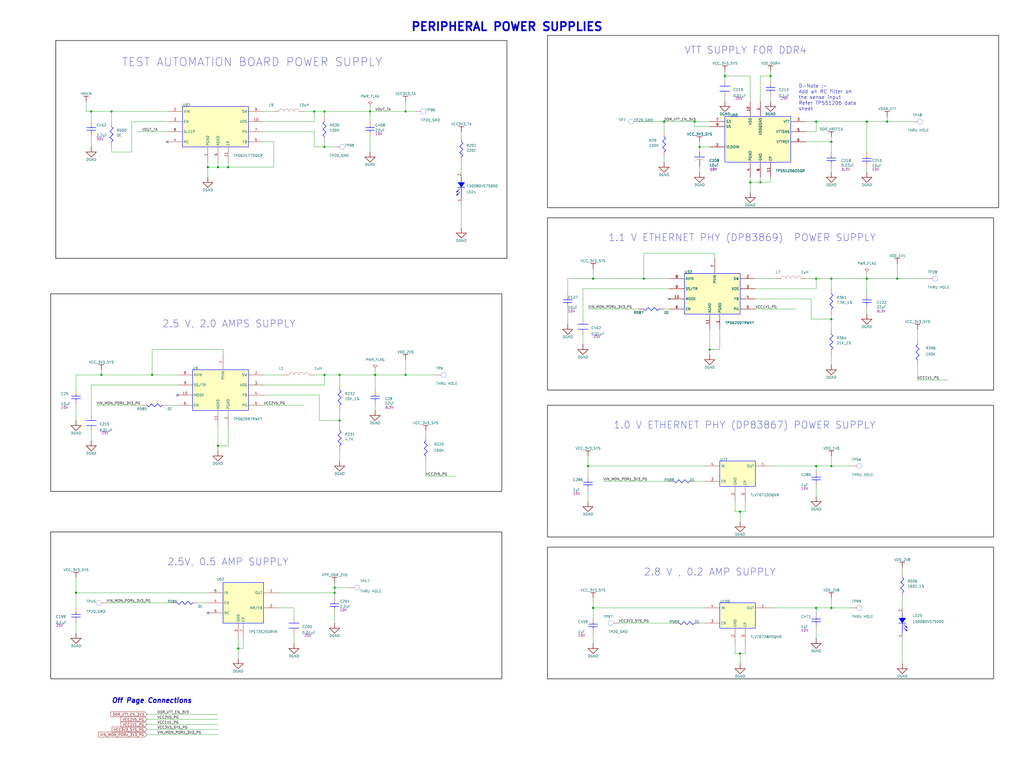
<source format=kicad_sch>
(kicad_sch (version 20231120) (generator "eeschema") (generator_version "8.0")
  (paper "User" 513.08 386.08)
  (junction (at 170.18 210.82))
  (junction (at 45.72 55.88))
  (junction (at 375.92 91.44))
  (junction (at 162.56 55.88))
  (junction (at 416.56 160.02))
  (junction (at 363.22 38.1))
  (junction (at 109.22 223.52))
  (junction (at 408.94 60.96))
  (junction (at 55.88 55.88))
  (junction (at 449.58 139.7))
  (junction (at 416.56 304.8))
  (junction (at 416.56 71.12))
  (junction (at 104.14 83.82))
  (junction (at 332.74 60.96))
  (junction (at 370.84 256.54))
  (junction (at 162.56 73.66))
  (junction (at 38.1 297.18))
  (junction (at 350.52 73.66))
  (junction (at 119.38 325.12))
  (junction (at 322.58 139.7))
  (junction (at 434.34 139.7))
  (junction (at 114.3 83.82))
  (junction (at 167.64 294.64))
  (junction (at 297.18 304.8))
  (junction (at 203.2 187.96))
  (junction (at 297.18 139.7))
  (junction (at 434.34 60.96))
  (junction (at 355.6 175.26))
  (junction (at 157.48 55.88))
  (junction (at 203.2 55.88))
  (junction (at 370.84 327.66))
  (junction (at 416.56 139.7))
  (junction (at 167.64 297.18))
  (junction (at 347.98 60.96))
  (junction (at 162.56 187.96))
  (junction (at 187.96 187.96))
  (junction (at 185.42 55.88))
  (junction (at 408.94 304.8))
  (junction (at 50.8 187.96))
  (junction (at 294.64 233.68))
  (junction (at 408.94 139.7))
  (junction (at 381 91.44))
  (junction (at 408.94 233.68))
  (junction (at 76.2 187.96))
  (junction (at 444.5 60.96))
  (junction (at 170.18 187.96))
  (junction (at 109.22 83.82))
  (junction (at 416.56 233.68))
  (junction (at 386.08 38.1))
  (no_connect (at 104.14 307.34))
  (no_connect (at 335.28 149.86))
  (no_connect (at 88.9 198.12))
  (no_connect (at 83.82 71.12))
  (wire (pts (xy 83.82 66.04) (xy 68.58 66.04)))
  (wire (pts (xy 386.08 38.1) (xy 386.08 35.56)))
  (wire (pts (xy 355.6 177.8) (xy 355.6 175.26)))
  (wire (pts (xy 119.38 330.2) (xy 119.38 325.12)))
  (wire (pts (xy 322.58 139.7) (xy 322.58 127)))
  (wire (pts (xy 416.56 304.8) (xy 426.72 304.8)))
  (wire (pts (xy 368.3 256.54) (xy 370.84 256.54)))
  (wire (pts (xy 83.82 203.2) (xy 88.9 203.2)))
  (wire (pts (xy 416.56 182.88) (xy 416.56 177.8)))
  (wire (pts (xy 162.56 193.04) (xy 132.08 193.04)))
  (wire (pts (xy 157.48 187.96) (xy 162.56 187.96)))
  (wire (pts (xy 187.96 205.74) (xy 187.96 203.2)))
  (wire (pts (xy 109.22 83.82) (xy 109.22 81.28)))
  (wire (pts (xy 88.9 187.96) (xy 76.2 187.96)))
  (wire (pts (xy 408.94 139.7) (xy 408.94 144.78)))
  (wire (pts (xy 353.06 304.8) (xy 297.18 304.8)))
  (wire (pts (xy 142.24 187.96) (xy 132.08 187.96)))
  (wire (pts (xy 38.1 297.18) (xy 38.1 289.56)))
  (wire (pts (xy 416.56 76.2) (xy 416.56 71.12)))
  (wire (pts (xy 111.76 175.26) (xy 111.76 177.8)))
  (wire (pts (xy 170.18 193.04) (xy 170.18 187.96)))
  (wire (pts (xy 347.98 241.3) (xy 353.06 241.3)))
  (wire (pts (xy 109.22 358.14) (xy 73.66 358.14)))
  (wire (pts (xy 137.16 55.88) (xy 132.08 55.88)))
  (wire (pts (xy 416.56 71.12) (xy 416.56 68.58)))
  (wire (pts (xy 408.94 144.78) (xy 378.46 144.78)))
  (wire (pts (xy 45.72 73.66) (xy 45.72 68.58)))
  (wire (pts (xy 55.88 73.66) (xy 55.88 76.2)))
  (wire (pts (xy 434.34 147.32) (xy 434.34 139.7)))
  (wire (pts (xy 449.58 139.7) (xy 464.82 139.7)))
  (wire (pts (xy 403.86 60.96) (xy 408.94 60.96)))
  (wire (pts (xy 416.56 139.7) (xy 434.34 139.7)))
  (wire (pts (xy 408.94 66.04) (xy 408.94 60.96)))
  (wire (pts (xy 347.98 63.5) (xy 347.98 60.96)))
  (wire (pts (xy 297.18 139.7) (xy 322.58 139.7)))
  (wire (pts (xy 73.66 365.76) (xy 109.22 365.76)))
  (wire (pts (xy 292.1 172.72) (xy 292.1 167.64)))
  (wire (pts (xy 294.64 251.46) (xy 294.64 246.38)))
  (wire (pts (xy 99.06 302.26) (xy 104.14 302.26)))
  (wire (pts (xy 350.52 312.42) (xy 353.06 312.42)))
  (wire (pts (xy 66.04 76.2) (xy 66.04 60.96)))
  (wire (pts (xy 152.4 55.88) (xy 157.48 55.88)))
  (wire (pts (xy 119.38 325.12) (xy 119.38 320.04)))
  (wire (pts (xy 381 91.44) (xy 386.08 91.44)))
  (wire (pts (xy 114.3 83.82) (xy 114.3 81.28)))
  (wire (pts (xy 137.16 71.12) (xy 132.08 71.12)))
  (wire (pts (xy 66.04 60.96) (xy 83.82 60.96)))
  (wire (pts (xy 416.56 160.02) (xy 416.56 157.48)))
  (wire (pts (xy 350.52 86.36) (xy 350.52 83.82)))
  (wire (pts (xy 416.56 165.1) (xy 416.56 160.02)))
  (wire (pts (xy 360.68 175.26) (xy 360.68 165.1)))
  (wire (pts (xy 297.18 309.88) (xy 297.18 304.8)))
  (wire (pts (xy 170.18 210.82) (xy 170.18 205.74)))
  (wire (pts (xy 284.48 162.56) (xy 284.48 154.94)))
  (wire (pts (xy 38.1 187.96) (xy 50.8 187.96)))
  (wire (pts (xy 162.56 187.96) (xy 162.56 193.04)))
  (wire (pts (xy 373.38 327.66) (xy 373.38 322.58)))
  (wire (pts (xy 434.34 139.7) (xy 449.58 139.7)))
  (wire (pts (xy 170.18 210.82) (xy 160.02 210.82)))
  (wire (pts (xy 406.4 149.86) (xy 378.46 149.86)))
  (wire (pts (xy 38.1 304.8) (xy 38.1 297.18)))
  (wire (pts (xy 434.34 86.36) (xy 434.34 83.82)))
  (wire (pts (xy 449.58 139.7) (xy 449.58 132.08)))
  (wire (pts (xy 147.32 322.58) (xy 147.32 317.5)))
  (wire (pts (xy 381 38.1) (xy 386.08 38.1)))
  (wire (pts (xy 434.34 157.48) (xy 434.34 154.94)))
  (wire (pts (xy 375.92 50.8) (xy 375.92 38.1)))
  (wire (pts (xy 370.84 256.54) (xy 373.38 256.54)))
  (wire (pts (xy 416.56 233.68) (xy 416.56 228.6)))
  (wire (pts (xy 452.12 287.02) (xy 452.12 284.48)))
  (wire (pts (xy 167.64 312.42) (xy 167.64 307.34)))
  (wire (pts (xy 157.48 73.66) (xy 157.48 66.04)))
  (wire (pts (xy 373.38 256.54) (xy 373.38 251.46)))
  (wire (pts (xy 104.14 88.9) (xy 104.14 83.82)))
  (wire (pts (xy 444.5 60.96) (xy 444.5 58.42)))
  (wire (pts (xy 370.84 332.74) (xy 370.84 327.66)))
  (wire (pts (xy 406.4 160.02) (xy 406.4 149.86)))
  (wire (pts (xy 408.94 233.68) (xy 416.56 233.68)))
  (wire (pts (xy 408.94 60.96) (xy 434.34 60.96)))
  (wire (pts (xy 416.56 160.02) (xy 406.4 160.02)))
  (wire (pts (xy 231.14 68.58) (xy 231.14 66.04)))
  (wire (pts (xy 71.12 203.2) (xy 48.26 203.2)))
  (wire (pts (xy 45.72 55.88) (xy 55.88 55.88)))
  (wire (pts (xy 408.94 304.8) (xy 416.56 304.8)))
  (wire (pts (xy 474.98 190.5) (xy 459.74 190.5)))
  (wire (pts (xy 228.6 238.76) (xy 213.36 238.76)))
  (wire (pts (xy 355.6 63.5) (xy 347.98 63.5)))
  (wire (pts (xy 375.92 91.44) (xy 381 91.44)))
  (wire (pts (xy 73.66 368.3) (xy 109.22 368.3)))
  (wire (pts (xy 38.1 317.5) (xy 38.1 312.42)))
  (wire (pts (xy 160.02 198.12) (xy 132.08 198.12)))
  (wire (pts (xy 332.74 66.04) (xy 332.74 60.96)))
  (wire (pts (xy 167.64 297.18) (xy 139.7 297.18)))
  (wire (pts (xy 185.42 76.2) (xy 185.42 68.58)))
  (wire (pts (xy 350.52 73.66) (xy 350.52 71.12)))
  (wire (pts (xy 38.1 210.82) (xy 38.1 203.2)))
  (wire (pts (xy 398.78 154.94) (xy 378.46 154.94)))
  (wire (pts (xy 294.64 238.76) (xy 294.64 233.68)))
  (wire (pts (xy 109.22 360.68) (xy 73.66 360.68)))
  (wire (pts (xy 294.64 233.68) (xy 294.64 228.6)))
  (wire (pts (xy 292.1 160.02) (xy 292.1 144.78)))
  (wire (pts (xy 114.3 83.82) (xy 137.16 83.82)))
  (wire (pts (xy 170.18 187.96) (xy 187.96 187.96)))
  (wire (pts (xy 109.22 226.06) (xy 109.22 223.52)))
  (wire (pts (xy 203.2 187.96) (xy 218.44 187.96)))
  (wire (pts (xy 408.94 307.34) (xy 408.94 304.8)))
  (wire (pts (xy 50.8 187.96) (xy 50.8 185.42)))
  (wire (pts (xy 114.3 223.52) (xy 114.3 213.36)))
  (wire (pts (xy 86.36 302.26) (xy 53.34 302.26)))
  (wire (pts (xy 162.56 73.66) (xy 157.48 73.66)))
  (wire (pts (xy 368.3 251.46) (xy 368.3 256.54)))
  (wire (pts (xy 335.28 139.7) (xy 322.58 139.7)))
  (wire (pts (xy 386.08 50.8) (xy 386.08 48.26)))
  (wire (pts (xy 452.12 320.04) (xy 452.12 332.74)))
  (wire (pts (xy 175.26 294.64) (xy 167.64 294.64)))
  (wire (pts (xy 363.22 38.1) (xy 363.22 35.56)))
  (wire (pts (xy 297.18 322.58) (xy 297.18 317.5)))
  (wire (pts (xy 368.3 322.58) (xy 368.3 327.66)))
  (wire (pts (xy 213.36 218.44) (xy 213.36 215.9)))
  (wire (pts (xy 147.32 304.8) (xy 139.7 304.8)))
  (wire (pts (xy 170.18 213.36) (xy 170.18 210.82)))
  (wire (pts (xy 83.82 55.88) (xy 55.88 55.88)))
  (wire (pts (xy 109.22 223.52) (xy 109.22 213.36)))
  (wire (pts (xy 160.02 210.82) (xy 160.02 198.12)))
  (wire (pts (xy 350.52 76.2) (xy 350.52 73.66)))
  (wire (pts (xy 337.82 312.42) (xy 309.88 312.42)))
  (wire (pts (xy 43.18 55.88) (xy 45.72 55.88)))
  (wire (pts (xy 208.28 55.88) (xy 203.2 55.88)))
  (wire (pts (xy 408.94 139.7) (xy 416.56 139.7)))
  (wire (pts (xy 203.2 55.88) (xy 203.2 50.8)))
  (wire (pts (xy 231.14 101.6) (xy 231.14 114.3)))
  (wire (pts (xy 386.08 91.44) (xy 386.08 88.9)))
  (wire (pts (xy 121.92 325.12) (xy 121.92 320.04)))
  (wire (pts (xy 187.96 195.58) (xy 187.96 187.96)))
  (wire (pts (xy 332.74 81.28) (xy 332.74 78.74)))
  (wire (pts (xy 335.28 241.3) (xy 302.26 241.3)))
  (wire (pts (xy 170.18 231.14) (xy 170.18 226.06)))
  (wire (pts (xy 320.04 154.94) (xy 294.64 154.94)))
  (wire (pts (xy 104.14 297.18) (xy 38.1 297.18)))
  (wire (pts (xy 368.3 327.66) (xy 370.84 327.66)))
  (wire (pts (xy 381 50.8) (xy 381 38.1)))
  (wire (pts (xy 55.88 55.88) (xy 55.88 60.96)))
  (wire (pts (xy 157.48 55.88) (xy 157.48 60.96)))
  (wire (pts (xy 355.6 175.26) (xy 360.68 175.26)))
  (wire (pts (xy 76.2 175.26) (xy 111.76 175.26)))
  (wire (pts (xy 297.18 139.7) (xy 297.18 134.62)))
  (wire (pts (xy 109.22 83.82) (xy 114.3 83.82)))
  (wire (pts (xy 353.06 233.68) (xy 294.64 233.68)))
  (wire (pts (xy 157.48 66.04) (xy 132.08 66.04)))
  (wire (pts (xy 416.56 304.8) (xy 416.56 299.72)))
  (wire (pts (xy 434.34 137.16) (xy 434.34 139.7)))
  (wire (pts (xy 403.86 139.7) (xy 408.94 139.7)))
  (wire (pts (xy 408.94 236.22) (xy 408.94 233.68)))
  (wire (pts (xy 213.36 238.76) (xy 213.36 231.14)))
  (wire (pts (xy 375.92 96.52) (xy 375.92 91.44)))
  (wire (pts (xy 162.56 58.42) (xy 162.56 55.88)))
  (wire (pts (xy 416.56 86.36) (xy 416.56 83.82)))
  (wire (pts (xy 370.84 327.66) (xy 373.38 327.66)))
  (wire (pts (xy 408.94 248.92) (xy 408.94 243.84)))
  (wire (pts (xy 457.2 60.96) (xy 444.5 60.96)))
  (wire (pts (xy 297.18 304.8) (xy 297.18 299.72)))
  (wire (pts (xy 162.56 55.88) (xy 185.42 55.88)))
  (wire (pts (xy 43.18 50.8) (xy 43.18 55.88)))
  (wire (pts (xy 167.64 299.72) (xy 167.64 297.18)))
  (wire (pts (xy 185.42 53.34) (xy 185.42 55.88)))
  (wire (pts (xy 416.56 233.68) (xy 426.72 233.68)))
  (wire (pts (xy 104.14 83.82) (xy 109.22 83.82)))
  (wire (pts (xy 434.34 60.96) (xy 444.5 60.96)))
  (wire (pts (xy 322.58 127) (xy 358.14 127)))
  (wire (pts (xy 335.28 154.94) (xy 332.74 154.94)))
  (wire (pts (xy 284.48 147.32) (xy 284.48 139.7)))
  (wire (pts (xy 162.56 73.66) (xy 162.56 71.12)))
  (wire (pts (xy 45.72 220.98) (xy 45.72 215.9)))
  (wire (pts (xy 157.48 60.96) (xy 132.08 60.96)))
  (wire (pts (xy 332.74 60.96) (xy 347.98 60.96)))
  (wire (pts (xy 50.8 187.96) (xy 76.2 187.96)))
  (wire (pts (xy 187.96 187.96) (xy 203.2 187.96)))
  (wire (pts (xy 147.32 309.88) (xy 147.32 304.8)))
  (wire (pts (xy 363.22 50.8) (xy 363.22 48.26)))
  (wire (pts (xy 231.14 81.28) (xy 231.14 86.36)))
  (wire (pts (xy 162.56 187.96) (xy 170.18 187.96)))
  (wire (pts (xy 416.56 71.12) (xy 403.86 71.12)))
  (wire (pts (xy 386.08 40.64) (xy 386.08 38.1)))
  (wire (pts (xy 403.86 66.04) (xy 408.94 66.04)))
  (wire (pts (xy 55.88 76.2) (xy 66.04 76.2)))
  (wire (pts (xy 388.62 139.7) (xy 378.46 139.7)))
  (wire (pts (xy 45.72 193.04) (xy 88.9 193.04)))
  (wire (pts (xy 137.16 83.82) (xy 137.16 71.12)))
  (wire (pts (xy 355.6 175.26) (xy 355.6 165.1)))
  (wire (pts (xy 157.48 55.88) (xy 162.56 55.88)))
  (wire (pts (xy 104.14 83.82) (xy 104.14 81.28)))
  (wire (pts (xy 185.42 55.88) (xy 203.2 55.88)))
  (wire (pts (xy 187.96 185.42) (xy 187.96 187.96)))
  (wire (pts (xy 185.42 60.96) (xy 185.42 55.88)))
  (wire (pts (xy 284.48 139.7) (xy 297.18 139.7)))
  (wire (pts (xy 167.64 294.64) (xy 167.64 292.1)))
  (wire (pts (xy 167.64 297.18) (xy 167.64 294.64)))
  (wire (pts (xy 381 91.44) (xy 381 88.9)))
  (wire (pts (xy 416.56 144.78) (xy 416.56 139.7)))
  (wire (pts (xy 292.1 144.78) (xy 335.28 144.78)))
  (wire (pts (xy 152.4 203.2) (xy 132.08 203.2)))
  (wire (pts (xy 408.94 320.04) (xy 408.94 314.96)))
  (wire (pts (xy 45.72 208.28) (xy 45.72 193.04)))
  (wire (pts (xy 119.38 325.12) (xy 121.92 325.12)))
  (wire (pts (xy 355.6 73.66) (xy 350.52 73.66)))
  (wire (pts (xy 347.98 60.96) (xy 355.6 60.96)))
  (wire (pts (xy 386.08 304.8) (xy 408.94 304.8)))
  (wire (pts (xy 109.22 363.22) (xy 73.66 363.22)))
  (wire (pts (xy 375.92 91.44) (xy 375.92 88.9)))
  (wire (pts (xy 434.34 76.2) (xy 434.34 60.96)))
  (wire (pts (xy 459.74 190.5) (xy 459.74 182.88)))
  (wire (pts (xy 363.22 40.64) (xy 363.22 38.1)))
  (wire (pts (xy 38.1 195.58) (xy 38.1 187.96)))
  (wire (pts (xy 109.22 223.52) (xy 114.3 223.52)))
  (wire (pts (xy 386.08 233.68) (xy 408.94 233.68)))
  (wire (pts (xy 375.92 38.1) (xy 363.22 38.1)))
  (wire (pts (xy 167.64 73.66) (xy 162.56 73.66)))
  (wire (pts (xy 76.2 187.96) (xy 76.2 175.26)))
  (wire (pts (xy 203.2 187.96) (xy 203.2 180.34)))
  (wire (pts (xy 320.04 60.96) (xy 332.74 60.96)))
  (wire (pts (xy 45.72 60.96) (xy 45.72 55.88)))
  (wire (pts (xy 358.14 127) (xy 358.14 129.54)))
  (wire (pts (xy 370.84 261.62) (xy 370.84 256.54)))
  (wire (pts (xy 459.74 170.18) (xy 459.74 165.1)))
  (wire (pts (xy 452.12 299.72) (xy 452.12 304.8)))
  (rectangle (start 251.46 147.32) (end 25.4 246.38) (stroke (width 0.254) (color 0 0 0 1)))
  (rectangle (start 254 20.32) (end 27.94 129.54) (stroke (width 0.254) (color 0 0 0 1)))
  (rectangle (start 497.84 274.32) (end 274.32 340.36) (stroke (width 0.254) (color 0 0 0 1)))
  (rectangle (start 251.46 266.7) (end 25.4 340.36) (stroke (width 0.254) (color 0 0 0 1)))
  (rectangle (start 497.84 109.22) (end 274.32 195.58) (stroke (width 0.254) (color 0 0 0 1)))
  (rectangle (start 497.84 203.2) (end 274.32 269.24) (stroke (width 0.254) (color 0 0 0 1)))
  (rectangle (start 500.38 17.78) (end 274.32 104.14) (stroke (width 0.254) (color 0 0 0 1)))
  (text_box "D-Note :-\nAdd an RC filter on\nthe sense input \nRefer TPS51206 data\nsheet" (at 398.78 40.64 0) (size 39.624 17.78) (stroke (width -0.0001) (color 0 0 0 1)) (effects (font (size 1.778 1.778)) (justify left top)))
  (text "1.1 V ETHERNET PHY (DP83869)  POWER SUPPLY" (at 304.8 121.412 0) (effects (font (size 3.556 3.556)) (justify left bottom)))
  (text "1.0 V ETHERNET PHY (DP83867) POWER SUPPLY" (at 307.34 215.392 0) (effects (font (size 3.556 3.556)) (justify left bottom)))
  (text "2.5V, 0.5 AMP SUPPLY" (at 83.82 283.972 0) (effects (font (size 3.556 3.556)) (justify left bottom)))
  (text "Off Page Connections" (at 55.88 352.806 0) (effects (font (size 2.413 2.413) (bold yes) (italic yes)) (justify left bottom)))
  (text "PERIPHERAL POWER SUPPLIES" (at 205.74 16.002 0) (effects (font (size 4.191 4.191) (bold yes)) (justify left bottom)))
  (text "VTT SUPPLY FOR DDR4" (at 342.9 27.432 0) (effects (font (size 3.556 3.556)) (justify left bottom)))
  (text "TEST AUTOMATION BOARD POWER SUPPLY" (at 60.96 33.782 0) (effects (font (size 4.191 4.191)) (justify left bottom)))
  (text "2.8 V , 0.2 AMP SUPPLY" (at 322.58 289.052 0) (effects (font (size 3.556 3.556)) (justify left bottom)))
  (text "2.5 V, 2.0 AMPS SUPPLY" (at 81.28 164.592 0) (effects (font (size 3.556 3.556)) (justify left bottom)))
  (label "DDR_VTT_EN_3V3" (at 78.74 358.14 0))
  (label "VOUT_TA" (at 71.12 66.04 0))
  (label "VIN_MON_PORz_3V3_PG" (at 302.26 241.3 0))
  (label "VCC2V5_PG" (at 213.36 238.76 0))
  (label "VIN_MON_PORz_3V3_PG" (at 294.64 154.94 0))
  (label "VCC1V1_PG" (at 378.46 154.94 0))
  (label "VIN_MON_PORz_3V3_PG" (at 78.74 368.3 0))
  (label "VOUT_TA" (at 187.96 55.88 0))
  (label "VIN_MON_PORz_3V3_PG" (at 53.34 302.26 0))
  (label "VCC3V3_SYS_PG" (at 309.88 312.42 0))
  (label "VIN_MON_PORz_3V3_PG" (at 48.26 203.2 0))
  (label "VCC2V5_PG" (at 132.08 203.2 0))
  (label "VCC1V1_PG" (at 459.74 190.5 0))
  (label "VCC3V3_SYS_PG" (at 78.74 365.76 0))
  (label "VCC1V1_PG" (at 78.74 363.22 0))
  (label "VCC2V5_PG" (at 78.74 360.68 0))
  (label "DDR_VTT_EN_3V3" (at 332.74 60.96 0))
  (global_label "VCC3V3_SYS_PG" (shape input) (at 73.66 365.76 180) (property "Intersheetrefs" "${INTERSHEET_REFS}" (effects (hide yes))))
  (global_label "VCC2V5_PG" (shape input) (at 73.66 360.68 180) (property "Intersheetrefs" "${INTERSHEET_REFS}" (effects (hide yes))))
  (global_label "VIN_MON_PORz_3V3_PG" (shape input) (at 73.66 368.3 180) (property "Intersheetrefs" "${INTERSHEET_REFS}" (effects (hide yes))))
  (global_label "VCC1V1_PG" (shape input) (at 73.66 363.22 180) (property "Intersheetrefs" "${INTERSHEET_REFS}" (effects (hide yes))))
  (global_label "DDR_VTT_EN_3V3" (shape input) (at 73.66 358.14 180) (property "Intersheetrefs" "${INTERSHEET_REFS}" (effects (hide yes))))
  (symbol (lib_id "39-altium-import:VCC_3V3_SYS_BAR") (at 294.64 228.6 180) (unit 1)
    (property "Reference" "#PWR?" (effects (hide yes)))
    (property "Value" "VCC_3V3_SYS" (at 294.64 224.79 0))
  )
  (symbol (lib_id "39-altium-import:root_0_CAP") (at 43.18 63.5 0) (unit 1)
    (property "Reference" "C452" (at 48.26 63.5 0) (effects (justify left bottom)))
    (property "Value" "2.2uF" (at 48.26 68.58 0) (effects (justify left bottom)))
    (property "Footprint" "CAP0603_1" (effects (hide yes)))
    (property "Description" "CAP CERAMIC 2.2uF 35V 10% X5R 0603" (effects (hide yes)))
    (property "FOOTPRINT REF" "CAP0603_1" (effects (hide yes)))
    (property "MISTRAL PART NO" "120017010016-R" (effects (hide yes)))
    (property "PROJECT" "SD820_NANO_SOM" (effects (hide yes)))
    (property "MFR_NAME" "MURATA" (effects (hide yes)))
    (property "MFR_PART_NUMBER" "GRM188R6YA225KA12D" (effects (hide yes)))
    (property "PART_TYPE" "CAPACITOR~{S}CERAMIC" (effects (hide yes)))
    (property "TOLERANCE" "10%" (effects (hide yes)))
    (property "VOLTAGE" "35V" (at 48.26 70.358 0) (effects (justify left bottom)))
    (property "WATTAGE" "NA" (effects (hide yes)))
    (property "PACKAGE" "0603" (effects (hide yes)))
    (property "DISTRIBUTOR_NAME" "DIGIKEY" (effects (hide yes)))
    (property "DISTRIBUTOR_PART_NUMBER" "490-7204-1-ND" (effects (hide yes)))
    (property "LIBRARY REF" "CAP" (effects (hide yes)))
    (property "HEIGHT" "0.90MM" (effects (hide yes)))
    (property "WEIGHT" "6.3mg" (effects (hide yes)))
    (property "TEMPERATURE" "-55癈+85癈" (effects (hide yes)))
    (property "DATASHEET" "Y~{:}MIS_DATABAS~{E}DATASHEET~{S}CAPACITOR~{S}MURATA-GXX-SER_NOV17.PDF" (effects (hide yes)))
    (property "CRTD /DATE" "MANIRAJA/270117" (effects (hide yes)))
    (property "CHKD/DATE" "VASANTHA/270117" (effects (hide yes)))
    (property "CUSTOMS_HS_CODE" "85322990" (effects (hide yes)))
    (property "CUSTOM_DUTY" "15%" (effects (hide yes)))
    (property "MECHANICAL 3D STEP FILE" "CAP0603_1" (effects (hide yes)))
    (property "LIBRARY PATH" "Y~{:}MIS_DATABAS~{E}Librar~{y}ALTIUM_TOO~{L}SCHEMATICS_PART~{S}MS_DISCRETE_Library.schlib" (effects (hide yes)))
    (property "FOOTPRINT PATH" "Y~{:}MIS_DATABAS~{E}Librar~{y}ALTIUM_TOO~{L}PCB_FOOTPRINT~{S}Altium_Footprint_Lib.PcbLib" (effects (hide yes)))
    (property "PCB FOOTPRINT" "CAP0603_1" (effects (hide yes)))
  )
  (symbol (lib_id "39-altium-import:root_0_CAP_Dup2") (at 289.56 162.56 0) (unit 1)
    (property "Reference" "C402" (at 296.164 165.1 0) (effects (justify left bottom)))
    (property "Value" "0.01uF" (at 296.164 168.148 0) (effects (justify left bottom)))
    (property "Footprint" "CAP0402N" (effects (hide yes)))
    (property "Description" "CAP CERAMIC 0.01uF 25V 10% X7R 0402" (effects (hide yes)))
    (property "LIBRARY REF" "CAP" (effects (hide yes)))
    (property "MISTRAL PART NO" "120011090040-R" (effects (hide yes)))
    (property "PROJECT" "AM64x_EVM_BRD" (effects (hide yes)))
    (property "MFR_NAME" "WURTH ELECTRONICS" (effects (hide yes)))
    (property "MFR_PART_NUMBER" "885012205050" (effects (hide yes)))
    (property "PART_TYPE" "CAPACITOR~{S}CERAMIC" (effects (hide yes)))
    (property "TOLERANCE" "10%" (effects (hide yes)))
    (property "VOLTAGE" "25V" (at 297.18 169.418 0) (effects (justify left bottom)))
    (property "PACKAGE" "0402" (effects (hide yes)))
    (property "DISTRIBUTOR_NAME" "DIGIKEY" (effects (hide yes)))
    (property "DISTRIBUTOR_PART_NUMBER" "732-7545-1-ND" (effects (hide yes)))
    (property "HEIGHT" "0.55MM" (effects (hide yes)))
    (property "DATASHEET" "Y~{:}MIS_DATABAS~{E}DATASHEET~{S}CAPACITOR~{S}885012205050.PDF" (effects (hide yes)))
    (property "CRTD /DATE" "ALVY/170820" (effects (hide yes)))
    (property "CHKD/DATE" "MANIRAJA/170820" (effects (hide yes)))
    (property "CUSTOMS_HS_CODE" "85322990" (effects (hide yes)))
    (property "CUSTOM_DUTY" "15%" (effects (hide yes)))
    (property "WATTAGE" "NA" (effects (hide yes)))
    (property "WEIGHT" "0.65mg" (effects (hide yes)))
    (property "TEMPERATURE" "-55癈+125癈" (effects (hide yes)))
    (property "MECHANICAL 3D STEP FILE" "CAP0402_0-75" (effects (hide yes)))
    (property "FOOTPRINT REF" "CAP0402_0-75" (effects (hide yes)))
    (property "LIBRARY PATH" "Y~{:}MIS_DATABAS~{E}Librar~{y}ALTIUM_TOO~{L}SCHEMATICS_PART~{S}MS_DISCRETE_Library.schlib" (effects (hide yes)))
    (property "FOOTPRINT PATH" "Y~{:}MIS_DATABAS~{E}Librar~{y}ALTIUM_TOO~{L}PCB_FOOTPRINT~{S}Altium_Footprint_Lib.PcbLib" (effects (hide yes)))
    (property "PCB FOOTPRINT" "CAP0402_0-75" (effects (hide yes)))
  )
  (symbol (lib_id "39-altium-import:DGND_SIGNAL_GROUND") (at 284.48 162.56 0) (unit 1)
    (property "Reference" "#PWR?" (effects (hide yes)))
    (property "Value" "DGND" (at 284.48 168.91 0))
  )
  (symbol (lib_id "39-altium-import:DGND_SIGNAL_GROUND") (at 416.56 182.88 0) (unit 1)
    (property "Reference" "#PWR?" (effects (hide yes)))
    (property "Value" "DGND" (at 416.56 189.23 0))
  )
  (symbol (lib_id "39-altium-import:root_3_RESISTOR_Dup5") (at 330.2 152.4 0) (unit 1)
    (property "Reference" "R587" (at 317.5 157.48 0) (effects (justify left bottom)))
    (property "Value" "0E" (at 332.74 157.48 0) (effects (justify left bottom)))
    (property "Footprint" "RES0402_0-5" (effects (hide yes)))
    (property "Description" "RES 0E 1/16W JUMPER 0402" (effects (hide yes)))
    (property "PCB FOOTPRINT" "RES0402_0-5" (effects (hide yes)))
    (property "MECHANICAL 3D STEP FILE" "RES0402_0-5" (effects (hide yes)))
    (property "CUSTOM_DUTY" "15%" (effects (hide yes)))
    (property "CUSTOMS_HS_CODE" "85332119" (effects (hide yes)))
    (property "CHKD/DATE" "VASANTHA/201216" (effects (hide yes)))
    (property "CRTD /DATE" "MUDDU/190810" (effects (hide yes)))
    (property "DATASHEET" "Y~{:}MIS_DATABAS~{E}DATASHEET~{S}RESISTOR~{S}CRCW0603.PDF" (effects (hide yes)))
    (property "TEMPERATURE" "-55癈+155癈" (effects (hide yes)))
    (property "WEIGHT" "0.65mg" (effects (hide yes)))
    (property "HEIGHT" "0.40MM" (effects (hide yes)))
    (property "DISTRIBUTOR_PART_NUMBER" "541-0.0JCT-ND" (effects (hide yes)))
    (property "DISTRIBUTOR_NAME" "DIGIKEY" (effects (hide yes)))
    (property "PACKAGE" "0402" (effects (hide yes)))
    (property "WATTAGE" "1/16W" (effects (hide yes)))
    (property "VOLTAGE" "NA" (effects (hide yes)))
    (property "TOLERANCE" "NA" (effects (hide yes)))
    (property "PART_TYPE" "RESISTOR~{S}FIXED" (effects (hide yes)))
    (property "MFR_PART_NUMBER" "CRCW04020000Z0ED" (effects (hide yes)))
    (property "MFR_NAME" "VISHAY" (effects (hide yes)))
    (property "PROJECT" "PB_BUGBASE" (effects (hide yes)))
    (property "MISTRAL PART NO" "110010080019-R" (effects (hide yes)))
    (property "LIBRARY REF" "RESISTOR" (effects (hide yes)))
    (property "FOOTPRINT REF" "RES0402_0-5" (effects (hide yes)))
    (property "LIBRARY PATH" "Y~{:}MIS_DATABAS~{E}Librar~{y}ALTIUM_TOO~{L}SCHEMATICS_PART~{S}MS_DISCRETE_Library.schlib" (effects (hide yes)))
    (property "FOOTPRINT PATH" "Y~{:}MIS_DATABAS~{E}Librar~{y}ALTIUM_TOO~{L}PCB_FOOTPRINT~{S}Altium_Footprint_Lib.PcbLib" (effects (hide yes)))
  )
  (symbol (lib_id "power:PWR_FLAG") (at 434.34 137.16 0) (unit 1)
    (property "Reference" "#FLG06" (effects (hide yes)))
    (property "Value" "PWR_FLAG" (at 434.34 132.08 0))
    (property "Description" "Special symbol for telling ERC where power comes from" (effects (hide yes)))
  )
  (symbol (lib_id "39-altium-import:root_0_CAP_Dup3") (at 294.64 312.42 0) (unit 1)
    (property "Reference" "C459" (at 289.56 312.42 0) (effects (justify left bottom)))
    (property "Value" "1uF" (at 289.56 317.5 0) (effects (justify left bottom)))
    (property "Footprint" "CAP0402_0-75" (effects (hide yes)))
    (property "Description" "CAP CERAMIC 1uF 10V 20% X5R 0402" (effects (hide yes)))
    (property "FOOTPRINT PATH" "Y~{:}MIS_DATABAS~{E}Librar~{y}ALTIUM_TOO~{L}PCB_FOOTPRINT~{S}Altium_Footprint_Lib.PcbLib" (effects (hide yes)))
    (property "LIBRARY PATH" "Y~{:}MIS_DATABAS~{E}Librar~{y}ALTIUM_TOO~{L}SCHEMATICS_PART~{S}MS_DISCRETE_Library.schlib" (effects (hide yes)))
    (property "FOOTPRINT REF" "CAP0402_0-75" (effects (hide yes)))
    (property "CUSTOM_DUTY" "15%" (effects (hide yes)))
    (property "CUSTOMS_HS_CODE" "85322990" (effects (hide yes)))
    (property "CHKD/DATE" "MANIRAJA/210820" (effects (hide yes)))
    (property "CRTD /DATE" "ALVY/190820" (effects (hide yes)))
    (property "DATASHEET" "Y~{:}MIS_DATABAS~{E}DATASHEET~{S}CAPACITOR~{S}885012105012.PDF" (effects (hide yes)))
    (property "TEMPERATURE" "-55癈+85癈" (effects (hide yes)))
    (property "WEIGHT" "0.65mg" (effects (hide yes)))
    (property "HEIGHT" "0.55MM" (effects (hide yes)))
    (property "DISTRIBUTOR_PART_NUMBER" "732-7489-1-ND" (effects (hide yes)))
    (property "DISTRIBUTOR_NAME" "DIGIKEY" (effects (hide yes)))
    (property "PACKAGE" "0402" (effects (hide yes)))
    (property "WATTAGE" "NA" (effects (hide yes)))
    (property "VOLTAGE" "10V" (at 289.56 319.278 0) (effects (justify left bottom)))
    (property "TOLERANCE" "20%" (effects (hide yes)))
    (property "PART_TYPE" "CAPACITOR~{S}CERAMIC" (effects (hide yes)))
    (property "MFR_PART_NUMBER" "885012105012" (effects (hide yes)))
    (property "MFR_NAME" "WURTH ELECTRONICS" (effects (hide yes)))
    (property "PROJECT" "AM64x_EVM_BRD" (effects (hide yes)))
    (property "MISTRAL PART NO" "120020080009-R" (effects (hide yes)))
    (property "MECHANICAL 3D STEP FILE" "CAP0402_0-75" (effects (hide yes)))
    (property "LIBRARY REF" "CAP" (effects (hide yes)))
    (property "PCB FOOTPRINT" "CAP0402_0-75" (effects (hide yes)))
  )
  (symbol (lib_id "39-altium-import:VCC3V3_TA_BAR") (at 231.14 66.04 180) (unit 1)
    (property "Reference" "#PWR?" (effects (hide yes)))
    (property "Value" "VCC3V3_TA" (at 231.14 62.23 0))
  )
  (symbol (lib_id "39-altium-import:root_0_mirrored_TESTPOINT") (at 431.8 302.26 0) (unit 1)
    (property "Reference" "TP99" (at 426.72 302.26 0) (effects (justify left bottom)))
    (property "Value" "THRU HOLE" (at 426.72 309.88 0) (effects (justify left bottom)))
    (property "Footprint" "TP_40X65" (effects (hide yes)))
    (property "Description" "TESTPOINT 1.0MM DRILL PTH" (effects (hide yes)))
    (property "MISTRAL PART NO" "130009030938" (effects (hide yes)))
    (property "PROJECT" "HSE" (effects (hide yes)))
    (property "MFR_NAME" "LOCAL" (effects (hide yes)))
    (property "MFR_PART_NUMBER" "TP_40X65" (effects (hide yes)))
    (property "PART_TYPE" "TESTPOINT" (effects (hide yes)))
    (property "PACKAGE" "THRU-HOLE" (effects (hide yes)))
    (property "DISTRIBUTOR_NAME" "NA" (effects (hide yes)))
    (property "DISTRIBUTOR_PART_NUMBER" "NA" (effects (hide yes)))
    (property "HEIGHT" "NA" (effects (hide yes)))
    (property "DATASHEET" "NA" (effects (hide yes)))
    (property "CRTD /DATE" "SHREESHAIL/041005" (effects (hide yes)))
    (property "CHKD/DATE" "MAZHAR/271211" (effects (hide yes)))
    (property "LIBRARY REF" "TESTPOINT" (effects (hide yes)))
    (property "PCB FOOTPRINT" "TP_40X65" (effects (hide yes)))
  )
  (symbol (lib_id "39-altium-import:root_3_RESISTOR_Dup5") (at 347.98 309.88 0) (unit 1)
    (property "Reference" "R589" (at 335.28 312.42 0) (effects (justify left bottom)))
    (property "Value" "0E" (at 347.98 312.42 0) (effects (justify left bottom)))
    (property "Footprint" "RES0402_0-5" (effects (hide yes)))
    (property "Description" "RES 0E 1/16W JUMPER 0402" (effects (hide yes)))
    (property "PCB FOOTPRINT" "RES0402_0-5" (effects (hide yes)))
    (property "FOOTPRINT PATH" "Y~{:}MIS_DATABAS~{E}Librar~{y}ALTIUM_TOO~{L}PCB_FOOTPRINT~{S}Altium_Footprint_Lib.PcbLib" (effects (hide yes)))
    (property "LIBRARY PATH" "Y~{:}MIS_DATABAS~{E}Librar~{y}ALTIUM_TOO~{L}SCHEMATICS_PART~{S}MS_DISCRETE_Library.schlib" (effects (hide yes)))
    (property "FOOTPRINT REF" "RES0402_0-5" (effects (hide yes)))
    (property "LIBRARY REF" "RESISTOR" (effects (hide yes)))
    (property "MISTRAL PART NO" "110010080019-R" (effects (hide yes)))
    (property "PROJECT" "PB_BUGBASE" (effects (hide yes)))
    (property "MFR_NAME" "VISHAY" (effects (hide yes)))
    (property "MFR_PART_NUMBER" "CRCW04020000Z0ED" (effects (hide yes)))
    (property "PART_TYPE" "RESISTOR~{S}FIXED" (effects (hide yes)))
    (property "TOLERANCE" "NA" (effects (hide yes)))
    (property "VOLTAGE" "NA" (effects (hide yes)))
    (property "WATTAGE" "1/16W" (effects (hide yes)))
    (property "PACKAGE" "0402" (effects (hide yes)))
    (property "DISTRIBUTOR_NAME" "DIGIKEY" (effects (hide yes)))
    (property "DISTRIBUTOR_PART_NUMBER" "541-0.0JCT-ND" (effects (hide yes)))
    (property "HEIGHT" "0.40MM" (effects (hide yes)))
    (property "WEIGHT" "0.65mg" (effects (hide yes)))
    (property "TEMPERATURE" "-55癈+155癈" (effects (hide yes)))
    (property "DATASHEET" "Y~{:}MIS_DATABAS~{E}DATASHEET~{S}RESISTOR~{S}CRCW0603.PDF" (effects (hide yes)))
    (property "CRTD /DATE" "MUDDU/190810" (effects (hide yes)))
    (property "CHKD/DATE" "VASANTHA/201216" (effects (hide yes)))
    (property "CUSTOMS_HS_CODE" "85332119" (effects (hide yes)))
    (property "CUSTOM_DUTY" "15%" (effects (hide yes)))
    (property "MECHANICAL 3D STEP FILE" "RES0402_0-5" (effects (hide yes)))
  )
  (symbol (lib_id "39-altium-import:DGND_SIGNAL_GROUND") (at 38.1 317.5 0) (unit 1)
    (property "Reference" "#PWR?" (effects (hide yes)))
    (property "Value" "DGND" (at 38.1 323.85 0))
  )
  (symbol (lib_id "39-altium-import:root_0_CAP_Dup3") (at 185.42 198.12 0) (unit 1)
    (property "Reference" "C28" (at 192.786 200.66 0) (effects (justify left bottom)))
    (property "Value" "22uF" (at 192.786 202.946 0) (effects (justify left bottom)))
    (property "Footprint" "CAP0603_1" (effects (hide yes)))
    (property "Description" "CAP CERAMIC 22uF 6.3V 20% X5R 0603" (effects (hide yes)))
    (property "CUSTOM_DUTY" "15%" (effects (hide yes)))
    (property "CUSTOMS_HS_CODE" "85322990" (effects (hide yes)))
    (property "CHKD/DATE" "JEBRAN/090915" (effects (hide yes)))
    (property "CRTD /DATE" "JEBRAN/090915" (effects (hide yes)))
    (property "DATASHEET" "Y~{:}MIS_DATABAS~{E}DATASHEET~{S}CAPACITOR~{S}MURATA-GXX-SER_NOV17.PDF" (effects (hide yes)))
    (property "TEMPERATURE" "-55癈+85癈" (effects (hide yes)))
    (property "WEIGHT" "6.3mg" (effects (hide yes)))
    (property "HEIGHT" "1.00MM" (effects (hide yes)))
    (property "DISTRIBUTOR_PART_NUMBER" "490-7611-2-ND" (effects (hide yes)))
    (property "DISTRIBUTOR_NAME" "DIGIKEY" (effects (hide yes)))
    (property "PACKAGE" "0603" (effects (hide yes)))
    (property "WATTAGE" "NA" (effects (hide yes)))
    (property "VOLTAGE" "6.3V" (at 193.04 204.978 0) (effects (justify left bottom)))
    (property "TOLERANCE" "20%" (effects (hide yes)))
    (property "PART_TYPE" "CAPACITOR~{S}CERAMIC" (effects (hide yes)))
    (property "MFR_PART_NUMBER" "GRM188R60J226MEA0" (effects (hide yes)))
    (property "MFR_NAME" "MURATA" (effects (hide yes)))
    (property "PROJECT" "OCTBTS_3000" (effects (hide yes)))
    (property "MISTRAL PART NO" "120015090007-R" (effects (hide yes)))
    (property "LIBRARY REF" "CAP" (effects (hide yes)))
    (property "FOOTPRINT REF" "CAP0603_1" (effects (hide yes)))
    (property "MECHANICAL 3D STEP FILE" "CAP0603_1" (effects (hide yes)))
    (property "LIBRARY PATH" "Y~{:}MIS_DATABAS~{E}Librar~{y}ALTIUM_TOO~{L}SCHEMATICS_PART~{S}MS_DISCRETE_Library.schlib" (effects (hide yes)))
    (property "FOOTPRINT PATH" "Y~{:}MIS_DATABAS~{E}Librar~{y}ALTIUM_TOO~{L}PCB_FOOTPRINT~{S}Altium_Footprint_Lib.PcbLib" (effects (hide yes)))
    (property "PCB FOOTPRINT" "CAP0603_1" (effects (hide yes)))
  )
  (symbol (lib_id "39-altium-import:root_3_RESISTOR_Dup5") (at 81.28 200.66 0) (unit 1)
    (property "Reference" "R585" (at 68.58 205.74 0) (effects (justify left bottom)))
    (property "Value" "0E" (at 83.82 205.74 0) (effects (justify left bottom)))
    (property "Footprint" "RES0402_0-5" (effects (hide yes)))
    (property "Description" "RES 0E 1/16W JUMPER 0402" (effects (hide yes)))
    (property "PCB FOOTPRINT" "RES0402_0-5" (effects (hide yes)))
    (property "FOOTPRINT PATH" "Y~{:}MIS_DATABAS~{E}Librar~{y}ALTIUM_TOO~{L}PCB_FOOTPRINT~{S}Altium_Footprint_Lib.PcbLib" (effects (hide yes)))
    (property "LIBRARY PATH" "Y~{:}MIS_DATABAS~{E}Librar~{y}ALTIUM_TOO~{L}SCHEMATICS_PART~{S}MS_DISCRETE_Library.schlib" (effects (hide yes)))
    (property "FOOTPRINT REF" "RES0402_0-5" (effects (hide yes)))
    (property "LIBRARY REF" "RESISTOR" (effects (hide yes)))
    (property "MISTRAL PART NO" "110010080019-R" (effects (hide yes)))
    (property "PROJECT" "PB_BUGBASE" (effects (hide yes)))
    (property "MFR_NAME" "VISHAY" (effects (hide yes)))
    (property "MFR_PART_NUMBER" "CRCW04020000Z0ED" (effects (hide yes)))
    (property "PART_TYPE" "RESISTOR~{S}FIXED" (effects (hide yes)))
    (property "TOLERANCE" "NA" (effects (hide yes)))
    (property "VOLTAGE" "NA" (effects (hide yes)))
    (property "WATTAGE" "1/16W" (effects (hide yes)))
    (property "PACKAGE" "0402" (effects (hide yes)))
    (property "DISTRIBUTOR_NAME" "DIGIKEY" (effects (hide yes)))
    (property "DISTRIBUTOR_PART_NUMBER" "541-0.0JCT-ND" (effects (hide yes)))
    (property "HEIGHT" "0.40MM" (effects (hide yes)))
    (property "WEIGHT" "0.65mg" (effects (hide yes)))
    (property "TEMPERATURE" "-55癈+155癈" (effects (hide yes)))
    (property "DATASHEET" "Y~{:}MIS_DATABAS~{E}DATASHEET~{S}RESISTOR~{S}CRCW0603.PDF" (effects (hide yes)))
    (property "CRTD /DATE" "MUDDU/190810" (effects (hide yes)))
    (property "CHKD/DATE" "VASANTHA/201216" (effects (hide yes)))
    (property "CUSTOMS_HS_CODE" "85332119" (effects (hide yes)))
    (property "CUSTOM_DUTY" "15%" (effects (hide yes)))
    (property "MECHANICAL 3D STEP FILE" "RES0402_0-5" (effects (hide yes)))
  )
  (symbol (lib_id "39-altium-import:root_0_RESISTOR_Dup1") (at 414.02 167.64 0) (unit 1)
    (property "Reference" "R364" (at 419.1 170.18 0) (effects (justify left bottom)))
    (property "Value" "21K_1%" (at 419.1 172.72 0) (effects (justify left bottom)))
    (property "Footprint" "RES0402_0-5" (effects (hide yes)))
    (property "Description" "RES 21K 1/16W 1% 0402" (effects (hide yes)))
    (property "FOOTPRINT REF" "RES0402_0-5" (effects (hide yes)))
    (property "MISTRAL PART NO" "110015080019-R" (effects (hide yes)))
    (property "PROJECT" "OCTASIC_3000" (effects (hide yes)))
    (property "MFR_NAME" "YAGEO AMERICA" (effects (hide yes)))
    (property "MFR_PART_NUMBER" "RC0402FR-0721KL" (effects (hide yes)))
    (property "PART_TYPE" "RESISTOR~{S}FIXED" (effects (hide yes)))
    (property "TOLERANCE" "1%" (effects (hide yes)))
    (property "VOLTAGE" "NA" (effects (hide yes)))
    (property "WATTAGE" "1/16W" (effects (hide yes)))
    (property "PACKAGE" "0402" (effects (hide yes)))
    (property "DISTRIBUTOR_NAME" "DIGIKEY" (effects (hide yes)))
    (property "DISTRIBUTOR_PART_NUMBER" "311-21.0KLRCT-ND" (effects (hide yes)))
    (property "LIBRARY REF" "RESISTOR" (effects (hide yes)))
    (property "HEIGHT" "0.40MM" (effects (hide yes)))
    (property "WEIGHT" "0.65mg" (effects (hide yes)))
    (property "TEMPERATURE" "-55癈+155癈" (effects (hide yes)))
    (property "DATASHEET" "Y~{:}MIS_DATABAS~{E}DATASHEET~{S}RESISTOR~{S}RCXXXXL-SER_MAR18.PDF" (effects (hide yes)))
    (property "CRTD /DATE" "MANIRAJA/200319" (effects (hide yes)))
    (property "CHKD/DATE" "MANIRAJA/200319" (effects (hide yes)))
    (property "CUSTOMS_HS_CODE" "85332119" (effects (hide yes)))
    (property "CUSTOM_DUTY" "15%" (effects (hide yes)))
    (property "MECHANICAL 3D STEP FILE" "RES0402_0-5" (effects (hide yes)))
    (property "LIBRARY PATH" "Y~{:}MIS_DATABAS~{E}Librar~{y}ALTIUM_TOO~{L}SCHEMATICS_PART~{S}MS_DISCRETE_Library.schlib" (effects (hide yes)))
    (property "FOOTPRINT PATH" "Y~{:}MIS_DATABAS~{E}Librar~{y}ALTIUM_TOO~{L}PCB_FOOTPRINT~{S}Altium_Footprint_Lib.PcbLib" (effects (hide yes)))
    (property "PCB FOOTPRINT" "RES0402_0-5" (effects (hide yes)))
  )
  (symbol (lib_id "39-altium-import:root_0_TESTPOINT") (at 48.26 299.72 0) (unit 1)
    (property "Reference" "TP45" (at 43.18 302.26 0) (effects (justify left bottom)))
    (property "Value" "TP20_SMD" (at 43.18 307.34 0) (effects (justify left bottom)))
    (property "Footprint" "TP20_SMD" (effects (hide yes)))
    (property "Description" "TESTPOINT CIR 20 SMD" (effects (hide yes)))
    (property "PCB FOOTPRINT" "TP20_SMD" (effects (hide yes)))
    (property "FOOTPRINT REF" "TP20_SMD" (effects (hide yes)))
    (property "LIBRARY REF" "TESTPOINT" (effects (hide yes)))
    (property "MISTRAL PART NO" "NA" (effects (hide yes)))
    (property "PROJECT" "BT MODULE_CSRBC04" (effects (hide yes)))
    (property "MFR_NAME" "LOCAL" (effects (hide yes)))
    (property "MFR_PART_NUMBER" "TP20_SMD" (effects (hide yes)))
    (property "PART_TYPE" "TESTPOINT" (effects (hide yes)))
    (property "PACKAGE" "SMD" (effects (hide yes)))
    (property "DISTRIBUTOR_NAME" "NA" (effects (hide yes)))
    (property "DISTRIBUTOR_PART_NUMBER" "NA" (effects (hide yes)))
    (property "HEIGHT" "NA" (effects (hide yes)))
    (property "CRTD /DATE" "MAZHAR/171006" (effects (hide yes)))
    (property "CHKD/DATE" "SHREESHAIL/171006" (effects (hide yes)))
    (property "TOLERANCE" "NA" (effects (hide yes)))
    (property "VOLTAGE" "NA" (effects (hide yes)))
    (property "WATTAGE" "NA" (effects (hide yes)))
    (property "WEIGHT" "NA" (effects (hide yes)))
    (property "TEMPERATURE" "NA" (effects (hide yes)))
    (property "DATASHEET" "NA" (effects (hide yes)))
    (property "MECHANICAL 3D STEP FILE" "NA" (effects (hide yes)))
    (property "LIBRARY PATH" "Y~{:}MIS_DATABAS~{E}Librar~{y}ALTIUM_TOO~{L}SCHEMATICS_PART~{S}MS_DISCRETE_Library.schlib" (effects (hide yes)))
    (property "FOOTPRINT PATH" "Y~{:}MIS_DATABAS~{E}Librar~{y}ALTIUM_TOO~{L}PCB_FOOTPRINT~{S}Altium_Footprint_Lib.PcbLib" (effects (hide yes)))
    (property "ROHS" "NA" (effects (hide yes)))
    (property "CUSTOMS_HS_CODE" "NA" (effects (hide yes)))
    (property "CUSTOM_DUTY" "NA" (effects (hide yes)))
  )
  (symbol (lib_id "39-altium-import:root_0_CAP_Dup3") (at 431.8 149.86 0) (unit 1)
    (property "Reference" "C122" (at 439.166 152.4 0) (effects (justify left bottom)))
    (property "Value" "22uF" (at 439.166 154.686 0) (effects (justify left bottom)))
    (property "Footprint" "CAP0603_1" (effects (hide yes)))
    (property "Description" "CAP CERAMIC 22uF 6.3V 20% X5R 0603" (effects (hide yes)))
    (property "CUSTOM_DUTY" "15%" (effects (hide yes)))
    (property "CUSTOMS_HS_CODE" "85322990" (effects (hide yes)))
    (property "CHKD/DATE" "JEBRAN/090915" (effects (hide yes)))
    (property "CRTD /DATE" "JEBRAN/090915" (effects (hide yes)))
    (property "DATASHEET" "Y~{:}MIS_DATABAS~{E}DATASHEET~{S}CAPACITOR~{S}MURATA-GXX-SER_NOV17.PDF" (effects (hide yes)))
    (property "TEMPERATURE" "-55癈+85癈" (effects (hide yes)))
    (property "WEIGHT" "6.3mg" (effects (hide yes)))
    (property "HEIGHT" "1.00MM" (effects (hide yes)))
    (property "DISTRIBUTOR_PART_NUMBER" "490-7611-2-ND" (effects (hide yes)))
    (property "DISTRIBUTOR_NAME" "DIGIKEY" (effects (hide yes)))
    (property "PACKAGE" "0603" (effects (hide yes)))
    (property "WATTAGE" "NA" (effects (hide yes)))
    (property "VOLTAGE" "6.3V" (at 439.42 156.718 0) (effects (justify left bottom)))
    (property "TOLERANCE" "20%" (effects (hide yes)))
    (property "PART_TYPE" "CAPACITOR~{S}CERAMIC" (effects (hide yes)))
    (property "MFR_PART_NUMBER" "GRM188R60J226MEA0" (effects (hide yes)))
    (property "MFR_NAME" "MURATA" (effects (hide yes)))
    (property "PROJECT" "OCTBTS_3000" (effects (hide yes)))
    (property "MISTRAL PART NO" "120015090007-R" (effects (hide yes)))
    (property "LIBRARY REF" "CAP" (effects (hide yes)))
    (property "FOOTPRINT REF" "CAP0603_1" (effects (hide yes)))
    (property "MECHANICAL 3D STEP FILE" "CAP0603_1" (effects (hide yes)))
    (property "LIBRARY PATH" "Y~{:}MIS_DATABAS~{E}Librar~{y}ALTIUM_TOO~{L}SCHEMATICS_PART~{S}MS_DISCRETE_Library.schlib" (effects (hide yes)))
    (property "FOOTPRINT PATH" "Y~{:}MIS_DATABAS~{E}Librar~{y}ALTIUM_TOO~{L}PCB_FOOTPRINT~{S}Altium_Footprint_Lib.PcbLib" (effects (hide yes)))
    (property "PCB FOOTPRINT" "CAP0603_1" (effects (hide yes)))
  )
  (symbol (lib_id "39-altium-import:DGND_SIGNAL_GROUND") (at 109.22 226.06 0) (unit 1)
    (property "Reference" "#PWR?" (effects (hide yes)))
    (property "Value" "DGND" (at 109.22 232.41 0))
  )
  (symbol (lib_id "39-altium-import:DGND_SIGNAL_GROUND") (at 408.94 248.92 0) (unit 1)
    (property "Reference" "#PWR?" (effects (hide yes)))
    (property "Value" "DGND" (at 408.94 255.27 0))
  )
  (symbol (lib_id "39-altium-import:root_0_CAP_Dup3") (at 292.1 241.3 0) (unit 1)
    (property "Reference" "C286" (at 287.02 241.3 0) (effects (justify left bottom)))
    (property "Value" "1uF" (at 287.02 246.38 0) (effects (justify left bottom)))
    (property "Footprint" "CAP0402_0-75" (effects (hide yes)))
    (property "Description" "CAP CERAMIC 1uF 10V 20% X5R 0402" (effects (hide yes)))
    (property "FOOTPRINT PATH" "Y~{:}MIS_DATABAS~{E}Librar~{y}ALTIUM_TOO~{L}PCB_FOOTPRINT~{S}Altium_Footprint_Lib.PcbLib" (effects (hide yes)))
    (property "LIBRARY PATH" "Y~{:}MIS_DATABAS~{E}Librar~{y}ALTIUM_TOO~{L}SCHEMATICS_PART~{S}MS_DISCRETE_Library.schlib" (effects (hide yes)))
    (property "FOOTPRINT REF" "CAP0402_0-75" (effects (hide yes)))
    (property "CUSTOM_DUTY" "15%" (effects (hide yes)))
    (property "CUSTOMS_HS_CODE" "85322990" (effects (hide yes)))
    (property "CHKD/DATE" "MANIRAJA/210820" (effects (hide yes)))
    (property "CRTD /DATE" "ALVY/190820" (effects (hide yes)))
    (property "DATASHEET" "Y~{:}MIS_DATABAS~{E}DATASHEET~{S}CAPACITOR~{S}885012105012.PDF" (effects (hide yes)))
    (property "TEMPERATURE" "-55癈+85癈" (effects (hide yes)))
    (property "WEIGHT" "0.65mg" (effects (hide yes)))
    (property "HEIGHT" "0.55MM" (effects (hide yes)))
    (property "DISTRIBUTOR_PART_NUMBER" "732-7489-1-ND" (effects (hide yes)))
    (property "DISTRIBUTOR_NAME" "DIGIKEY" (effects (hide yes)))
    (property "PACKAGE" "0402" (effects (hide yes)))
    (property "WATTAGE" "NA" (effects (hide yes)))
    (property "VOLTAGE" "10V" (at 287.02 248.158 0) (effects (justify left bottom)))
    (property "TOLERANCE" "20%" (effects (hide yes)))
    (property "PART_TYPE" "CAPACITOR~{S}CERAMIC" (effects (hide yes)))
    (property "MFR_PART_NUMBER" "885012105012" (effects (hide yes)))
    (property "MFR_NAME" "WURTH ELECTRONICS" (effects (hide yes)))
    (property "PROJECT" "AM64x_EVM_BRD" (effects (hide yes)))
    (property "MISTRAL PART NO" "120020080009-R" (effects (hide yes)))
    (property "MECHANICAL 3D STEP FILE" "CAP0402_0-75" (effects (hide yes)))
    (property "LIBRARY REF" "CAP" (effects (hide yes)))
    (property "PCB FOOTPRINT" "CAP0402_0-75" (effects (hide yes)))
  )
  (symbol (lib_id "39-altium-import:VDD_1V1_BAR") (at 449.58 132.08 180) (unit 1)
    (property "Reference" "#PWR?" (effects (hide yes)))
    (property "Value" "VDD_1V1" (at 449.58 128.27 0))
  )
  (symbol (lib_id "39-altium-import:DGND_SIGNAL_GROUND") (at 104.14 88.9 0) (unit 1)
    (property "Reference" "#PWR?" (effects (hide yes)))
    (property "Value" "DGND" (at 104.14 95.25 0))
  )
  (symbol (lib_id "39-altium-import:root_0_TPS62097RWKT_VQFNHR11") (at 342.9 137.16 0) (unit 1)
    (property "Reference" "U32" (at 342.9 137.16 0) (effects (justify left bottom)))
    (property "Value" "TPS62097RWKT" (at 363.22 162.56 0) (effects (justify left bottom)))
    (property "Footprint" "VQFNHR11_TPS62097_80X80_1" (effects (hide yes)))
    (property "Description" "IC 2A SYNCHRONOUS STEP DOWN CONVERTER WITH IDCS CONTROL VQFN-HR11" (effects (hide yes)))
    (property "PCB FOOTPRINT" "VQFNHR11_TPS62097_80X80_1" (effects (hide yes)))
    (property "LIBRARY REF" "TPS62097RWKT_VQFNHR11" (effects (hide yes)))
    (property "MISTRAL PART NO" "142017090025-R" (effects (hide yes)))
    (property "PROJECT" "TI_MAXIE_CPB" (effects (hide yes)))
    (property "MFR_NAME" "TEXAS INSTRUMENTS" (effects (hide yes)))
    (property "MFR_PART_NUMBER" "TPS62097RWKT" (effects (hide yes)))
    (property "PART_TYPE" "IC~{S}POWE~{R}CONVERTER" (effects (hide yes)))
    (property "TOLERANCE" "NA" (effects (hide yes)))
    (property "VOLTAGE" "NA" (effects (hide yes)))
    (property "WATTAGE" "NA" (effects (hide yes)))
    (property "PACKAGE" "VQFN-HR11" (effects (hide yes)))
    (property "DISTRIBUTOR_NAME" "DIGIKEY" (effects (hide yes)))
    (property "DISTRIBUTOR_PART_NUMBER" "296-43330-1-ND" (effects (hide yes)))
    (property "HEIGHT" "1.00MM" (effects (hide yes)))
    (property "WEIGHT" "NA" (effects (hide yes)))
    (property "TEMPERATURE" "-40癈+125癈" (effects (hide yes)))
    (property "DATASHEET" "Y~{:}MIS_DATABAS~{E}DATASHEET~{S}IC~{S}POWE~{R}TPS62097.PDF" (effects (hide yes)))
    (property "CRTD /DATE" "MANIRAJA/270917" (effects (hide yes)))
    (property "CHKD/DATE" "MANIRAJA/270917" (effects (hide yes)))
    (property "CUSTOMS_HS_CODE" "85423100" (effects (hide yes)))
    (property "CUSTOM_DUTY" "15%" (effects (hide yes)))
    (property "MECHANICAL 3D STEP FILE" "VQFNHR11_TPS62097_80X80_1" (effects (hide yes)))
  )
  (symbol (lib_id "39-altium-import:DGND_SIGNAL_GROUND") (at 231.14 114.3 0) (unit 1)
    (property "Reference" "#PWR?" (effects (hide yes)))
    (property "Value" "DGND" (at 231.14 120.65 0))
  )
  (symbol (lib_id "39-altium-import:root_0_CAP_Dup3") (at 406.4 238.76 0) (unit 1)
    (property "Reference" "C280" (at 401.32 238.76 0) (effects (justify left bottom)))
    (property "Value" "1uF" (at 401.32 243.84 0) (effects (justify left bottom)))
    (property "Footprint" "CAP0402_0-75" (effects (hide yes)))
    (property "Description" "CAP CERAMIC 1uF 10V 20% X5R 0402" (effects (hide yes)))
    (property "LIBRARY REF" "CAP" (effects (hide yes)))
    (property "MECHANICAL 3D STEP FILE" "CAP0402_0-75" (effects (hide yes)))
    (property "CUSTOM_DUTY" "15%" (effects (hide yes)))
    (property "CUSTOMS_HS_CODE" "85322990" (effects (hide yes)))
    (property "CHKD/DATE" "MANIRAJA/210820" (effects (hide yes)))
    (property "CRTD /DATE" "ALVY/190820" (effects (hide yes)))
    (property "DATASHEET" "Y~{:}MIS_DATABAS~{E}DATASHEET~{S}CAPACITOR~{S}885012105012.PDF" (effects (hide yes)))
    (property "TEMPERATURE" "-55癈+85癈" (effects (hide yes)))
    (property "WEIGHT" "0.65mg" (effects (hide yes)))
    (property "HEIGHT" "0.55MM" (effects (hide yes)))
    (property "DISTRIBUTOR_PART_NUMBER" "732-7489-1-ND" (effects (hide yes)))
    (property "DISTRIBUTOR_NAME" "DIGIKEY" (effects (hide yes)))
    (property "PACKAGE" "0402" (effects (hide yes)))
    (property "WATTAGE" "NA" (effects (hide yes)))
    (property "VOLTAGE" "10V" (at 401.32 245.618 0) (effects (justify left bottom)))
    (property "TOLERANCE" "20%" (effects (hide yes)))
    (property "PART_TYPE" "CAPACITOR~{S}CERAMIC" (effects (hide yes)))
    (property "MFR_PART_NUMBER" "885012105012" (effects (hide yes)))
    (property "MFR_NAME" "WURTH ELECTRONICS" (effects (hide yes)))
    (property "PROJECT" "AM64x_EVM_BRD" (effects (hide yes)))
    (property "MISTRAL PART NO" "120020080009-R" (effects (hide yes)))
    (property "FOOTPRINT REF" "CAP0402_0-75" (effects (hide yes)))
    (property "LIBRARY PATH" "Y~{:}MIS_DATABAS~{E}Librar~{y}ALTIUM_TOO~{L}SCHEMATICS_PART~{S}MS_DISCRETE_Library.schlib" (effects (hide yes)))
    (property "FOOTPRINT PATH" "Y~{:}MIS_DATABAS~{E}Librar~{y}ALTIUM_TOO~{L}PCB_FOOTPRINT~{S}Altium_Footprint_Lib.PcbLib" (effects (hide yes)))
    (property "PCB FOOTPRINT" "CAP0402_0-75" (effects (hide yes)))
  )
  (symbol (lib_id "39-altium-import:root_2_RESISTOR_Dup6") (at 462.28 180.34 0) (unit 1)
    (property "Reference" "R396" (at 463.804 175.26 0) (effects (justify left bottom)))
    (property "Value" "100K" (at 463.804 178.308 0) (effects (justify left bottom)))
    (property "Footprint" "RES0402_0-5" (effects (hide yes)))
    (property "Description" "RES 100K 1/16W 5% 0402" (effects (hide yes)))
    (property "FOOTPRINT PATH" "Y~{:}MIS_DATABAS~{E}Librar~{y}ALTIUM_TOO~{L}PCB_FOOTPRINT~{S}Altium_Footprint_Lib.PcbLib" (effects (hide yes)))
    (property "LIBRARY PATH" "Y~{:}MIS_DATABAS~{E}Librar~{y}ALTIUM_TOO~{L}SCHEMATICS_PART~{S}MS_DISCRETE_Library.schlib" (effects (hide yes)))
    (property "FOOTPRINT REF" "RES0402_0-5" (effects (hide yes)))
    (property "LIBRARY REF" "RESISTOR" (effects (hide yes)))
    (property "MECHANICAL 3D STEP FILE" "RES0402_0-5" (effects (hide yes)))
    (property "CUSTOM_DUTY" "15%" (effects (hide yes)))
    (property "CUSTOMS_HS_CODE" "85332119" (effects (hide yes)))
    (property "CHKD/DATE" "VASANTHA/061216" (effects (hide yes)))
    (property "CRTD /DATE" "BAVISH/010611" (effects (hide yes)))
    (property "DATASHEET" "Y~{:}MIS_DATABAS~{E}DATASHEET~{S}RESISTOR~{S}CRCW0603.PDF" (effects (hide yes)))
    (property "TEMPERATURE" "-55癈+155癈" (effects (hide yes)))
    (property "WEIGHT" "0.65mg" (effects (hide yes)))
    (property "HEIGHT" "0.40MM" (effects (hide yes)))
    (property "DISTRIBUTOR_PART_NUMBER" "541-100KJCT-ND" (effects (hide yes)))
    (property "DISTRIBUTOR_NAME" "DIGIKEY" (effects (hide yes)))
    (property "PACKAGE" "0402" (effects (hide yes)))
    (property "WATTAGE" "1/16W" (effects (hide yes)))
    (property "VOLTAGE" "NA" (effects (hide yes)))
    (property "TOLERANCE" "5%" (effects (hide yes)))
    (property "PART_TYPE" "RESISTOR~{S}FIXED" (effects (hide yes)))
    (property "MFR_PART_NUMBER" "CRCW0402100KJNED" (effects (hide yes)))
    (property "MFR_NAME" "VISHAY" (effects (hide yes)))
    (property "PROJECT" "AM4515_EVM_LCD" (effects (hide yes)))
    (property "MISTRAL PART NO" "110011060002-R" (effects (hide yes)))
    (property "PCB FOOTPRINT" "RES0402_0-5" (effects (hide yes)))
  )
  (symbol (lib_id "39-altium-import:root_0_TLV71318PDQNR_X2SON4") (at 360.68 302.26 0) (unit 1)
    (property "Reference" "U100" (at 360.68 302.26 0) (effects (justify left bottom)))
    (property "Value" "TLV70728PDQNR" (at 375.92 320.04 0) (effects (justify left bottom)))
    (property "Footprint" "X2SON4_TLV71318P_40X40_0-4" (effects (hide yes)))
    (property "Description" "IC 200mA LOW IQ LOW NOISE LDO REGULATOR FOR PORTABLE DEVICE X2SON-4" (effects (hide yes)))
    (property "PCB FOOTPRINT" "X2SON4_TLV71318P_40X40_0-4" (effects (hide yes)))
    (property "FOOTPRINT PATH" "Y~{:}MIS_DATABAS~{E}Librar~{y}ALTIUM_TOO~{L}PCB_FOOTPRINT~{S}Altium_Footprint_Lib.PcbLib" (effects (hide yes)))
    (property "LIBRARY PATH" "Y~{:}MIS_DATABAS~{E}Librar~{y}ALTIUM_TOO~{L}SCHEMATICS_PART~{S}MS_MISCPOWER_Library.schlib" (effects (hide yes)))
    (property "MECHANICAL 3D STEP FILE" "X2SON4_TLV71318P_40X40_0-4" (effects (hide yes)))
    (property "CUSTOM_DUTY" "15%" (effects (hide yes)))
    (property "CUSTOMS_HS_CODE" "85423100" (effects (hide yes)))
    (property "CHKD/DATE" "MANIRAJA/170420" (effects (hide yes)))
    (property "CRTD /DATE" "ALVY/160420" (effects (hide yes)))
    (property "DATASHEET" "Y~{:}MIS_DATABAS~{E}DATASHEET~{S}IC~{S}POWE~{R}TLV707X.PDF" (effects (hide yes)))
    (property "TEMPERATURE" "-40癈+125癈" (effects (hide yes)))
    (property "WEIGHT" "1.5mg" (effects (hide yes)))
    (property "HEIGHT" "0.40MM" (effects (hide yes)))
    (property "LIBRARY REF" "TLV71318PDQNR_X2SON4" (effects (hide yes)))
    (property "DISTRIBUTOR_PART_NUMBER" "296-39289-1-ND" (effects (hide yes)))
    (property "DISTRIBUTOR_NAME" "DIGIKEY" (effects (hide yes)))
    (property "PACKAGE" "X2SON-4" (effects (hide yes)))
    (property "WATTAGE" "NA" (effects (hide yes)))
    (property "VOLTAGE" "NA" (effects (hide yes)))
    (property "TOLERANCE" "NA" (effects (hide yes)))
    (property "PART_TYPE" "IC~{S}POWE~{R}VOLTAGE REGULATOR" (effects (hide yes)))
    (property "MFR_PART_NUMBER" "TLV70728PDQNR" (effects (hide yes)))
    (property "MFR_NAME" "TEXAS INSTRUMENTS" (effects (hide yes)))
    (property "PROJECT" "AM64x-GP_EVM BRD" (effects (hide yes)))
    (property "MISTRAL PART NO" "142020040017-R" (effects (hide yes)))
    (property "FOOTPRINT REF" "X2SON4_TLV71318P_40X40_0-4" (effects (hide yes)))
  )
  (symbol (lib_id "39-altium-import:root_0_CAP_Dup3") (at 35.56 198.12 0) (unit 1)
    (property "Reference" "C25" (at 30.48 198.12 0) (effects (justify left bottom)))
    (property "Value" "10uF" (at 30.48 203.2 0) (effects (justify left bottom)))
    (property "Footprint" "CAP0402_0-75" (effects (hide yes)))
    (property "Description" "CAP CERAMIC 10uF 10V 20% X5R 0402" (effects (hide yes)))
    (property "FOOTPRINT PATH" "Y~{:}MIS_DATABAS~{E}Librar~{y}ALTIUM_TOO~{L}PCB_FOOTPRINT~{S}Altium_Footprint_Lib.PcbLib" (effects (hide yes)))
    (property "LIBRARY PATH" "Y~{:}MIS_DATABAS~{E}Librar~{y}ALTIUM_TOO~{L}SCHEMATICS_PART~{S}MS_DISCRETE_Library.schlib" (effects (hide yes)))
    (property "FOOTPRINT REF" "CAP0402_0-75" (effects (hide yes)))
    (property "LIBRARY REF" "CAP" (effects (hide yes)))
    (property "MISTRAL PART NO" "120013110019-R" (effects (hide yes)))
    (property "PROJECT" "QCS610_NANOSOM" (effects (hide yes)))
    (property "MFR_NAME" "MURATA" (effects (hide yes)))
    (property "MFR_PART_NUMBER" "GRM155R61A106ME11D" (effects (hide yes)))
    (property "PART_TYPE" "CAPACITOR~{S}CERAMIC" (effects (hide yes)))
    (property "TOLERANCE" "20%" (effects (hide yes)))
    (property "VOLTAGE" "10V" (at 30.48 204.978 0) (effects (justify left bottom)))
    (property "WATTAGE" "NA" (effects (hide yes)))
    (property "PACKAGE" "0402" (effects (hide yes)))
    (property "DISTRIBUTOR_NAME" "DIGIKEY" (effects (hide yes)))
    (property "DISTRIBUTOR_PART_NUMBER" "490-GRM155R61A106ME11DTR-ND" (effects (hide yes)))
    (property "HEIGHT" "0.55MM" (effects (hide yes)))
    (property "WEIGHT" "3.1mg" (effects (hide yes)))
    (property "TEMPERATURE" "-55癈+85癈" (effects (hide yes)))
    (property "DATASHEET" "Y~{:}MIS_DATABAS~{E}DATASHEET~{S}CAPACITOR~{S}MURATA-GXX-SER_NOV17.PDF" (effects (hide yes)))
    (property "CRTD /DATE" "ALVY/260520" (effects (hide yes)))
    (property "CHKD/DATE" "MANIRAJA/300520" (effects (hide yes)))
    (property "CUSTOMS_HS_CODE" "85322990" (effects (hide yes)))
    (property "CUSTOM_DUTY" "15%" (effects (hide yes)))
    (property "MECHANICAL 3D STEP FILE" "CAP0402_0-75" (effects (hide yes)))
    (property "PCB FOOTPRINT" "CAP0402_0-75" (effects (hide yes)))
  )
  (symbol (lib_id "39-altium-import:root_0_TESTPOINT") (at 304.8 309.88 0) (unit 1)
    (property "Reference" "TP97" (at 302.26 309.88 0) (effects (justify left bottom)))
    (property "Value" "TP20_SMD" (at 304.8 317.5 0) (effects (justify left bottom)))
    (property "Footprint" "TP20_SMD" (effects (hide yes)))
    (property "Description" "TESTPOINT CIR 20 SMD" (effects (hide yes)))
    (property "PCB FOOTPRINT" "TP20_SMD" (effects (hide yes)))
    (property "ROHS" "NA" (effects (hide yes)))
    (property "FOOTPRINT REF" "TP20_SMD" (effects (hide yes)))
    (property "LIBRARY REF" "TESTPOINT" (effects (hide yes)))
    (property "MISTRAL PART NO" "NA" (effects (hide yes)))
    (property "PROJECT" "BT MODULE_CSRBC04" (effects (hide yes)))
    (property "MFR_NAME" "LOCAL" (effects (hide yes)))
    (property "MFR_PART_NUMBER" "TP20_SMD" (effects (hide yes)))
    (property "PART_TYPE" "TESTPOINT" (effects (hide yes)))
    (property "PACKAGE" "SMD" (effects (hide yes)))
    (property "DISTRIBUTOR_NAME" "NA" (effects (hide yes)))
    (property "DISTRIBUTOR_PART_NUMBER" "NA" (effects (hide yes)))
    (property "HEIGHT" "NA" (effects (hide yes)))
    (property "CRTD /DATE" "MAZHAR/171006" (effects (hide yes)))
    (property "CHKD/DATE" "SHREESHAIL/171006" (effects (hide yes)))
    (property "TOLERANCE" "NA" (effects (hide yes)))
    (property "VOLTAGE" "NA" (effects (hide yes)))
    (property "WATTAGE" "NA" (effects (hide yes)))
    (property "WEIGHT" "NA" (effects (hide yes)))
    (property "TEMPERATURE" "NA" (effects (hide yes)))
    (property "DATASHEET" "NA" (effects (hide yes)))
    (property "MECHANICAL 3D STEP FILE" "NA" (effects (hide yes)))
    (property "LIBRARY PATH" "Y~{:}MIS_DATABAS~{E}Librar~{y}ALTIUM_TOO~{L}SCHEMATICS_PART~{S}MS_DISCRETE_Library.schlib" (effects (hide yes)))
    (property "FOOTPRINT PATH" "Y~{:}MIS_DATABAS~{E}Librar~{y}ALTIUM_TOO~{L}PCB_FOOTPRINT~{S}Altium_Footprint_Lib.PcbLib" (effects (hide yes)))
    (property "CUSTOMS_HS_CODE" "NA" (effects (hide yes)))
    (property "CUSTOM_DUTY" "NA" (effects (hide yes)))
  )
  (symbol (lib_id "39-altium-import:VPP_DDR_2V5_BAR") (at 167.64 292.1 180) (unit 1)
    (property "Reference" "#PWR?" (effects (hide yes)))
    (property "Value" "VPP_DDR_2V5" (at 167.64 288.29 0))
  )
  (symbol (lib_id "39-altium-import:root_0_mirrored_TESTPOINT") (at 213.36 53.34 0) (unit 1)
    (property "Reference" "TP96" (at 213.36 55.88 0) (effects (justify left bottom)))
    (property "Value" "TP20_SMD" (at 210.82 60.96 0) (effects (justify left bottom)))
    (property "Footprint" "TP20_SMD" (effects (hide yes)))
    (property "Description" "TESTPOINT CIR 20 SMD" (effects (hide yes)))
    (property "ROHS" "NA" (effects (hide yes)))
    (property "FOOTPRINT REF" "TP20_SMD" (effects (hide yes)))
    (property "LIBRARY REF" "TESTPOINT" (effects (hide yes)))
    (property "MISTRAL PART NO" "NA" (effects (hide yes)))
    (property "PROJECT" "BT MODULE_CSRBC04" (effects (hide yes)))
    (property "MFR_NAME" "LOCAL" (effects (hide yes)))
    (property "MFR_PART_NUMBER" "TP20_SMD" (effects (hide yes)))
    (property "PART_TYPE" "TESTPOINT" (effects (hide yes)))
    (property "PACKAGE" "SMD" (effects (hide yes)))
    (property "DISTRIBUTOR_NAME" "NA" (effects (hide yes)))
    (property "DISTRIBUTOR_PART_NUMBER" "NA" (effects (hide yes)))
    (property "HEIGHT" "NA" (effects (hide yes)))
    (property "CRTD /DATE" "MAZHAR/171006" (effects (hide yes)))
    (property "CHKD/DATE" "SHREESHAIL/171006" (effects (hide yes)))
    (property "TOLERANCE" "NA" (effects (hide yes)))
    (property "VOLTAGE" "NA" (effects (hide yes)))
    (property "WATTAGE" "NA" (effects (hide yes)))
    (property "WEIGHT" "NA" (effects (hide yes)))
    (property "TEMPERATURE" "NA" (effects (hide yes)))
    (property "DATASHEET" "NA" (effects (hide yes)))
    (property "MECHANICAL 3D STEP FILE" "NA" (effects (hide yes)))
    (property "LIBRARY PATH" "Y~{:}MIS_DATABAS~{E}Librar~{y}ALTIUM_TOO~{L}SCHEMATICS_PART~{S}MS_DISCRETE_Library.schlib" (effects (hide yes)))
    (property "FOOTPRINT PATH" "Y~{:}MIS_DATABAS~{E}Librar~{y}ALTIUM_TOO~{L}PCB_FOOTPRINT~{S}Altium_Footprint_Lib.PcbLib" (effects (hide yes)))
    (property "CUSTOMS_HS_CODE" "NA" (effects (hide yes)))
    (property "CUSTOM_DUTY" "NA" (effects (hide yes)))
    (property "PCB FOOTPRINT" "TP20_SMD" (effects (hide yes)))
  )
  (symbol (lib_id "39-altium-import:root_0_RESISTOR_Dup6") (at 167.64 195.58 0) (unit 1)
    (property "Reference" "R232" (at 172.72 198.12 0) (effects (justify left bottom)))
    (property "Value" "10K_1%" (at 172.72 200.66 0) (effects (justify left bottom)))
    (property "Footprint" "RES0402_0-5" (effects (hide yes)))
    (property "Description" "RES 10K 1/16W 1% 0402" (effects (hide yes)))
    (property "PCB FOOTPRINT" "RES0402_0-5" (effects (hide yes)))
    (property "FOOTPRINT PATH" "Y~{:}MIS_DATABAS~{E}Librar~{y}ALTIUM_TOO~{L}PCB_FOOTPRINT~{S}Altium_Footprint_Lib.PcbLib" (effects (hide yes)))
    (property "LIBRARY PATH" "Y~{:}MIS_DATABAS~{E}Librar~{y}ALTIUM_TOO~{L}SCHEMATICS_PART~{S}MS_DISCRETE_Library.schlib" (effects (hide yes)))
    (property "FOOTPRINT REF" "RES0402_0-5" (effects (hide yes)))
    (property "LIBRARY REF" "RESISTOR" (effects (hide yes)))
    (property "MECHANICAL 3D STEP FILE" "RES0402_0-5" (effects (hide yes)))
    (property "MISTRAL PART NO" "110015090015-R" (effects (hide yes)))
    (property "PROJECT" "VOCERA" (effects (hide yes)))
    (property "MFR_NAME" "YAGEO AMERICA" (effects (hide yes)))
    (property "MFR_PART_NUMBER" "RC0402FR-0710KL" (effects (hide yes)))
    (property "PART_TYPE" "RESISTOR~{S}FIXED" (effects (hide yes)))
    (property "TOLERANCE" "1%" (effects (hide yes)))
    (property "VOLTAGE" "NA" (effects (hide yes)))
    (property "WATTAGE" "1/16W" (effects (hide yes)))
    (property "PACKAGE" "0402" (effects (hide yes)))
    (property "DISTRIBUTOR_NAME" "DIGIKEY" (effects (hide yes)))
    (property "DISTRIBUTOR_PART_NUMBER" "311-10.0KLRTR-ND" (effects (hide yes)))
    (property "HEIGHT" "0.40MM" (effects (hide yes)))
    (property "WEIGHT" "0.65mg" (effects (hide yes)))
    (property "TEMPERATURE" "-55癈+155癈" (effects (hide yes)))
    (property "DATASHEET" "Y~{:}MIS_DATABAS~{E}DATASHEET~{S}RESISTOR~{S}RCXXXXL-SER_MAR18.PDF" (effects (hide yes)))
    (property "CRTD /DATE" "GEETHA/290506" (effects (hide yes)))
    (property "CHKD/DATE" "VASANTHA/201216" (effects (hide yes)))
    (property "CUSTOMS_HS_CODE" "85332119" (effects (hide yes)))
    (property "CUSTOM_DUTY" "15%" (effects (hide yes)))
  )
  (symbol (lib_id "39-altium-import:DGND_SIGNAL_GROUND") (at 38.1 210.82 0) (unit 1)
    (property "Reference" "#PWR?" (effects (hide yes)))
    (property "Value" "DGND" (at 38.1 217.17 0))
  )
  (symbol (lib_id "39-altium-import:root_0_mirrored_TESTPOINT") (at 469.9 137.16 0) (unit 1)
    (property "Reference" "TP28" (at 464.82 137.16 0) (effects (justify left bottom)))
    (property "Value" "THRU HOLE" (at 464.82 144.78 0) (effects (justify left bottom)))
    (property "Footprint" "TP_40X65" (effects (hide yes)))
    (property "Description" "TESTPOINT 1.0MM DRILL PTH" (effects (hide yes)))
    (property "LIBRARY REF" "TESTPOINT" (effects (hide yes)))
    (property "MISTRAL PART NO" "130009030938" (effects (hide yes)))
    (property "PROJECT" "HSE" (effects (hide yes)))
    (property "MFR_NAME" "LOCAL" (effects (hide yes)))
    (property "MFR_PART_NUMBER" "TP_40X65" (effects (hide yes)))
    (property "PART_TYPE" "TESTPOINT" (effects (hide yes)))
    (property "PACKAGE" "THRU-HOLE" (effects (hide yes)))
    (property "DISTRIBUTOR_NAME" "NA" (effects (hide yes)))
    (property "DISTRIBUTOR_PART_NUMBER" "NA" (effects (hide yes)))
    (property "HEIGHT" "NA" (effects (hide yes)))
    (property "DATASHEET" "NA" (effects (hide yes)))
    (property "CRTD /DATE" "SHREESHAIL/041005" (effects (hide yes)))
    (property "CHKD/DATE" "MAZHAR/271211" (effects (hide yes)))
    (property "PCB FOOTPRINT" "TP_40X65" (effects (hide yes)))
  )
  (symbol (lib_id "39-altium-import:root_0_mirrored_TESTPOINT") (at 431.8 231.14 0) (unit 1)
    (property "Reference" "TP56" (at 426.72 231.14 0) (effects (justify left bottom)))
    (property "Value" "THRU HOLE" (at 426.72 238.76 0) (effects (justify left bottom)))
    (property "Footprint" "TP_40X65" (effects (hide yes)))
    (property "Description" "TESTPOINT 1.0MM DRILL PTH" (effects (hide yes)))
    (property "MISTRAL PART NO" "130009030938" (effects (hide yes)))
    (property "PROJECT" "HSE" (effects (hide yes)))
    (property "MFR_NAME" "LOCAL" (effects (hide yes)))
    (property "MFR_PART_NUMBER" "TP_40X65" (effects (hide yes)))
    (property "PART_TYPE" "TESTPOINT" (effects (hide yes)))
    (property "PACKAGE" "THRU-HOLE" (effects (hide yes)))
    (property "DISTRIBUTOR_NAME" "NA" (effects (hide yes)))
    (property "DISTRIBUTOR_PART_NUMBER" "NA" (effects (hide yes)))
    (property "HEIGHT" "NA" (effects (hide yes)))
    (property "DATASHEET" "NA" (effects (hide yes)))
    (property "CRTD /DATE" "SHREESHAIL/041005" (effects (hide yes)))
    (property "CHKD/DATE" "MAZHAR/271211" (effects (hide yes)))
    (property "LIBRARY REF" "TESTPOINT" (effects (hide yes)))
    (property "PCB FOOTPRINT" "TP_40X65" (effects (hide yes)))
  )
  (symbol (lib_id "39-altium-import:VDD_2V5_BAR") (at 203.2 180.34 180) (unit 1)
    (property "Reference" "#PWR?" (effects (hide yes)))
    (property "Value" "VDD_2V5" (at 203.2 176.53 0))
  )
  (symbol (lib_id "39-altium-import:DGND_SIGNAL_GROUND") (at 350.52 86.36 0) (unit 1)
    (property "Reference" "#PWR?" (effects (hide yes)))
    (property "Value" "DGND" (at 350.52 92.71 0))
  )
  (symbol (lib_id "39-altium-import:DGND_SIGNAL_GROUND") (at 187.96 205.74 0) (unit 1)
    (property "Reference" "#PWR?" (effects (hide yes)))
    (property "Value" "DGND" (at 187.96 212.09 0))
  )
  (symbol (lib_id "39-altium-import:DGND_SIGNAL_GROUND") (at 119.38 330.2 0) (unit 1)
    (property "Reference" "#PWR?" (effects (hide yes)))
    (property "Value" "DGND" (at 119.38 336.55 0))
  )
  (symbol (lib_id "39-altium-import:DGND_SIGNAL_GROUND") (at 363.22 50.8 0) (unit 1)
    (property "Reference" "#PWR?" (effects (hide yes)))
    (property "Value" "DGND" (at 363.22 57.15 0))
  )
  (symbol (lib_id "39-altium-import:root_0_CAP_Dup3") (at 414.02 78.74 0) (unit 1)
    (property "Reference" "C218" (at 421.386 81.28 0) (effects (justify left bottom)))
    (property "Value" "0.22uF" (at 421.386 83.566 0) (effects (justify left bottom)))
    (property "Footprint" "CAP0201_0-5" (effects (hide yes)))
    (property "Description" "CAP CERAMIC 0.22uF 6.3V 10% X6S 0201" (effects (hide yes)))
    (property "FOOTPRINT PATH" "Y~{:}MIS_DATABAS~{E}Librar~{y}ALTIUM_TOO~{L}PCB_FOOTPRINT~{S}Altium_Footprint_Lib.PcbLib" (effects (hide yes)))
    (property "LIBRARY PATH" "Y~{:}MIS_DATABAS~{E}Librar~{y}ALTIUM_TOO~{L}SCHEMATICS_PART~{S}MS_DISCRETE_Library.schlib" (effects (hide yes)))
    (property "FOOTPRINT REF" "CAP0201_0-5" (effects (hide yes)))
    (property "MECHANICAL 3D STEP FILE" "CAP0201_0-5" (effects (hide yes)))
    (property "CUSTOM_DUTY" "15%" (effects (hide yes)))
    (property "CUSTOMS_HS_CODE" "85322990" (effects (hide yes)))
    (property "CHKD/DATE" "ALVY/290621" (effects (hide yes)))
    (property "CRTD /DATE" "MANIRAJA/290621" (effects (hide yes)))
    (property "DATASHEET" "Y~{:}MIS_DATABAS~{E}DATASHEET~{S}CAPACITOR~{S}GRM033C80J224KE90.PDF" (effects (hide yes)))
    (property "TEMPERATURE" "-55癈+105癈" (effects (hide yes)))
    (property "WEIGHT" "0.33mg" (effects (hide yes)))
    (property "HEIGHT" "0.33MM" (effects (hide yes)))
    (property "DISTRIBUTOR_PART_NUMBER" "490-10392-1-ND" (effects (hide yes)))
    (property "DISTRIBUTOR_NAME" "DIGIKEY" (effects (hide yes)))
    (property "PACKAGE" "0201" (effects (hide yes)))
    (property "WATTAGE" "NA" (effects (hide yes)))
    (property "VOLTAGE" "6.3V" (at 421.64 85.598 0) (effects (justify left bottom)))
    (property "TOLERANCE" "10%" (effects (hide yes)))
    (property "PART_TYPE" "CAPACITOR~{S}CERAMIC" (effects (hide yes)))
    (property "MFR_PART_NUMBER" "GRM033C80J224KE90D" (effects (hide yes)))
    (property "MFR_NAME" "MURATA" (effects (hide yes)))
    (property "PROJECT" "TI_J7AEP_EVM" (effects (hide yes)))
    (property "MISTRAL PART NO" "120021060017-R" (effects (hide yes)))
    (property "LIBRARY REF" "CAP" (effects (hide yes)))
    (property "PCB FOOTPRINT" "CAP0201_0-5" (effects (hide yes)))
  )
  (symbol (lib_id "39-altium-import:root_0_CAP_Dup3") (at 281.94 149.86 0) (unit 1)
    (property "Reference" "C127" (at 284.48 149.86 0) (effects (justify left bottom)))
    (property "Value" "10uF" (at 284.48 154.94 0) (effects (justify left bottom)))
    (property "Footprint" "CAP0402_0-75" (effects (hide yes)))
    (property "Description" "CAP CERAMIC 10uF 10V 20% X5R 0402" (effects (hide yes)))
    (property "FOOTPRINT PATH" "Y~{:}MIS_DATABAS~{E}Librar~{y}ALTIUM_TOO~{L}PCB_FOOTPRINT~{S}Altium_Footprint_Lib.PcbLib" (effects (hide yes)))
    (property "LIBRARY PATH" "Y~{:}MIS_DATABAS~{E}Librar~{y}ALTIUM_TOO~{L}SCHEMATICS_PART~{S}MS_DISCRETE_Library.schlib" (effects (hide yes)))
    (property "FOOTPRINT REF" "CAP0402_0-75" (effects (hide yes)))
    (property "LIBRARY REF" "CAP" (effects (hide yes)))
    (property "MISTRAL PART NO" "120013110019-R" (effects (hide yes)))
    (property "PROJECT" "QCS610_NANOSOM" (effects (hide yes)))
    (property "MFR_NAME" "MURATA" (effects (hide yes)))
    (property "MFR_PART_NUMBER" "GRM155R61A106ME11D" (effects (hide yes)))
    (property "PART_TYPE" "CAPACITOR~{S}CERAMIC" (effects (hide yes)))
    (property "TOLERANCE" "20%" (effects (hide yes)))
    (property "VOLTAGE" "10V" (at 284.48 156.718 0) (effects (justify left bottom)))
    (property "WATTAGE" "NA" (effects (hide yes)))
    (property "PACKAGE" "0402" (effects (hide yes)))
    (property "DISTRIBUTOR_NAME" "DIGIKEY" (effects (hide yes)))
    (property "DISTRIBUTOR_PART_NUMBER" "490-GRM155R61A106ME11DTR-ND" (effects (hide yes)))
    (property "HEIGHT" "0.55MM" (effects (hide yes)))
    (property "WEIGHT" "3.1mg" (effects (hide yes)))
    (property "TEMPERATURE" "-55癈+85癈" (effects (hide yes)))
    (property "DATASHEET" "Y~{:}MIS_DATABAS~{E}DATASHEET~{S}CAPACITOR~{S}MURATA-GXX-SER_NOV17.PDF" (effects (hide yes)))
    (property "CRTD /DATE" "ALVY/260520" (effects (hide yes)))
    (property "CHKD/DATE" "MANIRAJA/300520" (effects (hide yes)))
    (property "CUSTOMS_HS_CODE" "85322990" (effects (hide yes)))
    (property "CUSTOM_DUTY" "15%" (effects (hide yes)))
    (property "MECHANICAL 3D STEP FILE" "CAP0402_0-75" (effects (hide yes)))
    (property "PCB FOOTPRINT" "CAP0402_0-75" (effects (hide yes)))
  )
  (symbol (lib_id "39-altium-import:root_0_CAP_Dup1") (at 347.98 78.74 0) (unit 1)
    (property "Reference" "C208" (at 355.346 81.28 0) (effects (justify left bottom)))
    (property "Value" "10uF" (at 355.346 83.566 0) (effects (justify left bottom)))
    (property "Footprint" "CAP0402_0-75" (effects (hide yes)))
    (property "Description" "CAP CERAMIC 10uF 10V 20% X5R 0402" (effects (hide yes)))
    (property "CUSTOM_DUTY" "15%" (effects (hide yes)))
    (property "CUSTOMS_HS_CODE" "85322990" (effects (hide yes)))
    (property "CHKD/DATE" "MANIRAJA/300520" (effects (hide yes)))
    (property "CRTD /DATE" "ALVY/260520" (effects (hide yes)))
    (property "DATASHEET" "Y~{:}MIS_DATABAS~{E}DATASHEET~{S}CAPACITOR~{S}MURATA-GXX-SER_NOV17.PDF" (effects (hide yes)))
    (property "TEMPERATURE" "-55癈+85癈" (effects (hide yes)))
    (property "WEIGHT" "3.1mg" (effects (hide yes)))
    (property "HEIGHT" "0.55MM" (effects (hide yes)))
    (property "DISTRIBUTOR_PART_NUMBER" "490-GRM155R61A106ME11DTR-ND" (effects (hide yes)))
    (property "DISTRIBUTOR_NAME" "DIGIKEY" (effects (hide yes)))
    (property "PACKAGE" "0402" (effects (hide yes)))
    (property "WATTAGE" "NA" (effects (hide yes)))
    (property "VOLTAGE" "10V" (at 355.6 85.598 0) (effects (justify left bottom)))
    (property "TOLERANCE" "20%" (effects (hide yes)))
    (property "PART_TYPE" "CAPACITOR~{S}CERAMIC" (effects (hide yes)))
    (property "MFR_PART_NUMBER" "GRM155R61A106ME11D" (effects (hide yes)))
    (property "MFR_NAME" "MURATA" (effects (hide yes)))
    (property "PROJECT" "QCS610_NANOSOM" (effects (hide yes)))
    (property "MISTRAL PART NO" "120013110019-R" (effects (hide yes)))
    (property "MECHANICAL 3D STEP FILE" "CAP0402_0-75" (effects (hide yes)))
    (property "LIBRARY REF" "CAP" (effects (hide yes)))
    (property "FOOTPRINT REF" "CAP0402_0-75" (effects (hide yes)))
    (property "LIBRARY PATH" "Y~{:}MIS_DATABAS~{E}Librar~{y}ALTIUM_TOO~{L}SCHEMATICS_PART~{S}MS_DISCRETE_Library.schlib" (effects (hide yes)))
    (property "FOOTPRINT PATH" "Y~{:}MIS_DATABAS~{E}Librar~{y}ALTIUM_TOO~{L}PCB_FOOTPRINT~{S}Altium_Footprint_Lib.PcbLib" (effects (hide yes)))
    (property "PCB FOOTPRINT" "CAP0402_0-75" (effects (hide yes)))
  )
  (symbol (lib_id "39-altium-import:VCC_3V3_SYS_BAR") (at 213.36 215.9 180) (unit 1)
    (property "Reference" "#PWR?" (effects (hide yes)))
    (property "Value" "VCC_3V3_SYS" (at 213.36 212.09 0))
  )
  (symbol (lib_id "39-altium-import:DGND_SIGNAL_GROUND") (at 375.92 96.52 0) (unit 1)
    (property "Reference" "#PWR?" (effects (hide yes)))
    (property "Value" "DGND" (at 375.92 102.87 0))
  )
  (symbol (lib_id "39-altium-import:VDD_1V0_BAR") (at 416.56 228.6 180) (unit 1)
    (property "Reference" "#PWR?" (effects (hide yes)))
    (property "Value" "VDD_1V0" (at 416.56 224.79 0))
  )
  (symbol (lib_id "39-altium-import:root_2_CAP_Dup3") (at 436.88 81.28 0) (unit 1)
    (property "Reference" "C210" (at 436.88 81.28 0) (effects (justify left bottom)))
    (property "Value" "10uF" (at 436.88 83.82 0) (effects (justify left bottom)))
    (property "Footprint" "CAP0402_0-75" (effects (hide yes)))
    (property "Description" "CAP CERAMIC 10uF 10V 20% X5R 0402" (effects (hide yes)))
    (property "CUSTOM_DUTY" "15%" (effects (hide yes)))
    (property "CUSTOMS_HS_CODE" "85322990" (effects (hide yes)))
    (property "CHKD/DATE" "MANIRAJA/300520" (effects (hide yes)))
    (property "CRTD /DATE" "ALVY/260520" (effects (hide yes)))
    (property "DATASHEET" "Y~{:}MIS_DATABAS~{E}DATASHEET~{S}CAPACITOR~{S}MURATA-GXX-SER_NOV17.PDF" (effects (hide yes)))
    (property "HEIGHT" "0.55MM" (effects (hide yes)))
    (property "DISTRIBUTOR_PART_NUMBER" "490-GRM155R61A106ME11DTR-ND" (effects (hide yes)))
    (property "DISTRIBUTOR_NAME" "DIGIKEY" (effects (hide yes)))
    (property "PACKAGE" "0402" (effects (hide yes)))
    (property "VOLTAGE" "10V" (at 436.88 85.598 0) (effects (justify left bottom)))
    (property "TOLERANCE" "20%" (effects (hide yes)))
    (property "PART_TYPE" "CAPACITOR~{S}CERAMIC" (effects (hide yes)))
    (property "MFR_PART_NUMBER" "GRM155R61A106ME11D" (effects (hide yes)))
    (property "MFR_NAME" "MURATA" (effects (hide yes)))
    (property "PROJECT" "QCS610_NANOSOM" (effects (hide yes)))
    (property "MISTRAL PART NO" "120013110019-R" (effects (hide yes)))
    (property "WATTAGE" "NA" (effects (hide yes)))
    (property "WEIGHT" "3.1mg" (effects (hide yes)))
    (property "TEMPERATURE" "-55癈+85癈" (effects (hide yes)))
    (property "MECHANICAL 3D STEP FILE" "CAP0402_0-75" (effects (hide yes)))
    (property "LIBRARY REF" "CAP" (effects (hide yes)))
    (property "FOOTPRINT REF" "CAP0402_0-75" (effects (hide yes)))
    (property "LIBRARY PATH" "Y~{:}MIS_DATABAS~{E}Librar~{y}ALTIUM_TOO~{L}SCHEMATICS_PART~{S}MS_DISCRETE_Library.schlib" (effects (hide yes)))
    (property "FOOTPRINT PATH" "Y~{:}MIS_DATABAS~{E}Librar~{y}ALTIUM_TOO~{L}PCB_FOOTPRINT~{S}Altium_Footprint_Lib.PcbLib" (effects (hide yes)))
    (property "PCB FOOTPRINT" "CAP0402_0-75" (effects (hide yes)))
  )
  (symbol (lib_id "39-altium-import:root_0_TPS51206DSQR_WSON10") (at 363.22 58.42 0) (unit 1)
    (property "Reference" "U68" (at 365.76 58.42 0) (effects (justify left bottom)))
    (property "Value" "TPS51206DSQR" (at 388.62 86.36 0) (effects (justify left bottom)))
    (property "Footprint" "EDFN10_15-74_80X80_0-8" (effects (hide yes)))
    (property "Description" "IC SINK/SOURCE DDR TERMINATION REGULATOR WSON10" (effects (hide yes)))
    (property "FOOTPRINT PATH" "Y~{:}MIS_DATABAS~{E}Librar~{y}ALTIUM_TOO~{L}PCB_FOOTPRINT~{S}Altium_Footprint_Lib.PcbLib" (effects (hide yes)))
    (property "LIBRARY PATH" "Y~{:}MIS_DATABAS~{E}Librar~{y}ALTIUM_TOO~{L}SCHEMATICS_PART~{S}MS_MISCPOWER_Library.schlib" (effects (hide yes)))
    (property "MECHANICAL 3D STEP FILE" "EDFN10_15-74_80X80_0-8" (effects (hide yes)))
    (property "CUSTOM_DUTY" "15%" (effects (hide yes)))
    (property "CUSTOMS_HS_CODE" "85423100" (effects (hide yes)))
    (property "CHKD/DATE" "MANIRAJA/220917" (effects (hide yes)))
    (property "CRTD /DATE" "MANIRAJA/220917" (effects (hide yes)))
    (property "DATASHEET" "Y~{:}MIS_DATABAS~{E}DATASHEET~{S}IC~{S}POWE~{R}TPS51206.PDF" (effects (hide yes)))
    (property "TEMPERATURE" "-40癈+85癈" (effects (hide yes)))
    (property "WEIGHT" "NA" (effects (hide yes)))
    (property "HEIGHT" "0.80MM" (effects (hide yes)))
    (property "DISTRIBUTOR_PART_NUMBER" "296-28767-1-ND" (effects (hide yes)))
    (property "DISTRIBUTOR_NAME" "DIGIKEY" (effects (hide yes)))
    (property "PACKAGE" "WSON10" (effects (hide yes)))
    (property "WATTAGE" "NA" (effects (hide yes)))
    (property "VOLTAGE" "NA" (effects (hide yes)))
    (property "TOLERANCE" "NA" (effects (hide yes)))
    (property "PART_TYPE" "IC~{S}POWE~{R}VOLTAGE REGULATOR" (effects (hide yes)))
    (property "MFR_PART_NUMBER" "TPS51206DSQR" (effects (hide yes)))
    (property "MFR_NAME" "TEXAS INSTRUMENTS" (effects (hide yes)))
    (property "PROJECT" "TI_MAXIE_CPB" (effects (hide yes)))
    (property "MISTRAL PART NO" "142017090016-R" (effects (hide yes)))
    (property "LIBRARY REF" "TPS51206DSQR_WSON10" (effects (hide yes)))
    (property "PCB FOOTPRINT" "EDFN10_15-74_80X80_0-8" (effects (hide yes)))
  )
  (symbol (lib_id "39-altium-import:VMAIN_BAR") (at 43.18 50.8 180) (unit 1)
    (property "Reference" "#PWR?" (effects (hide yes)))
    (property "Value" "VMAIN" (at 43.18 46.99 0))
  )
  (symbol (lib_id "39-altium-import:DGND_SIGNAL_GROUND") (at 292.1 172.72 0) (unit 1)
    (property "Reference" "#PWR?" (effects (hide yes)))
    (property "Value" "DGND" (at 292.1 179.07 0))
  )
  (symbol (lib_id "39-altium-import:root_0_RESISTOR_Dup6") (at 449.58 289.56 0) (unit 1)
    (property "Reference" "R556" (at 454.66 292.1 0) (effects (justify left bottom)))
    (property "Value" "160E_1%" (at 454.66 294.64 0) (effects (justify left bottom)))
    (property "Footprint" "RES0402_0-5" (effects (hide yes)))
    (property "Description" "RES 160E 1/10W 1% 0402" (effects (hide yes)))
    (property "FOOTPRINT PATH" "Y~{:}MIS_DATABAS~{E}Librar~{y}ALTIUM_TOO~{L}PCB_FOOTPRINT~{S}Altium_Footprint_Lib.PcbLib" (effects (hide yes)))
    (property "LIBRARY PATH" "Y~{:}MIS_DATABAS~{E}Librar~{y}ALTIUM_TOO~{L}SCHEMATICS_PART~{S}MS_DISCRETE_Library.schlib" (effects (hide yes)))
    (property "FOOTPRINT REF" "RES0402_0-5" (effects (hide yes)))
    (property "MISTRAL PART NO" "110012050018-R" (effects (hide yes)))
    (property "PROJECT" "GEN_3-8" (effects (hide yes)))
    (property "MFR_NAME" "PANASONIC-ECG" (effects (hide yes)))
    (property "MFR_PART_NUMBER" "ERJ-2RKF1600X" (effects (hide yes)))
    (property "PART_TYPE" "RESISTOR~{S}FIXED" (effects (hide yes)))
    (property "TOLERANCE" "1%" (effects (hide yes)))
    (property "VOLTAGE" "NA" (effects (hide yes)))
    (property "WATTAGE" "1/10W" (effects (hide yes)))
    (property "PACKAGE" "0402" (effects (hide yes)))
    (property "DISTRIBUTOR_NAME" "DIGIKEY" (effects (hide yes)))
    (property "DISTRIBUTOR_PART_NUMBER" "P160LCT-ND" (effects (hide yes)))
    (property "LIBRARY REF" "RESISTOR" (effects (hide yes)))
    (property "HEIGHT" "0.40MM" (effects (hide yes)))
    (property "WEIGHT" "0.8mg" (effects (hide yes)))
    (property "TEMPERATURE" "-55癈+155癈" (effects (hide yes)))
    (property "DATASHEET" "Y~{:}MIS_DATABAS~{E}DATASHEET~{S}RESISTOR~{S}PAN-ERJSER_NOV17.PDF" (effects (hide yes)))
    (property "CRTD /DATE" "CHAITHANYA/220512" (effects (hide yes)))
    (property "CHKD/DATE" "VASANTHA/170217" (effects (hide yes)))
    (property "CUSTOMS_HS_CODE" "85332119" (effects (hide yes)))
    (property "CUSTOM_DUTY" "15%" (effects (hide yes)))
    (property "MECHANICAL 3D STEP FILE" "RES0402_0-5" (effects (hide yes)))
    (property "PCB FOOTPRINT" "RES0402_0-5" (effects (hide yes)))
  )
  (symbol (lib_id "39-altium-import:root_0_RESISTOR_Dup6") (at 228.6 71.12 0) (unit 1)
    (property "Reference" "R201" (at 233.68 73.66 0) (effects (justify left bottom)))
    (property "Value" "220E" (at 233.68 76.2 0) (effects (justify left bottom)))
    (property "Footprint" "RES0402_0-5" (effects (hide yes)))
    (property "Description" "RES 220E 1/10W 5% 0402" (effects (hide yes)))
    (property "FOOTPRINT REF" "RES0402_0-5" (effects (hide yes)))
    (property "LIBRARY REF" "RESISTOR" (effects (hide yes)))
    (property "MISTRAL PART NO" "110009030506-R" (effects (hide yes)))
    (property "PROJECT" "RED EYE" (effects (hide yes)))
    (property "MFR_NAME" "PANASONIC-ECG" (effects (hide yes)))
    (property "MFR_PART_NUMBER" "ERJ-2GEJ221X" (effects (hide yes)))
    (property "PART_TYPE" "RESISTOR~{S}FIXED" (effects (hide yes)))
    (property "TOLERANCE" "5%" (effects (hide yes)))
    (property "WATTAGE" "1/10W" (effects (hide yes)))
    (property "PACKAGE" "0402" (effects (hide yes)))
    (property "DISTRIBUTOR_NAME" "DIGIKEY" (effects (hide yes)))
    (property "DISTRIBUTOR_PART_NUMBER" "P220JCT-ND" (effects (hide yes)))
    (property "HEIGHT" "0.40MM" (effects (hide yes)))
    (property "DATASHEET" "Y~{:}MIS_DATABAS~{E}DATASHEET~{S}RESISTOR~{S}PAN-ERJSER_NOV17.PDF" (effects (hide yes)))
    (property "CRTD /DATE" "GEETHA/260406" (effects (hide yes)))
    (property "CHKD/DATE" "VASANTHA/291216" (effects (hide yes)))
    (property "CUSTOMS_HS_CODE" "85332119" (effects (hide yes)))
    (property "CUSTOM_DUTY" "15%" (effects (hide yes)))
    (property "VOLTAGE" "NA" (effects (hide yes)))
    (property "WEIGHT" "0.8mg" (effects (hide yes)))
    (property "TEMPERATURE" "-55癈+155癈" (effects (hide yes)))
    (property "MECHANICAL 3D STEP FILE" "RES0402_0-5" (effects (hide yes)))
    (property "LIBRARY PATH" "Y~{:}MIS_DATABAS~{E}Librar~{y}ALTIUM_TOO~{L}SCHEMATICS_PART~{S}MS_DISCRETE_Library.schlib" (effects (hide yes)))
    (property "FOOTPRINT PATH" "Y~{:}MIS_DATABAS~{E}Librar~{y}ALTIUM_TOO~{L}PCB_FOOTPRINT~{S}Altium_Footprint_Lib.PcbLib" (effects (hide yes)))
    (property "PCB FOOTPRINT" "RES0402_0-5" (effects (hide yes)))
  )
  (symbol (lib_id "39-altium-import:DGND_SIGNAL_GROUND") (at 147.32 322.58 0) (unit 1)
    (property "Reference" "#PWR?" (effects (hide yes)))
    (property "Value" "DGND" (at 147.32 328.93 0))
  )
  (symbol (lib_id "39-altium-import:root_3_RESISTOR_Dup5") (at 96.52 299.72 0) (unit 1)
    (property "Reference" "R586" (at 83.82 302.26 0) (effects (justify left bottom)))
    (property "Value" "0E" (at 99.06 304.8 0) (effects (justify left bottom)))
    (property "Footprint" "RES0402_0-5" (effects (hide yes)))
    (property "Description" "RES 0E 1/16W JUMPER 0402" (effects (hide yes)))
    (property "PCB FOOTPRINT" "RES0402_0-5" (effects (hide yes)))
    (property "MECHANICAL 3D STEP FILE" "RES0402_0-5" (effects (hide yes)))
    (property "CUSTOM_DUTY" "15%" (effects (hide yes)))
    (property "CUSTOMS_HS_CODE" "85332119" (effects (hide yes)))
    (property "CHKD/DATE" "VASANTHA/201216" (effects (hide yes)))
    (property "CRTD /DATE" "MUDDU/190810" (effects (hide yes)))
    (property "DATASHEET" "Y~{:}MIS_DATABAS~{E}DATASHEET~{S}RESISTOR~{S}CRCW0603.PDF" (effects (hide yes)))
    (property "TEMPERATURE" "-55癈+155癈" (effects (hide yes)))
    (property "WEIGHT" "0.65mg" (effects (hide yes)))
    (property "HEIGHT" "0.40MM" (effects (hide yes)))
    (property "DISTRIBUTOR_PART_NUMBER" "541-0.0JCT-ND" (effects (hide yes)))
    (property "DISTRIBUTOR_NAME" "DIGIKEY" (effects (hide yes)))
    (property "PACKAGE" "0402" (effects (hide yes)))
    (property "WATTAGE" "1/16W" (effects (hide yes)))
    (property "VOLTAGE" "NA" (effects (hide yes)))
    (property "TOLERANCE" "NA" (effects (hide yes)))
    (property "PART_TYPE" "RESISTOR~{S}FIXED" (effects (hide yes)))
    (property "MFR_PART_NUMBER" "CRCW04020000Z0ED" (effects (hide yes)))
    (property "MFR_NAME" "VISHAY" (effects (hide yes)))
    (property "PROJECT" "PB_BUGBASE" (effects (hide yes)))
    (property "MISTRAL PART NO" "110010080019-R" (effects (hide yes)))
    (property "LIBRARY REF" "RESISTOR" (effects (hide yes)))
    (property "FOOTPRINT REF" "RES0402_0-5" (effects (hide yes)))
    (property "LIBRARY PATH" "Y~{:}MIS_DATABAS~{E}Librar~{y}ALTIUM_TOO~{L}SCHEMATICS_PART~{S}MS_DISCRETE_Library.schlib" (effects (hide yes)))
    (property "FOOTPRINT PATH" "Y~{:}MIS_DATABAS~{E}Librar~{y}ALTIUM_TOO~{L}PCB_FOOTPRINT~{S}Altium_Footprint_Lib.PcbLib" (effects (hide yes)))
  )
  (symbol (lib_id "39-altium-import:root_0_mirrored_TESTPOINT") (at 462.28 58.42 0) (unit 1)
    (property "Reference" "TP48" (at 457.2 58.42 0) (effects (justify left bottom)))
    (property "Value" "THRU HOLE" (at 454.66 66.04 0) (effects (justify left bottom)))
    (property "Footprint" "TP_40X65" (effects (hide yes)))
    (property "Description" "TESTPOINT 1.0MM DRILL PTH" (effects (hide yes)))
    (property "LIBRARY REF" "TESTPOINT" (effects (hide yes)))
    (property "CHKD/DATE" "MAZHAR/271211" (effects (hide yes)))
    (property "CRTD /DATE" "SHREESHAIL/041005" (effects (hide yes)))
    (property "DATASHEET" "NA" (effects (hide yes)))
    (property "HEIGHT" "NA" (effects (hide yes)))
    (property "DISTRIBUTOR_PART_NUMBER" "NA" (effects (hide yes)))
    (property "DISTRIBUTOR_NAME" "NA" (effects (hide yes)))
    (property "PACKAGE" "THRU-HOLE" (effects (hide yes)))
    (property "PART_TYPE" "TESTPOINT" (effects (hide yes)))
    (property "MFR_PART_NUMBER" "TP_40X65" (effects (hide yes)))
    (property "MFR_NAME" "LOCAL" (effects (hide yes)))
    (property "PROJECT" "HSE" (effects (hide yes)))
    (property "MISTRAL PART NO" "130009030938" (effects (hide yes)))
    (property "PCB FOOTPRINT" "TP_40X65" (effects (hide yes)))
  )
  (symbol (lib_id "39-altium-import:DGND_SIGNAL_GROUND") (at 355.6 177.8 0) (unit 1)
    (property "Reference" "#PWR?" (effects (hide yes)))
    (property "Value" "DGND" (at 355.6 184.15 0))
  )
  (symbol (lib_id "39-altium-import:VCC_3V3_SYS_BAR") (at 38.1 289.56 180) (unit 1)
    (property "Reference" "#PWR?" (effects (hide yes)))
    (property "Value" "VCC_3V3_SYS" (at 38.1 285.75 0))
  )
  (symbol (lib_id "39-altium-import:root_0_TPS62177_WSON10") (at 91.44 53.34 0) (unit 1)
    (property "Reference" "U97" (at 91.44 53.34 0) (effects (justify left bottom)))
    (property "Value" "TPS62177DQCR" (at 116.84 78.74 0) (effects (justify left bottom)))
    (property "Footprint" "WSON10_19-68_80X120_0-8" (effects (hide yes)))
    (property "Description" "IC 3.3V 0.5A STEP DOWN CONVERTER WITH SLEEP MODE WSON10" (effects (hide yes)))
    (property "PCB FOOTPRINT" "WSON10_19-68_80X120_0-8" (effects (hide yes)))
    (property "FOOTPRINT PATH" "Y~{:}MIS_DATABAS~{E}Librar~{y}ALTIUM_TOO~{L}PCB_FOOTPRINT~{S}Altium_Footprint_Lib.PcbLib" (effects (hide yes)))
    (property "LIBRARY PATH" "Y~{:}MIS_DATABAS~{E}Librar~{y}ALTIUM_TOO~{L}SCHEMATICS_PART~{S}MS_MISCPOWER_Library.schlib" (effects (hide yes)))
    (property "MECHANICAL 3D STEP FILE" "WSON10_19-68_80X120_0-8" (effects (hide yes)))
    (property "CUSTOM_DUTY" "15%" (effects (hide yes)))
    (property "CUSTOMS_HS_CODE" "85423100" (effects (hide yes)))
    (property "CHKD/DATE" "MANIRAJA/170719" (effects (hide yes)))
    (property "CRTD /DATE" "MANIRAJA/170719" (effects (hide yes)))
    (property "DATASHEET" "Y~{:}MIS_DATABAS~{E}DATASHEET~{S}IC~{S}POWE~{R}TPS62177.PDF" (effects (hide yes)))
    (property "TEMPERATURE" "-40癈+85癈" (effects (hide yes)))
    (property "WEIGHT" "15mg" (effects (hide yes)))
    (property "HEIGHT" "0.80MM" (effects (hide yes)))
    (property "FOOTPRINT REF" "WSON10_19-68_80X120_0-8" (effects (hide yes)))
    (property "LIBRARY REF" "TPS62177_WSON10" (effects (hide yes)))
    (property "DISTRIBUTOR_PART_NUMBER" "296-41856-1-ND" (effects (hide yes)))
    (property "DISTRIBUTOR_NAME" "DIGIKEY" (effects (hide yes)))
    (property "PACKAGE" "WSON10" (effects (hide yes)))
    (property "WATTAGE" "NA" (effects (hide yes)))
    (property "VOLTAGE" "NA" (effects (hide yes)))
    (property "TOLERANCE" "NA" (effects (hide yes)))
    (property "PART_TYPE" "IC~{S}POWE~{R}DC-DC CONVERTER" (effects (hide yes)))
    (property "MFR_PART_NUMBER" "TPS62177DQCR" (effects (hide yes)))
    (property "MFR_NAME" "TEXAS INSTRUMENTS" (effects (hide yes)))
    (property "PROJECT" "TI_MAXIE_CPB" (effects (hide yes)))
    (property "MISTRAL PART NO" "142019070007-R" (effects (hide yes)))
  )
  (symbol (lib_id "39-altium-import:DGND_SIGNAL_GROUND") (at 45.72 73.66 0) (unit 1)
    (property "Reference" "#PWR?" (effects (hide yes)))
    (property "Value" "DGND" (at 45.72 80.01 0))
  )
  (symbol (lib_id "39-altium-import:DGND_SIGNAL_GROUND") (at 294.64 251.46 0) (unit 1)
    (property "Reference" "#PWR?" (effects (hide yes)))
    (property "Value" "DGND" (at 294.64 257.81 0))
  )
  (symbol (lib_id "39-altium-import:root_0_RESISTOR_Dup4") (at 167.64 215.9 0) (unit 1)
    (property "Reference" "R231" (at 172.72 218.44 0) (effects (justify left bottom)))
    (property "Value" "4.7K" (at 172.72 220.98 0) (effects (justify left bottom)))
    (property "Footprint" "RES0402_0-5" (effects (hide yes)))
    (property "Description" "RES 4.7K 1/16W 5% 0402" (effects (hide yes)))
    (property "PCB FOOTPRINT" "RES0402_0-5" (effects (hide yes)))
    (property "MISTRAL PART NO" "110011060001-R" (effects (hide yes)))
    (property "PROJECT" "TMDXCSK368" (effects (hide yes)))
    (property "MFR_NAME" "YAGEO AMERICA" (effects (hide yes)))
    (property "MFR_PART_NUMBER" "RC0402JR-074K7L" (effects (hide yes)))
    (property "PART_TYPE" "RESISTOR~{S}FIXED" (effects (hide yes)))
    (property "TOLERANCE" "5%" (effects (hide yes)))
    (property "VOLTAGE" "NA" (effects (hide yes)))
    (property "WATTAGE" "1/16W" (effects (hide yes)))
    (property "PACKAGE" "0402" (effects (hide yes)))
    (property "DISTRIBUTOR_NAME" "DIGIKEY" (effects (hide yes)))
    (property "DISTRIBUTOR_PART_NUMBER" "311-4.7KJRCT-ND" (effects (hide yes)))
    (property "HEIGHT" "0.40MM" (effects (hide yes)))
    (property "WEIGHT" "0.65mg" (effects (hide yes)))
    (property "TEMPERATURE" "-55癈+155癈" (effects (hide yes)))
    (property "DATASHEET" "Y~{:}MIS_DATABAS~{E}DATASHEET~{S}RESISTOR~{S}RCXXXXL-SER_MAR18.PDF" (effects (hide yes)))
    (property "CRTD /DATE" "VASANTHA/130516" (effects (hide yes)))
    (property "CHKD/DATE" "VASANTHA/130516" (effects (hide yes)))
    (property "CUSTOMS_HS_CODE" "85332119" (effects (hide yes)))
    (property "CUSTOM_DUTY" "15%" (effects (hide yes)))
    (property "LIBRARY REF" "RESISTOR" (effects (hide yes)))
    (property "FOOTPRINT REF" "RES0402_0-5" (effects (hide yes)))
    (property "MECHANICAL 3D STEP FILE" "RES0402_0-5" (effects (hide yes)))
    (property "LIBRARY PATH" "Y~{:}MIS_DATABAS~{E}Librar~{y}ALTIUM_TOO~{L}SCHEMATICS_PART~{S}MS_DISCRETE_Library.schlib" (effects (hide yes)))
    (property "FOOTPRINT PATH" "Y~{:}MIS_DATABAS~{E}Librar~{y}ALTIUM_TOO~{L}PCB_FOOTPRINT~{S}Altium_Footprint_Lib.PcbLib" (effects (hide yes)))
  )
  (symbol (lib_id "39-altium-import:VDD_2V8_BAR") (at 416.56 299.72 180) (unit 1)
    (property "Reference" "#PWR?" (effects (hide yes)))
    (property "Value" "VDD_2V8" (at 416.56 295.91 0))
  )
  (symbol (lib_id "39-altium-import:DGND_SIGNAL_GROUND") (at 297.18 322.58 0) (unit 1)
    (property "Reference" "#PWR?" (effects (hide yes)))
    (property "Value" "DGND" (at 297.18 328.93 0))
  )
  (symbol (lib_name "root_0_TLV71318PDQNR_X2SON4_1") (lib_id "39-altium-import:root_0_TLV71318PDQNR_X2SON4") (at 360.68 231.14 0) (unit 1)
    (property "Reference" "U77" (at 360.68 231.14 0) (effects (justify left bottom)))
    (property "Value" "TLV70710DQNR" (at 375.92 248.92 0) (effects (justify left bottom)))
    (property "Footprint" "X2SON4_TLV71318P_40X40_0-4" (effects (hide yes)))
    (property "Description" "IC 200mA LOW IQ LOW NOISE LDO REGULATOR FOR PORTABLE DEVICE X2SON-4" (effects (hide yes)))
    (property "PCB FOOTPRINT" "X2SON4_TLV71318P_40X40_0-4" (effects (hide yes)))
    (property "FOOTPRINT REF" "X2SON4_TLV71318P_40X40_0-4" (effects (hide yes)))
    (property "MISTRAL PART NO" "142020050029-R" (effects (hide yes)))
    (property "PROJECT" "AM64x-GP_EVM BRD" (effects (hide yes)))
    (property "MFR_NAME" "TEXAS INSTRUMENTS" (effects (hide yes)))
    (property "MFR_PART_NUMBER" "TLV70710DQNR" (effects (hide yes)))
    (property "PART_TYPE" "IC~{S}POWE~{R}VOLTAGE REGULATOR" (effects (hide yes)))
    (property "TOLERANCE" "NA" (effects (hide yes)))
    (property "VOLTAGE" "NA" (effects (hide yes)))
    (property "WATTAGE" "NA" (effects (hide yes)))
    (property "PACKAGE" "X2SON-4" (effects (hide yes)))
    (property "DISTRIBUTOR_NAME" "DIGIKEY" (effects (hide yes)))
    (property "DISTRIBUTOR_PART_NUMBER" "296-40623-1-ND" (effects (hide yes)))
    (property "LIBRARY REF" "TLV71318PDQNR_X2SON4" (effects (hide yes)))
    (property "HEIGHT" "0.40MM" (effects (hide yes)))
    (property "WEIGHT" "4.1mg" (effects (hide yes)))
    (property "TEMPERATURE" "-40癈+125癈" (effects (hide yes)))
    (property "DATASHEET" "Y~{:}MIS_DATABAS~{E}DATASHEET~{S}IC~{S}POWE~{R}TLV707X.PDF" (effects (hide yes)))
    (property "CRTD /DATE" "ALVY/250520" (effects (hide yes)))
    (property "CHKD/DATE" "MANIRAJA/270520" (effects (hide yes)))
    (property "CUSTOMS_HS_CODE" "85423100" (effects (hide yes)))
    (property "CUSTOM_DUTY" "15%" (effects (hide yes)))
    (property "MECHANICAL 3D STEP FILE" "X2SON4_TLV71318P_40X40_0-4" (effects (hide yes)))
    (property "LIBRARY PATH" "Y~{:}MIS_DATABAS~{E}Librar~{y}ALTIUM_TOO~{L}SCHEMATICS_PART~{S}MS_MISCPOWER_Library.schlib" (effects (hide yes)))
    (property "FOOTPRINT PATH" "Y~{:}MIS_DATABAS~{E}Librar~{y}ALTIUM_TOO~{L}PCB_FOOTPRINT~{S}Altium_Footprint_Lib.PcbLib" (effects (hide yes)))
  )
  (symbol (lib_id "39-altium-import:VCC_3V3_SYS_BAR") (at 350.52 71.12 180) (unit 1)
    (property "Reference" "#PWR?" (effects (hide yes)))
    (property "Value" "VCC_3V3_SYS" (at 350.52 67.31 0))
  )
  (symbol (lib_id "39-altium-import:root_0_CAP_Dup3") (at 165.1 302.26 0) (unit 1)
    (property "Reference" "C201" (at 170.18 302.26 0) (effects (justify left bottom)))
    (property "Value" "2.2uF" (at 170.18 304.8 0) (effects (justify left bottom)))
    (property "Footprint" "CAP0402_0-75" (effects (hide yes)))
    (property "Description" "CAP CERAMIC 2.2uF 10V 20% X5R 0402" (effects (hide yes)))
    (property "LIBRARY REF" "CAP" (effects (hide yes)))
    (property "MISTRAL PART NO" "120019040036-R" (effects (hide yes)))
    (property "PROJECT" "AM64x_EVM_BRD" (effects (hide yes)))
    (property "MFR_NAME" "WURTH ELECTRONICS" (effects (hide yes)))
    (property "MFR_PART_NUMBER" "885012105013" (effects (hide yes)))
    (property "PART_TYPE" "CAPACITOR~{S}CERAMIC" (effects (hide yes)))
    (property "TOLERANCE" "20%" (effects (hide yes)))
    (property "VOLTAGE" "10V" (at 170.18 306.578 0) (effects (justify left bottom)))
    (property "WATTAGE" "NA" (effects (hide yes)))
    (property "PACKAGE" "0402" (effects (hide yes)))
    (property "DISTRIBUTOR_NAME" "DIGIKEY" (effects (hide yes)))
    (property "DISTRIBUTOR_PART_NUMBER" "732-7490-1-ND" (effects (hide yes)))
    (property "HEIGHT" "0.55MM" (effects (hide yes)))
    (property "WEIGHT" "0.65mg" (effects (hide yes)))
    (property "TEMPERATURE" "-55癈+85癈" (effects (hide yes)))
    (property "DATASHEET" "Y~{:}MIS_DATABAS~{E}DATASHEET~{S}CAPACITOR~{S}885012105013.PDF" (effects (hide yes)))
    (property "CRTD /DATE" "ALVY/170820" (effects (hide yes)))
    (property "CHKD/DATE" "MANIRAJA/170820" (effects (hide yes)))
    (property "CUSTOMS_HS_CODE" "85322990" (effects (hide yes)))
    (property "CUSTOM_DUTY" "15%" (effects (hide yes)))
    (property "MECHANICAL 3D STEP FILE" "CAP0402_0-75" (effects (hide yes)))
    (property "FOOTPRINT REF" "CAP0402_0-75" (effects (hide yes)))
    (property "LIBRARY PATH" "Y~{:}MIS_DATABAS~{E}Librar~{y}ALTIUM_TOO~{L}SCHEMATICS_PART~{S}MS_DISCRETE_Library.schlib" (effects (hide yes)))
    (property "FOOTPRINT PATH" "Y~{:}MIS_DATABAS~{E}Librar~{y}ALTIUM_TOO~{L}PCB_FOOTPRINT~{S}Altium_Footprint_Lib.PcbLib" (effects (hide yes)))
    (property "PCB FOOTPRINT" "CAP0402_0-75" (effects (hide yes)))
  )
  (symbol (lib_id "39-altium-import:root_0_TPS62097RWKT_VQFNHR11") (at 96.52 185.42 0) (unit 1)
    (property "Reference" "U9" (at 96.52 185.42 0) (effects (justify left bottom)))
    (property "Value" "TPS62097RWKT" (at 116.84 210.82 0) (effects (justify left bottom)))
    (property "Footprint" "VQFNHR11_TPS62097_80X80_1" (effects (hide yes)))
    (property "Description" "IC 2A SYNCHRONOUS STEP DOWN CONVERTER WITH IDCS CONTROL VQFN-HR11" (effects (hide yes)))
    (property "PCB FOOTPRINT" "VQFNHR11_TPS62097_80X80_1" (effects (hide yes)))
    (property "MECHANICAL 3D STEP FILE" "VQFNHR11_TPS62097_80X80_1" (effects (hide yes)))
    (property "CUSTOM_DUTY" "15%" (effects (hide yes)))
    (property "CUSTOMS_HS_CODE" "85423100" (effects (hide yes)))
    (property "CHKD/DATE" "MANIRAJA/270917" (effects (hide yes)))
    (property "CRTD /DATE" "MANIRAJA/270917" (effects (hide yes)))
    (property "DATASHEET" "Y~{:}MIS_DATABAS~{E}DATASHEET~{S}IC~{S}POWE~{R}TPS62097.PDF" (effects (hide yes)))
    (property "TEMPERATURE" "-40癈+125癈" (effects (hide yes)))
    (property "WEIGHT" "NA" (effects (hide yes)))
    (property "HEIGHT" "1.00MM" (effects (hide yes)))
    (property "DISTRIBUTOR_PART_NUMBER" "296-43330-1-ND" (effects (hide yes)))
    (property "DISTRIBUTOR_NAME" "DIGIKEY" (effects (hide yes)))
    (property "PACKAGE" "VQFN-HR11" (effects (hide yes)))
    (property "WATTAGE" "NA" (effects (hide yes)))
    (property "VOLTAGE" "NA" (effects (hide yes)))
    (property "TOLERANCE" "NA" (effects (hide yes)))
    (property "PART_TYPE" "IC~{S}POWE~{R}CONVERTER" (effects (hide yes)))
    (property "MFR_PART_NUMBER" "TPS62097RWKT" (effects (hide yes)))
    (property "MFR_NAME" "TEXAS INSTRUMENTS" (effects (hide yes)))
    (property "PROJECT" "TI_MAXIE_CPB" (effects (hide yes)))
    (property "MISTRAL PART NO" "142017090025-R" (effects (hide yes)))
    (property "LIBRARY REF" "TPS62097RWKT_VQFNHR11" (effects (hide yes)))
  )
  (symbol (lib_id "39-altium-import:root_0_RESISTOR_Dup5") (at 53.34 63.5 0) (unit 1)
    (property "Reference" "R500" (at 58.42 66.04 0) (effects (justify left bottom)))
    (property "Value" "0E" (at 58.42 68.58 0) (effects (justify left bottom)))
    (property "Footprint" "RES0402_0-5" (effects (hide yes)))
    (property "Description" "RES 0E 1/16W JUMPER 0402" (effects (hide yes)))
    (property "PCB FOOTPRINT" "RES0402_0-5" (effects (hide yes)))
    (property "MECHANICAL 3D STEP FILE" "RES0402_0-5" (effects (hide yes)))
    (property "MISTRAL PART NO" "110010080019-R" (effects (hide yes)))
    (property "PROJECT" "PB_BUGBASE" (effects (hide yes)))
    (property "MFR_NAME" "VISHAY" (effects (hide yes)))
    (property "MFR_PART_NUMBER" "CRCW04020000Z0ED" (effects (hide yes)))
    (property "PART_TYPE" "RESISTOR~{S}FIXED" (effects (hide yes)))
    (property "TOLERANCE" "NA" (effects (hide yes)))
    (property "VOLTAGE" "NA" (effects (hide yes)))
    (property "WATTAGE" "1/16W" (effects (hide yes)))
    (property "PACKAGE" "0402" (effects (hide yes)))
    (property "DISTRIBUTOR_NAME" "DIGIKEY" (effects (hide yes)))
    (property "DISTRIBUTOR_PART_NUMBER" "541-0.0JCT-ND" (effects (hide yes)))
    (property "HEIGHT" "0.40MM" (effects (hide yes)))
    (property "WEIGHT" "0.65mg" (effects (hide yes)))
    (property "TEMPERATURE" "-55癈+155癈" (effects (hide yes)))
    (property "DATASHEET" "Y~{:}MIS_DATABAS~{E}DATASHEET~{S}RESISTOR~{S}CRCW0603.PDF" (effects (hide yes)))
    (property "CRTD /DATE" "MUDDU/190810" (effects (hide yes)))
    (property "CHKD/DATE" "VASANTHA/201216" (effects (hide yes)))
    (property "CUSTOMS_HS_CODE" "85332119" (effects (hide yes)))
    (property "CUSTOM_DUTY" "15%" (effects (hide yes)))
    (property "LIBRARY REF" "RESISTOR" (effects (hide yes)))
    (property "FOOTPRINT REF" "RES0402_0-5" (effects (hide yes)))
    (property "LIBRARY PATH" "Y~{:}MIS_DATABAS~{E}Librar~{y}ALTIUM_TOO~{L}SCHEMATICS_PART~{S}MS_DISCRETE_Library.schlib" (effects (hide yes)))
    (property "FOOTPRINT PATH" "Y~{:}MIS_DATABAS~{E}Librar~{y}ALTIUM_TOO~{L}PCB_FOOTPRINT~{S}Altium_Footprint_Lib.PcbLib" (effects (hide yes)))
  )
  (symbol (lib_id "39-altium-import:DDR_VREFCA_BAR") (at 416.56 68.58 180) (unit 1)
    (property "Reference" "#PWR?" (effects (hide yes)))
    (property "Value" "DDR_VREFCA" (at 416.56 64.77 0))
  )
  (symbol (lib_id "39-altium-import:root_0_mirrored_TESTPOINT") (at 180.34 292.1 0) (unit 1)
    (property "Reference" "TP47" (at 180.34 292.1 0) (effects (justify left bottom)))
    (property "Value" "THRU HOLE" (at 180.34 297.18 0) (effects (justify left bottom)))
    (property "Footprint" "TP_40X65" (effects (hide yes)))
    (property "Description" "TESTPOINT 1.0MM DRILL PTH" (effects (hide yes)))
    (property "MISTRAL PART NO" "130009030938" (effects (hide yes)))
    (property "PROJECT" "HSE" (effects (hide yes)))
    (property "MFR_NAME" "LOCAL" (effects (hide yes)))
    (property "MFR_PART_NUMBER" "TP_40X65" (effects (hide yes)))
    (property "PART_TYPE" "TESTPOINT" (effects (hide yes)))
    (property "PACKAGE" "THRU-HOLE" (effects (hide yes)))
    (property "DISTRIBUTOR_NAME" "NA" (effects (hide yes)))
    (property "DISTRIBUTOR_PART_NUMBER" "NA" (effects (hide yes)))
    (property "HEIGHT" "NA" (effects (hide yes)))
    (property "DATASHEET" "NA" (effects (hide yes)))
    (property "CRTD /DATE" "SHREESHAIL/041005" (effects (hide yes)))
    (property "CHKD/DATE" "MAZHAR/271211" (effects (hide yes)))
    (property "LIBRARY REF" "TESTPOINT" (effects (hide yes)))
    (property "PCB FOOTPRINT" "TP_40X65" (effects (hide yes)))
  )
  (symbol (lib_id "39-altium-import:DGND_SIGNAL_GROUND") (at 170.18 231.14 0) (unit 1)
    (property "Reference" "#PWR?" (effects (hide yes)))
    (property "Value" "DGND" (at 170.18 237.49 0))
  )
  (symbol (lib_id "39-altium-import:root_1_INDUCTOR") (at 144.78 187.96 0) (unit 1)
    (property "Reference" "L1" (at 139.7 185.42 0) (effects (justify left bottom)))
    (property "Value" "1uH" (at 157.48 185.42 0) (effects (justify left bottom)))
    (property "Footprint" "IND_744316100_230X220_SMD_4-3" (effects (hide yes)))
    (property "Description" "IND HI-CURRENT 1uH 11.5A 20% SMD" (effects (hide yes)))
    (property "PCB FOOTPRINT" "IND_744316100_230X220_SMD_4-3" (effects (hide yes)))
    (property "FOOTPRINT REF" "IND_744316100_230X220_SMD_4-3" (effects (hide yes)))
    (property "MISTRAL PART NO" "130020050041-R" (effects (hide yes)))
    (property "PROJECT" "AM64x-GP_EVM BRD" (effects (hide yes)))
    (property "MFR_NAME" "WURTH ELECTRONICS" (effects (hide yes)))
    (property "MFR_PART_NUMBER" "744316100" (effects (hide yes)))
    (property "PART_TYPE" "INDUCTOR" (effects (hide yes)))
    (property "TOLERANCE" "20%" (effects (hide yes)))
    (property "VOLTAGE" "NA" (effects (hide yes)))
    (property "WATTAGE" "NA" (effects (hide yes)))
    (property "PACKAGE" "SMD" (effects (hide yes)))
    (property "DISTRIBUTOR_NAME" "DIGIKEY" (effects (hide yes)))
    (property "DISTRIBUTOR_PART_NUMBER" "732-6176-1-ND" (effects (hide yes)))
    (property "LIBRARY REF" "INDUCTOR" (effects (hide yes)))
    (property "HEIGHT" "4.30MM" (effects (hide yes)))
    (property "WEIGHT" "570mg" (effects (hide yes)))
    (property "TEMPERATURE" "-40癈+150癈" (effects (hide yes)))
    (property "DATASHEET" "Y~{:}MIS_DATABAS~{E}DATASHEET~{S}DISCRETE~{S}INDUCTOR~{S}744316100.PDF" (effects (hide yes)))
    (property "CRTD /DATE" "ALVY/280520" (effects (hide yes)))
    (property "CHKD/DATE" "MANIRAJA/280520" (effects (hide yes)))
    (property "CUSTOMS_HS_CODE" "85437099" (effects (hide yes)))
    (property "CUSTOM_DUTY" "24%" (effects (hide yes)))
    (property "MECHANICAL 3D STEP FILE" "IND_744316100_230X220_SMD_4-3" (effects (hide yes)))
    (property "LIBRARY PATH" "Y~{:}MIS_DATABAS~{E}Librar~{y}ALTIUM_TOO~{L}SCHEMATICS_PART~{S}MS_DISCRETE_Library.schlib" (effects (hide yes)))
    (property "FOOTPRINT PATH" "Y~{:}MIS_DATABAS~{E}Librar~{y}ALTIUM_TOO~{L}PCB_FOOTPRINT~{S}Altium_Footprint_Lib.PcbLib" (effects (hide yes)))
  )
  (symbol (lib_id "power:PWR_FLAG") (at 185.42 53.34 0) (unit 1)
    (property "Reference" "#FLG04" (effects (hide yes)))
    (property "Value" "PWR_FLAG" (at 185.42 48.26 0))
    (property "Description" "Special symbol for telling ERC where power comes from" (effects (hide yes)))
  )
  (symbol (lib_id "39-altium-import:VCC_3V3_SYS_BAR") (at 297.18 134.62 180) (unit 1)
    (property "Reference" "#PWR?" (effects (hide yes)))
    (property "Value" "VCC_3V3_SYS" (at 297.18 130.81 0))
  )
  (symbol (lib_id "39-altium-import:root_0_mirrored_TESTPOINT") (at 172.72 71.12 0) (unit 1)
    (property "Reference" "TP98" (at 172.72 73.66 0) (effects (justify left bottom)))
    (property "Value" "TP20_SMD" (at 165.1 78.74 0) (effects (justify left bottom)))
    (property "Footprint" "TP20_SMD" (effects (hide yes)))
    (property "Description" "TESTPOINT CIR 20 SMD" (effects (hide yes)))
    (property "FOOTPRINT PATH" "Y~{:}MIS_DATABAS~{E}Librar~{y}ALTIUM_TOO~{L}PCB_FOOTPRINT~{S}Altium_Footprint_Lib.PcbLib" (effects (hide yes)))
    (property "LIBRARY PATH" "Y~{:}MIS_DATABAS~{E}Librar~{y}ALTIUM_TOO~{L}SCHEMATICS_PART~{S}MS_DISCRETE_Library.schlib" (effects (hide yes)))
    (property "MECHANICAL 3D STEP FILE" "NA" (effects (hide yes)))
    (property "DATASHEET" "NA" (effects (hide yes)))
    (property "TEMPERATURE" "NA" (effects (hide yes)))
    (property "WEIGHT" "NA" (effects (hide yes)))
    (property "WATTAGE" "NA" (effects (hide yes)))
    (property "VOLTAGE" "NA" (effects (hide yes)))
    (property "TOLERANCE" "NA" (effects (hide yes)))
    (property "CHKD/DATE" "SHREESHAIL/171006" (effects (hide yes)))
    (property "CRTD /DATE" "MAZHAR/171006" (effects (hide yes)))
    (property "HEIGHT" "NA" (effects (hide yes)))
    (property "DISTRIBUTOR_PART_NUMBER" "NA" (effects (hide yes)))
    (property "DISTRIBUTOR_NAME" "NA" (effects (hide yes)))
    (property "PACKAGE" "SMD" (effects (hide yes)))
    (property "PART_TYPE" "TESTPOINT" (effects (hide yes)))
    (property "MFR_PART_NUMBER" "TP20_SMD" (effects (hide yes)))
    (property "MFR_NAME" "LOCAL" (effects (hide yes)))
    (property "PROJECT" "BT MODULE_CSRBC04" (effects (hide yes)))
    (property "MISTRAL PART NO" "NA" (effects (hide yes)))
    (property "LIBRARY REF" "TESTPOINT" (effects (hide yes)))
    (property "FOOTPRINT REF" "TP20_SMD" (effects (hide yes)))
    (property "ROHS" "NA" (effects (hide yes)))
    (property "CUSTOMS_HS_CODE" "NA" (effects (hide yes)))
    (property "CUSTOM_DUTY" "NA" (effects (hide yes)))
    (property "PCB FOOTPRINT" "TP20_SMD" (effects (hide yes)))
  )
  (symbol (lib_id "39-altium-import:VCC_3V3_SYS_BAR") (at 50.8 185.42 180) (unit 1)
    (property "Reference" "#PWR?" (effects (hide yes)))
    (property "Value" "VCC_3V3_SYS" (at 50.8 181.61 0))
  )
  (symbol (lib_id "39-altium-import:DGND_SIGNAL_GROUND") (at 185.42 76.2 0) (unit 1)
    (property "Reference" "#PWR?" (effects (hide yes)))
    (property "Value" "DGND" (at 185.42 82.55 0))
  )
  (symbol (lib_id "39-altium-import:DGND_SIGNAL_GROUND") (at 167.64 312.42 0) (unit 1)
    (property "Reference" "#PWR?" (effects (hide yes)))
    (property "Value" "DGND" (at 167.64 318.77 0))
  )
  (symbol (lib_id "39-altium-import:root_0_CAP_Dup2") (at 43.18 210.82 0) (unit 1)
    (property "Reference" "C215" (at 49.784 213.36 0) (effects (justify left bottom)))
    (property "Value" "0.01uF" (at 49.784 216.408 0) (effects (justify left bottom)))
    (property "Footprint" "CAP0402N" (effects (hide yes)))
    (property "Description" "CAP CERAMIC 0.01uF 25V 10% X7R 0402" (effects (hide yes)))
    (property "LIBRARY REF" "CAP" (effects (hide yes)))
    (property "MISTRAL PART NO" "120011090040-R" (effects (hide yes)))
    (property "PROJECT" "AM64x_EVM_BRD" (effects (hide yes)))
    (property "MFR_NAME" "WURTH ELECTRONICS" (effects (hide yes)))
    (property "MFR_PART_NUMBER" "885012205050" (effects (hide yes)))
    (property "PART_TYPE" "CAPACITOR~{S}CERAMIC" (effects (hide yes)))
    (property "TOLERANCE" "10%" (effects (hide yes)))
    (property "VOLTAGE" "25V" (at 50.8 217.678 0) (effects (justify left bottom)))
    (property "PACKAGE" "0402" (effects (hide yes)))
    (property "DISTRIBUTOR_NAME" "DIGIKEY" (effects (hide yes)))
    (property "DISTRIBUTOR_PART_NUMBER" "732-7545-1-ND" (effects (hide yes)))
    (property "HEIGHT" "0.55MM" (effects (hide yes)))
    (property "DATASHEET" "Y~{:}MIS_DATABAS~{E}DATASHEET~{S}CAPACITOR~{S}885012205050.PDF" (effects (hide yes)))
    (property "CRTD /DATE" "ALVY/170820" (effects (hide yes)))
    (property "CHKD/DATE" "MANIRAJA/170820" (effects (hide yes)))
    (property "CUSTOMS_HS_CODE" "85322990" (effects (hide yes)))
    (property "CUSTOM_DUTY" "15%" (effects (hide yes)))
    (property "WATTAGE" "NA" (effects (hide yes)))
    (property "WEIGHT" "0.65mg" (effects (hide yes)))
    (property "TEMPERATURE" "-55癈+125癈" (effects (hide yes)))
    (property "MECHANICAL 3D STEP FILE" "CAP0402_0-75" (effects (hide yes)))
    (property "FOOTPRINT REF" "CAP0402_0-75" (effects (hide yes)))
    (property "LIBRARY PATH" "Y~{:}MIS_DATABAS~{E}Librar~{y}ALTIUM_TOO~{L}SCHEMATICS_PART~{S}MS_DISCRETE_Library.schlib" (effects (hide yes)))
    (property "FOOTPRINT PATH" "Y~{:}MIS_DATABAS~{E}Librar~{y}ALTIUM_TOO~{L}PCB_FOOTPRINT~{S}Altium_Footprint_Lib.PcbLib" (effects (hide yes)))
    (property "PCB FOOTPRINT" "CAP0402_0-75" (effects (hide yes)))
  )
  (symbol (lib_id "39-altium-import:DGND_SIGNAL_GROUND") (at 408.94 320.04 0) (unit 1)
    (property "Reference" "#PWR?" (effects (hide yes)))
    (property "Value" "DGND" (at 408.94 326.39 0))
  )
  (symbol (lib_id "39-altium-import:root_2_RESISTOR_Dup6") (at 165.1 68.58 0) (unit 1)
    (property "Reference" "R535" (at 165.1 63.5 0) (effects (justify left bottom)))
    (property "Value" "100K" (at 165.1 66.04 0) (effects (justify left bottom)))
    (property "Footprint" "RES0402_0-5" (effects (hide yes)))
    (property "Description" "RES 100K 1/16W 5% 0402" (effects (hide yes)))
    (property "PCB FOOTPRINT" "RES0402_0-5" (effects (hide yes)))
    (property "FOOTPRINT PATH" "Y~{:}MIS_DATABAS~{E}Librar~{y}ALTIUM_TOO~{L}PCB_FOOTPRINT~{S}Altium_Footprint_Lib.PcbLib" (effects (hide yes)))
    (property "LIBRARY PATH" "Y~{:}MIS_DATABAS~{E}Librar~{y}ALTIUM_TOO~{L}SCHEMATICS_PART~{S}MS_DISCRETE_Library.schlib" (effects (hide yes)))
    (property "FOOTPRINT REF" "RES0402_0-5" (effects (hide yes)))
    (property "LIBRARY REF" "RESISTOR" (effects (hide yes)))
    (property "MISTRAL PART NO" "110011060002-R" (effects (hide yes)))
    (property "PROJECT" "AM4515_EVM_LCD" (effects (hide yes)))
    (property "MFR_NAME" "VISHAY" (effects (hide yes)))
    (property "MFR_PART_NUMBER" "CRCW0402100KJNED" (effects (hide yes)))
    (property "PART_TYPE" "RESISTOR~{S}FIXED" (effects (hide yes)))
    (property "TOLERANCE" "5%" (effects (hide yes)))
    (property "VOLTAGE" "NA" (effects (hide yes)))
    (property "WATTAGE" "1/16W" (effects (hide yes)))
    (property "PACKAGE" "0402" (effects (hide yes)))
    (property "DISTRIBUTOR_NAME" "DIGIKEY" (effects (hide yes)))
    (property "DISTRIBUTOR_PART_NUMBER" "541-100KJCT-ND" (effects (hide yes)))
    (property "HEIGHT" "0.40MM" (effects (hide yes)))
    (property "WEIGHT" "0.65mg" (effects (hide yes)))
    (property "TEMPERATURE" "-55癈+155癈" (effects (hide yes)))
    (property "DATASHEET" "Y~{:}MIS_DATABAS~{E}DATASHEET~{S}RESISTOR~{S}CRCW0603.PDF" (effects (hide yes)))
    (property "CRTD /DATE" "BAVISH/010611" (effects (hide yes)))
    (property "CHKD/DATE" "VASANTHA/061216" (effects (hide yes)))
    (property "CUSTOMS_HS_CODE" "85332119" (effects (hide yes)))
    (property "CUSTOM_DUTY" "15%" (effects (hide yes)))
    (property "MECHANICAL 3D STEP FILE" "RES0402_0-5" (effects (hide yes)))
  )
  (symbol (lib_id "39-altium-import:DGND_SIGNAL_GROUND") (at 452.12 332.74 0) (unit 1)
    (property "Reference" "#PWR?" (effects (hide yes)))
    (property "Value" "DGND" (at 452.12 339.09 0))
  )
  (symbol (lib_id "39-altium-import:DGND_SIGNAL_GROUND") (at 370.84 261.62 0) (unit 1)
    (property "Reference" "#PWR?" (effects (hide yes)))
    (property "Value" "DGND" (at 370.84 267.97 0))
  )
  (symbol (lib_id "39-altium-import:VCC_3V3_SYS_BAR") (at 363.22 35.56 180) (unit 1)
    (property "Reference" "#PWR?" (effects (hide yes)))
    (property "Value" "VCC_3V3_SYS" (at 363.22 31.75 0))
  )
  (symbol (lib_id "39-altium-import:root_0_TESTPOINT") (at 314.96 58.42 0) (unit 1)
    (property "Reference" "TP7" (at 309.88 60.96 0) (effects (justify left bottom)))
    (property "Value" "TP20_SMD" (at 317.5 60.96 0) (effects (justify left bottom)))
    (property "Footprint" "TP20_SMD" (effects (hide yes)))
    (property "Description" "TESTPOINT CIR 20 SMD" (effects (hide yes)))
    (property "FOOTPRINT REF" "TP20_SMD" (effects (hide yes)))
    (property "LIBRARY REF" "TESTPOINT" (effects (hide yes)))
    (property "FOOTPRINT PATH" "Y~{:}MIS_DATABAS~{E}Librar~{y}ALTIUM_TOO~{L}PCB_FOOTPRINT~{S}Altium_Footprint_Lib.PcbLib" (effects (hide yes)))
    (property "LIBRARY PATH" "Y~{:}MIS_DATABAS~{E}Librar~{y}ALTIUM_TOO~{L}SCHEMATICS_PART~{S}MS_DISCRETE_Library.schlib" (effects (hide yes)))
    (property "MECHANICAL 3D STEP FILE" "NA" (effects (hide yes)))
    (property "DATASHEET" "NA" (effects (hide yes)))
    (property "TEMPERATURE" "NA" (effects (hide yes)))
    (property "WEIGHT" "NA" (effects (hide yes)))
    (property "WATTAGE" "NA" (effects (hide yes)))
    (property "VOLTAGE" "NA" (effects (hide yes)))
    (property "TOLERANCE" "NA" (effects (hide yes)))
    (property "CHKD/DATE" "SHREESHAIL/171006" (effects (hide yes)))
    (property "CRTD /DATE" "MAZHAR/171006" (effects (hide yes)))
    (property "HEIGHT" "NA" (effects (hide yes)))
    (property "DISTRIBUTOR_PART_NUMBER" "NA" (effects (hide yes)))
    (property "DISTRIBUTOR_NAME" "NA" (effects (hide yes)))
    (property "PACKAGE" "SMD" (effects (hide yes)))
    (property "PART_TYPE" "TESTPOINT" (effects (hide yes)))
    (property "MFR_PART_NUMBER" "TP20_SMD" (effects (hide yes)))
    (property "MFR_NAME" "LOCAL" (effects (hide yes)))
    (property "PROJECT" "BT MODULE_CSRBC04" (effects (hide yes)))
    (property "MISTRAL PART NO" "NA" (effects (hide yes)))
    (property "ROHS" "NA" (effects (hide yes)))
    (property "CUSTOMS_HS_CODE" "NA" (effects (hide yes)))
    (property "CUSTOM_DUTY" "NA" (effects (hide yes)))
    (property "PCB FOOTPRINT" "TP20_SMD" (effects (hide yes)))
  )
  (symbol (lib_id "39-altium-import:root_0_CAP_Dup3") (at 406.4 309.88 0) (unit 1)
    (property "Reference" "C471" (at 401.32 309.88 0) (effects (justify left bottom)))
    (property "Value" "1uF" (at 401.32 314.96 0) (effects (justify left bottom)))
    (property "Footprint" "CAP0402_0-75" (effects (hide yes)))
    (property "Description" "CAP CERAMIC 1uF 10V 20% X5R 0402" (effects (hide yes)))
    (property "LIBRARY REF" "CAP" (effects (hide yes)))
    (property "MECHANICAL 3D STEP FILE" "CAP0402_0-75" (effects (hide yes)))
    (property "CUSTOM_DUTY" "15%" (effects (hide yes)))
    (property "CUSTOMS_HS_CODE" "85322990" (effects (hide yes)))
    (property "CHKD/DATE" "MANIRAJA/210820" (effects (hide yes)))
    (property "CRTD /DATE" "ALVY/190820" (effects (hide yes)))
    (property "DATASHEET" "Y~{:}MIS_DATABAS~{E}DATASHEET~{S}CAPACITOR~{S}885012105012.PDF" (effects (hide yes)))
    (property "TEMPERATURE" "-55癈+85癈" (effects (hide yes)))
    (property "WEIGHT" "0.65mg" (effects (hide yes)))
    (property "HEIGHT" "0.55MM" (effects (hide yes)))
    (property "DISTRIBUTOR_PART_NUMBER" "732-7489-1-ND" (effects (hide yes)))
    (property "DISTRIBUTOR_NAME" "DIGIKEY" (effects (hide yes)))
    (property "PACKAGE" "0402" (effects (hide yes)))
    (property "WATTAGE" "NA" (effects (hide yes)))
    (property "VOLTAGE" "10V" (at 401.32 316.738 0) (effects (justify left bottom)))
    (property "TOLERANCE" "20%" (effects (hide yes)))
    (property "PART_TYPE" "CAPACITOR~{S}CERAMIC" (effects (hide yes)))
    (property "MFR_PART_NUMBER" "885012105012" (effects (hide yes)))
    (property "MFR_NAME" "WURTH ELECTRONICS" (effects (hide yes)))
    (property "PROJECT" "AM64x_EVM_BRD" (effects (hide yes)))
    (property "MISTRAL PART NO" "120020080009-R" (effects (hide yes)))
    (property "FOOTPRINT REF" "CAP0402_0-75" (effects (hide yes)))
    (property "LIBRARY PATH" "Y~{:}MIS_DATABAS~{E}Librar~{y}ALTIUM_TOO~{L}SCHEMATICS_PART~{S}MS_DISCRETE_Library.schlib" (effects (hide yes)))
    (property "FOOTPRINT PATH" "Y~{:}MIS_DATABAS~{E}Librar~{y}ALTIUM_TOO~{L}PCB_FOOTPRINT~{S}Altium_Footprint_Lib.PcbLib" (effects (hide yes)))
    (property "PCB FOOTPRINT" "CAP0402_0-75" (effects (hide yes)))
  )
  (symbol (lib_id "39-altium-import:DGND_SIGNAL_GROUND") (at 386.08 50.8 0) (unit 1)
    (property "Reference" "#PWR?" (effects (hide yes)))
    (property "Value" "DGND" (at 386.08 57.15 0))
  )
  (symbol (lib_id "39-altium-import:root_0_CAP_Dup2") (at 144.78 312.42 0) (unit 1)
    (property "Reference" "C200" (at 151.384 314.96 0) (effects (justify left bottom)))
    (property "Value" "0.01uF" (at 151.384 318.008 0) (effects (justify left bottom)))
    (property "Footprint" "CAP0402N" (effects (hide yes)))
    (property "Description" "CAP CERAMIC 0.01uF 25V 10% X7R 0402" (effects (hide yes)))
    (property "LIBRARY REF" "CAP" (effects (hide yes)))
    (property "MISTRAL PART NO" "120011090040-R" (effects (hide yes)))
    (property "PROJECT" "AM64x_EVM_BRD" (effects (hide yes)))
    (property "MFR_NAME" "WURTH ELECTRONICS" (effects (hide yes)))
    (property "MFR_PART_NUMBER" "885012205050" (effects (hide yes)))
    (property "PART_TYPE" "CAPACITOR~{S}CERAMIC" (effects (hide yes)))
    (property "TOLERANCE" "10%" (effects (hide yes)))
    (property "VOLTAGE" "25V" (at 152.4 319.278 0) (effects (justify left bottom)))
    (property "PACKAGE" "0402" (effects (hide yes)))
    (property "DISTRIBUTOR_NAME" "DIGIKEY" (effects (hide yes)))
    (property "DISTRIBUTOR_PART_NUMBER" "732-7545-1-ND" (effects (hide yes)))
    (property "HEIGHT" "0.55MM" (effects (hide yes)))
    (property "DATASHEET" "Y~{:}MIS_DATABAS~{E}DATASHEET~{S}CAPACITOR~{S}885012205050.PDF" (effects (hide yes)))
    (property "CRTD /DATE" "ALVY/170820" (effects (hide yes)))
    (property "CHKD/DATE" "MANIRAJA/170820" (effects (hide yes)))
    (property "CUSTOMS_HS_CODE" "85322990" (effects (hide yes)))
    (property "CUSTOM_DUTY" "15%" (effects (hide yes)))
    (property "WATTAGE" "NA" (effects (hide yes)))
    (property "WEIGHT" "0.65mg" (effects (hide yes)))
    (property "TEMPERATURE" "-55癈+125癈" (effects (hide yes)))
    (property "MECHANICAL 3D STEP FILE" "CAP0402_0-75" (effects (hide yes)))
    (property "FOOTPRINT REF" "CAP0402_0-75" (effects (hide yes)))
    (property "LIBRARY PATH" "Y~{:}MIS_DATABAS~{E}Librar~{y}ALTIUM_TOO~{L}SCHEMATICS_PART~{S}MS_DISCRETE_Library.schlib" (effects (hide yes)))
    (property "FOOTPRINT PATH" "Y~{:}MIS_DATABAS~{E}Librar~{y}ALTIUM_TOO~{L}PCB_FOOTPRINT~{S}Altium_Footprint_Lib.PcbLib" (effects (hide yes)))
    (property "PCB FOOTPRINT" "CAP0402_0-75" (effects (hide yes)))
  )
  (symbol (lib_id "39-altium-import:VCC_3V3_SYS_BAR") (at 297.18 299.72 180) (unit 1)
    (property "Reference" "#PWR?" (effects (hide yes)))
    (property "Value" "VCC_3V3_SYS" (at 297.18 295.91 0))
  )
  (symbol (lib_id "39-altium-import:DGND_SIGNAL_GROUND") (at 45.72 220.98 0) (unit 1)
    (property "Reference" "#PWR?" (effects (hide yes)))
    (property "Value" "DGND" (at 45.72 227.33 0))
  )
  (symbol (lib_id "39-altium-import:root_3_mirrored_DIODE_LED") (at 226.06 88.9 0) (unit 1)
    (property "Reference" "LD24" (at 233.68 97.028 0) (effects (justify left bottom)))
    (property "Value" "150080VS75000" (at 233.68 93.98 0) (effects (justify left bottom)))
    (property "Footprint" "LED_150080VS75000_80X50_SMD_0-8" (effects (hide yes)))
    (property "Description" "DIODE LED BRIGHT GREEN SMD" (effects (hide yes)))
    (property "PCB FOOTPRINT" "LED_150080VS75000_80X50_SMD_0-8" (effects (hide yes)))
    (property "FOOTPRINT REF" "LED_150080VS75000_80X50_SMD_0-8" (effects (hide yes)))
    (property "MISTRAL PART NO" "130020080012-R" (effects (hide yes)))
    (property "PROJECT" "AM64x_EVM_BRD" (effects (hide yes)))
    (property "MFR_NAME" "WURTH ELECTRONICS" (effects (hide yes)))
    (property "MFR_PART_NUMBER" "150080VS75000" (effects (hide yes)))
    (property "PART_TYPE" "OPT~{O}LED" (effects (hide yes)))
    (property "TOLERANCE" "NA" (effects (hide yes)))
    (property "VOLTAGE" "NA" (effects (hide yes)))
    (property "WATTAGE" "NA" (effects (hide yes)))
    (property "PACKAGE" "SMD" (effects (hide yes)))
    (property "DISTRIBUTOR_NAME" "DIGIKEY" (effects (hide yes)))
    (property "DISTRIBUTOR_PART_NUMBER" "732-4986-1-ND" (effects (hide yes)))
    (property "LIBRARY REF" "DIODE_LED" (effects (hide yes)))
    (property "HEIGHT" "0.80MM" (effects (hide yes)))
    (property "WEIGHT" "10mg" (effects (hide yes)))
    (property "TEMPERATURE" "-40癈+85癈" (effects (hide yes)))
    (property "DATASHEET" "Y~{:}MIS_DATABAS~{E}DATASHEET~{S}DISCRETE~{S}LED~{S}150080VS75000.PDF" (effects (hide yes)))
    (property "CRTD /DATE" "ALVY/180820" (effects (hide yes)))
    (property "CHKD/DATE" "MANIRAJA/180820" (effects (hide yes)))
    (property "CUSTOMS_HS_CODE" "85439000" (effects (hide yes)))
    (property "CUSTOM_DUTY" "24%" (effects (hide yes)))
    (property "MECHANICAL 3D STEP FILE" "LED_150080VS75000_80X50_SMD_0-8" (effects (hide yes)))
    (property "LIBRARY PATH" "Y~{:}MIS_DATABAS~{E}Librar~{y}ALTIUM_TOO~{L}SCHEMATICS_PART~{S}MS_OPTO_Library.schlib" (effects (hide yes)))
    (property "FOOTPRINT PATH" "Y~{:}MIS_DATABAS~{E}Librar~{y}ALTIUM_TOO~{L}PCB_FOOTPRINT~{S}Altium_Footprint_Lib.PcbLib" (effects (hide yes)))
  )
  (symbol (lib_id "39-altium-import:DGND_SIGNAL_GROUND") (at 434.34 86.36 0) (unit 1)
    (property "Reference" "#PWR?" (effects (hide yes)))
    (property "Value" "DGND" (at 434.34 92.71 0))
  )
  (symbol (lib_id "39-altium-import:root_0_RESISTOR") (at 414.02 147.32 0) (unit 1)
    (property "Reference" "R361" (at 419.1 149.86 0) (effects (justify left bottom)))
    (property "Value" "7.5K_1%" (at 419.1 152.4 0) (effects (justify left bottom)))
    (property "Footprint" "RES0402_0-5" (effects (hide yes)))
    (property "Description" "RES 7.5K 1/16W 1% 0402" (effects (hide yes)))
    (property "FOOTPRINT PATH" "Y~{:}MIS_DATABAS~{E}Librar~{y}ALTIUM_TOO~{L}PCB_FOOTPRINT~{S}Altium_Footprint_Lib.PcbLib" (effects (hide yes)))
    (property "LIBRARY PATH" "Y~{:}MIS_DATABAS~{E}Librar~{y}ALTIUM_TOO~{L}SCHEMATICS_PART~{S}MS_DISCRETE_Library.schlib" (effects (hide yes)))
    (property "MECHANICAL 3D STEP FILE" "RES0402_0-5" (effects (hide yes)))
    (property "CUSTOM_DUTY" "15%" (effects (hide yes)))
    (property "CUSTOMS_HS_CODE" "85332119" (effects (hide yes)))
    (property "CHKD/DATE" "MANIRAJA/060619" (effects (hide yes)))
    (property "CRTD /DATE" "ALVY/040619" (effects (hide yes)))
    (property "DATASHEET" "Y~{:}MIS_DATABAS~{E}DATASHEET~{S}RESISTOR~{S}CRCW0603.PDF" (effects (hide yes)))
    (property "TEMPERATURE" "-55癈+155癈" (effects (hide yes)))
    (property "WEIGHT" "0.65mg" (effects (hide yes)))
    (property "HEIGHT" "0.40MM" (effects (hide yes)))
    (property "LIBRARY REF" "RESISTOR" (effects (hide yes)))
    (property "DISTRIBUTOR_PART_NUMBER" "541-7.50KLCT-ND" (effects (hide yes)))
    (property "DISTRIBUTOR_NAME" "DIGIKEY" (effects (hide yes)))
    (property "PACKAGE" "0402" (effects (hide yes)))
    (property "WATTAGE" "1/16W" (effects (hide yes)))
    (property "VOLTAGE" "NA" (effects (hide yes)))
    (property "TOLERANCE" "1%" (effects (hide yes)))
    (property "PART_TYPE" "RESISTOR~{S}FIXED" (effects (hide yes)))
    (property "MFR_PART_NUMBER" "CRCW04027K50FKED" (effects (hide yes)))
    (property "MFR_NAME" "VISHAY" (effects (hide yes)))
    (property "PROJECT" "MYTHIC_FORMFACTOR_BRD" (effects (hide yes)))
    (property "MISTRAL PART NO" "110019060009-R" (effects (hide yes)))
    (property "FOOTPRINT REF" "RES0402_0-5" (effects (hide yes)))
    (property "PCB FOOTPRINT" "RES0402_0-5" (effects (hide yes)))
  )
  (symbol (lib_id "39-altium-import:root_0_CAP_Dup2") (at 360.68 43.18 0) (unit 1)
    (property "Reference" "C219" (at 367.284 45.72 0) (effects (justify left bottom)))
    (property "Value" "0.01uF" (at 367.284 48.768 0) (effects (justify left bottom)))
    (property "Footprint" "CAP0402N" (effects (hide yes)))
    (property "Description" "CAP CERAMIC 0.01uF 25V 10% X7R 0402" (effects (hide yes)))
    (property "FOOTPRINT PATH" "Y~{:}MIS_DATABAS~{E}Librar~{y}ALTIUM_TOO~{L}PCB_FOOTPRINT~{S}Altium_Footprint_Lib.PcbLib" (effects (hide yes)))
    (property "LIBRARY PATH" "Y~{:}MIS_DATABAS~{E}Librar~{y}ALTIUM_TOO~{L}SCHEMATICS_PART~{S}MS_DISCRETE_Library.schlib" (effects (hide yes)))
    (property "FOOTPRINT REF" "CAP0402_0-75" (effects (hide yes)))
    (property "MECHANICAL 3D STEP FILE" "CAP0402_0-75" (effects (hide yes)))
    (property "TEMPERATURE" "-55癈+125癈" (effects (hide yes)))
    (property "WEIGHT" "0.65mg" (effects (hide yes)))
    (property "WATTAGE" "NA" (effects (hide yes)))
    (property "CUSTOM_DUTY" "15%" (effects (hide yes)))
    (property "CUSTOMS_HS_CODE" "85322990" (effects (hide yes)))
    (property "CHKD/DATE" "MANIRAJA/170820" (effects (hide yes)))
    (property "CRTD /DATE" "ALVY/170820" (effects (hide yes)))
    (property "DATASHEET" "Y~{:}MIS_DATABAS~{E}DATASHEET~{S}CAPACITOR~{S}885012205050.PDF" (effects (hide yes)))
    (property "HEIGHT" "0.55MM" (effects (hide yes)))
    (property "DISTRIBUTOR_PART_NUMBER" "732-7545-1-ND" (effects (hide yes)))
    (property "DISTRIBUTOR_NAME" "DIGIKEY" (effects (hide yes)))
    (property "PACKAGE" "0402" (effects (hide yes)))
    (property "VOLTAGE" "25V" (at 368.3 50.038 0) (effects (justify left bottom)))
    (property "TOLERANCE" "10%" (effects (hide yes)))
    (property "PART_TYPE" "CAPACITOR~{S}CERAMIC" (effects (hide yes)))
    (property "MFR_PART_NUMBER" "885012205050" (effects (hide yes)))
    (property "MFR_NAME" "WURTH ELECTRONICS" (effects (hide yes)))
    (property "PROJECT" "AM64x_EVM_BRD" (effects (hide yes)))
    (property "MISTRAL PART NO" "120011090040-R" (effects (hide yes)))
    (property "LIBRARY REF" "CAP" (effects (hide yes)))
    (property "PCB FOOTPRINT" "CAP0402_0-75" (effects (hide yes)))
  )
  (symbol (lib_id "39-altium-import:DGND_SIGNAL_GROUND") (at 416.56 86.36 0) (unit 1)
    (property "Reference" "#PWR?" (effects (hide yes)))
    (property "Value" "DGND" (at 416.56 92.71 0))
  )
  (symbol (lib_id "39-altium-import:root_0_CAP_Dup3") (at 182.88 63.5 0) (unit 1)
    (property "Reference" "C458" (at 187.96 63.5 0) (effects (justify left bottom)))
    (property "Value" "22uF" (at 187.96 66.04 0) (effects (justify left bottom)))
    (property "Footprint" "CAP0805_1-5" (effects (hide yes)))
    (property "Description" "CAP CERAMIC 22uF 10V 20% X5R 0805" (effects (hide yes)))
    (property "MISTRAL PART NO" "120020080010-R" (effects (hide yes)))
    (property "PROJECT" "AM64x_EVM_BRD" (effects (hide yes)))
    (property "MFR_NAME" "WURTH ELECTRONICS" (effects (hide yes)))
    (property "MFR_PART_NUMBER" "885012107011" (effects (hide yes)))
    (property "PART_TYPE" "CAPACITOR~{S}CERAMIC" (effects (hide yes)))
    (property "TOLERANCE" "20%" (effects (hide yes)))
    (property "VOLTAGE" "10V" (at 187.96 67.818 0) (effects (justify left bottom)))
    (property "WATTAGE" "NA" (effects (hide yes)))
    (property "PACKAGE" "0805" (effects (hide yes)))
    (property "DISTRIBUTOR_NAME" "DIGIKEY" (effects (hide yes)))
    (property "DISTRIBUTOR_PART_NUMBER" "732-7621-1-ND" (effects (hide yes)))
    (property "LIBRARY REF" "CAP" (effects (hide yes)))
    (property "HEIGHT" "1.45MM" (effects (hide yes)))
    (property "WEIGHT" "5.5mg" (effects (hide yes)))
    (property "TEMPERATURE" "-55癈+85癈" (effects (hide yes)))
    (property "DATASHEET" "Y~{:}MIS_DATABAS~{E}DATASHEET~{S}CAPACITOR~{S}885012107011.PDF" (effects (hide yes)))
    (property "CRTD /DATE" "ALVY/190820" (effects (hide yes)))
    (property "CHKD/DATE" "MANIRAJA/210820" (effects (hide yes)))
    (property "CUSTOMS_HS_CODE" "85322990" (effects (hide yes)))
    (property "CUSTOM_DUTY" "15%" (effects (hide yes)))
    (property "MECHANICAL 3D STEP FILE" "CAP0805_1-5" (effects (hide yes)))
    (property "FOOTPRINT REF" "CAP0805_1-5" (effects (hide yes)))
    (property "LIBRARY PATH" "Y~{:}MIS_DATABAS~{E}Librar~{y}ALTIUM_TOO~{L}SCHEMATICS_PART~{S}MS_DISCRETE_Library.schlib" (effects (hide yes)))
    (property "FOOTPRINT PATH" "Y~{:}MIS_DATABAS~{E}Librar~{y}ALTIUM_TOO~{L}PCB_FOOTPRINT~{S}Altium_Footprint_Lib.PcbLib" (effects (hide yes)))
    (property "PCB FOOTPRINT" "CAP0805_1-5" (effects (hide yes)))
  )
  (symbol (lib_id "power:PWR_FLAG") (at 187.96 185.42 0) (unit 1)
    (property "Reference" "#FLG03" (effects (hide yes)))
    (property "Value" "PWR_FLAG" (at 187.96 180.34 0))
    (property "Description" "Special symbol for telling ERC where power comes from" (effects (hide yes)))
  )
  (symbol (lib_id "39-altium-import:VDD_2V8_BAR") (at 452.12 284.48 180) (unit 1)
    (property "Reference" "#PWR?" (effects (hide yes)))
    (property "Value" "VDD_2V8" (at 452.12 280.67 0))
  )
  (symbol (lib_id "39-altium-import:VDD_DDR4_BAR") (at 386.08 35.56 180) (unit 1)
    (property "Reference" "#PWR?" (effects (hide yes)))
    (property "Value" "VDD_DDR4" (at 386.08 31.75 0))
  )
  (symbol (lib_id "39-altium-import:root_0_mirrored_TESTPOINT") (at 223.52 185.42 0) (unit 1)
    (property "Reference" "TP6" (at 218.44 185.42 0) (effects (justify left bottom)))
    (property "Value" "THRU HOLE" (at 218.44 193.04 0) (effects (justify left bottom)))
    (property "Footprint" "TP_40X65" (effects (hide yes)))
    (property "Description" "TESTPOINT 1.0MM DRILL PTH" (effects (hide yes)))
    (property "LIBRARY REF" "TESTPOINT" (effects (hide yes)))
    (property "MISTRAL PART NO" "130009030938" (effects (hide yes)))
    (property "PROJECT" "HSE" (effects (hide yes)))
    (property "MFR_NAME" "LOCAL" (effects (hide yes)))
    (property "MFR_PART_NUMBER" "TP_40X65" (effects (hide yes)))
    (property "PART_TYPE" "TESTPOINT" (effects (hide yes)))
    (property "PACKAGE" "THRU-HOLE" (effects (hide yes)))
    (property "DISTRIBUTOR_NAME" "NA" (effects (hide yes)))
    (property "DISTRIBUTOR_PART_NUMBER" "NA" (effects (hide yes)))
    (property "HEIGHT" "NA" (effects (hide yes)))
    (property "DATASHEET" "NA" (effects (hide yes)))
    (property "CRTD /DATE" "SHREESHAIL/041005" (effects (hide yes)))
    (property "CHKD/DATE" "MAZHAR/271211" (effects (hide yes)))
    (property "PCB FOOTPRINT" "TP_40X65" (effects (hide yes)))
  )
  (symbol (lib_id "39-altium-import:VCC_3V3_SYS_BAR") (at 459.74 165.1 180) (unit 1)
    (property "Reference" "#PWR?" (effects (hide yes)))
    (property "Value" "VCC_3V3_SYS" (at 459.74 161.29 0))
  )
  (symbol (lib_id "39-altium-import:root_0_TPS73501DRVR_SON6") (at 111.76 292.1 0) (unit 1)
    (property "Reference" "U62" (at 108.458 291.084 0) (effects (justify left bottom)))
    (property "Value" "TPS73525DRVR" (at 124.46 317.5 0) (effects (justify left bottom)))
    (property "Footprint" "SON6_25-59_85X85_0-8" (effects (hide yes)))
    (property "Description" "IC 500mA LOW DROPOUT HIGH PSRR LINEAR REGULATOR SON6" (effects (hide yes)))
    (property "PCB FOOTPRINT" "SON6_25-59_85X85_0-8" (effects (hide yes)))
    (property "LIBRARY REF" "TPS73501DRVR_SON6" (effects (hide yes)))
    (property "MECHANICAL 3D STEP FILE" "SON6_25-59_85X85_0-8" (effects (hide yes)))
    (property "CUSTOM_DUTY" "15%" (effects (hide yes)))
    (property "CUSTOMS_HS_CODE" "85423100" (effects (hide yes)))
    (property "CHKD/DATE" "MANIRAJA/161117" (effects (hide yes)))
    (property "CRTD /DATE" "MANIRAJA/161117" (effects (hide yes)))
    (property "DATASHEET" "Y~{:}MIS_DATABAS~{E}DATASHEET~{S}IC~{S}POWE~{R}TPS735.PDF" (effects (hide yes)))
    (property "TEMPERATURE" "-40癈+125癈" (effects (hide yes)))
    (property "WEIGHT" "9.7mg" (effects (hide yes)))
    (property "HEIGHT" "0.80MM" (effects (hide yes)))
    (property "DISTRIBUTOR_PART_NUMBER" "296-27480-1-ND" (effects (hide yes)))
    (property "DISTRIBUTOR_NAME" "DIGIKEY" (effects (hide yes)))
    (property "PACKAGE" "SON6" (effects (hide yes)))
    (property "WATTAGE" "NA" (effects (hide yes)))
    (property "VOLTAGE" "NA" (effects (hide yes)))
    (property "TOLERANCE" "NA" (effects (hide yes)))
    (property "PART_TYPE" "IC~{S}POWE~{R}VOLTAGE REGULATOR" (effects (hide yes)))
    (property "MFR_PART_NUMBER" "TPS73525DRVR" (effects (hide yes)))
    (property "MFR_NAME" "TEXAS INSTRUMENTS" (effects (hide yes)))
    (property "PROJECT" "TI_MAXIE_CPB" (effects (hide yes)))
    (property "MISTRAL PART NO" "142017110007-R" (effects (hide yes)))
  )
  (symbol (lib_id "39-altium-import:root_1_INDUCTOR") (at 139.7 55.88 0) (unit 1)
    (property "Reference" "L9" (at 134.62 53.34 0) (effects (justify left bottom)))
    (property "Value" "10uH" (at 149.86 53.34 0) (effects (justify left bottom)))
    (property "Footprint" "IND_74438336100_130X130_SMD_2" (effects (hide yes)))
    (property "Description" "IND POWER 10uH 1.2A 20% SMD" (effects (hide yes)))
    (property "MECHANICAL 3D STEP FILE" "IND_74438336100_130X130_SMD_2" (effects (hide yes)))
    (property "CUSTOM_DUTY" "24%" (effects (hide yes)))
    (property "CUSTOMS_HS_CODE" "85369090" (effects (hide yes)))
    (property "CHKD/DATE" "MANIRAJA/180917" (effects (hide yes)))
    (property "CRTD /DATE" "MANIRAJA/180917" (effects (hide yes)))
    (property "DATASHEET" "Y~{:}MIS_DATABAS~{E}DATASHEET~{S}DISCRETE~{S}INDUCTOR~{S}74438336100.PDF" (effects (hide yes)))
    (property "TEMPERATURE" "-40癈+125癈" (effects (hide yes)))
    (property "WEIGHT" "NA" (effects (hide yes)))
    (property "HEIGHT" "2.00MM" (effects (hide yes)))
    (property "LIBRARY REF" "INDUCTOR" (effects (hide yes)))
    (property "DISTRIBUTOR_PART_NUMBER" "732-5700-1-ND" (effects (hide yes)))
    (property "DISTRIBUTOR_NAME" "DIGIKEY" (effects (hide yes)))
    (property "PACKAGE" "SMD" (effects (hide yes)))
    (property "WATTAGE" "NA" (effects (hide yes)))
    (property "VOLTAGE" "NA" (effects (hide yes)))
    (property "TOLERANCE" "20%" (effects (hide yes)))
    (property "PART_TYPE" "INDUCTOR" (effects (hide yes)))
    (property "MFR_PART_NUMBER" "74438336100" (effects (hide yes)))
    (property "MFR_NAME" "WURTH ELECTRONICS INC" (effects (hide yes)))
    (property "PROJECT" "P4_RADAR_DI" (effects (hide yes)))
    (property "MISTRAL PART NO" "130017090020-R" (effects (hide yes)))
    (property "PCB FOOTPRINT" "IND_74438336100_130X130_SMD_2" (effects (hide yes)))
  )
  (symbol (lib_id "39-altium-import:DGND_SIGNAL_GROUND") (at 434.34 157.48 0) (unit 1)
    (property "Reference" "#PWR?" (effects (hide yes)))
    (property "Value" "DGND" (at 434.34 163.83 0))
  )
  (symbol (lib_id "39-altium-import:root_2_RESISTOR_Dup6") (at 215.9 228.6 0) (unit 1)
    (property "Reference" "R225" (at 217.424 223.52 0) (effects (justify left bottom)))
    (property "Value" "100K" (at 217.424 226.568 0) (effects (justify left bottom)))
    (property "Footprint" "RES0402_0-5" (effects (hide yes)))
    (property "Description" "RES 100K 1/16W 5% 0402" (effects (hide yes)))
    (property "FOOTPRINT PATH" "Y~{:}MIS_DATABAS~{E}Librar~{y}ALTIUM_TOO~{L}PCB_FOOTPRINT~{S}Altium_Footprint_Lib.PcbLib" (effects (hide yes)))
    (property "LIBRARY PATH" "Y~{:}MIS_DATABAS~{E}Librar~{y}ALTIUM_TOO~{L}SCHEMATICS_PART~{S}MS_DISCRETE_Library.schlib" (effects (hide yes)))
    (property "FOOTPRINT REF" "RES0402_0-5" (effects (hide yes)))
    (property "LIBRARY REF" "RESISTOR" (effects (hide yes)))
    (property "MECHANICAL 3D STEP FILE" "RES0402_0-5" (effects (hide yes)))
    (property "CUSTOM_DUTY" "15%" (effects (hide yes)))
    (property "CUSTOMS_HS_CODE" "85332119" (effects (hide yes)))
    (property "CHKD/DATE" "VASANTHA/061216" (effects (hide yes)))
    (property "CRTD /DATE" "BAVISH/010611" (effects (hide yes)))
    (property "DATASHEET" "Y~{:}MIS_DATABAS~{E}DATASHEET~{S}RESISTOR~{S}CRCW0603.PDF" (effects (hide yes)))
    (property "TEMPERATURE" "-55癈+155癈" (effects (hide yes)))
    (property "WEIGHT" "0.65mg" (effects (hide yes)))
    (property "HEIGHT" "0.40MM" (effects (hide yes)))
    (property "DISTRIBUTOR_PART_NUMBER" "541-100KJCT-ND" (effects (hide yes)))
    (property "DISTRIBUTOR_NAME" "DIGIKEY" (effects (hide yes)))
    (property "PACKAGE" "0402" (effects (hide yes)))
    (property "WATTAGE" "1/16W" (effects (hide yes)))
    (property "VOLTAGE" "NA" (effects (hide yes)))
    (property "TOLERANCE" "5%" (effects (hide yes)))
    (property "PART_TYPE" "RESISTOR~{S}FIXED" (effects (hide yes)))
    (property "MFR_PART_NUMBER" "CRCW0402100KJNED" (effects (hide yes)))
    (property "MFR_NAME" "VISHAY" (effects (hide yes)))
    (property "PROJECT" "AM4515_EVM_LCD" (effects (hide yes)))
    (property "MISTRAL PART NO" "110011060002-R" (effects (hide yes)))
    (property "PCB FOOTPRINT" "RES0402_0-5" (effects (hide yes)))
  )
  (symbol (lib_id "39-altium-import:root_2_CAP_Dup3") (at 40.64 309.88 0) (unit 1)
    (property "Reference" "C199" (at 27.94 309.88 0) (effects (justify left bottom)))
    (property "Value" "0.1uF" (at 27.94 312.928 0) (effects (justify left bottom)))
    (property "Footprint" "CAP0402_0-75" (effects (hide yes)))
    (property "Description" "CAP CERAMIC 0.1uF 25V 20% X5R 0402" (effects (hide yes)))
    (property "ALT_MFR_PART_NUMBER" "CC0402KRX5R8BB104" (effects (hide yes)))
    (property "MISTRAL PART NO" "120020080003-R" (effects (hide yes)))
    (property "PROJECT" "AM64x_EVM_BRD" (effects (hide yes)))
    (property "MFR_NAME" "WURTH ELECTRONICS" (effects (hide yes)))
    (property "MFR_PART_NUMBER" "885012105018" (effects (hide yes)))
    (property "PART_TYPE" "CAPACITOR~{S}CERAMIC" (effects (hide yes)))
    (property "TOLERANCE" "20%" (effects (hide yes)))
    (property "VOLTAGE" "25V" (at 27.94 314.198 0) (effects (justify left bottom)))
    (property "WATTAGE" "NA" (effects (hide yes)))
    (property "PACKAGE" "0402" (effects (hide yes)))
    (property "DISTRIBUTOR_NAME" "DIGIKEY" (effects (hide yes)))
    (property "DISTRIBUTOR_PART_NUMBER" "732-7495-1-ND" (effects (hide yes)))
    (property "HEIGHT" "0.55MM" (effects (hide yes)))
    (property "WEIGHT" "0.65mg" (effects (hide yes)))
    (property "TEMPERATURE" "-55癈+85癈" (effects (hide yes)))
    (property "DATASHEET" "Y~{:}MIS_DATABAS~{E}DATASHEET~{S}CAPACITOR~{S}885012105018.PDF" (effects (hide yes)))
    (property "CRTD /DATE" "ALVY/170820" (effects (hide yes)))
    (property "CHKD/DATE" "MANIRAJA/170820" (effects (hide yes)))
    (property "CUSTOMS_HS_CODE" "85322990" (effects (hide yes)))
    (property "CUSTOM_DUTY" "15%" (effects (hide yes)))
    (property "MECHANICAL 3D STEP FILE" "CAP0402_0-75" (effects (hide yes)))
    (property "LIBRARY REF" "CAP" (effects (hide yes)))
    (property "FOOTPRINT REF" "CAP0402_0-75" (effects (hide yes)))
    (property "LIBRARY PATH" "Y~{:}MIS_DATABAS~{E}Librar~{y}ALTIUM_TOO~{L}SCHEMATICS_PART~{S}MS_DISCRETE_Library.schlib" (effects (hide yes)))
    (property "FOOTPRINT PATH" "Y~{:}MIS_DATABAS~{E}Librar~{y}ALTIUM_TOO~{L}PCB_FOOTPRINT~{S}Altium_Footprint_Lib.PcbLib" (effects (hide yes)))
    (property "ALT_MFR_NAME" "YAGEO AMERICA" (effects (hide yes)))
    (property "PCB FOOTPRINT" "CAP0402_0-75" (effects (hide yes)))
  )
  (symbol (lib_id "39-altium-import:root_1_INDUCTOR") (at 391.16 139.7 0) (unit 1)
    (property "Reference" "L7" (at 388.62 137.16 0) (effects (justify left bottom)))
    (property "Value" "1uH" (at 401.32 137.16 0) (effects (justify left bottom)))
    (property "Footprint" "IND_744316100_230X220_SMD_4-3" (effects (hide yes)))
    (property "Description" "IND HI-CURRENT 1uH 11.5A 20% SMD" (effects (hide yes)))
    (property "FOOTPRINT REF" "IND_744316100_230X220_SMD_4-3" (effects (hide yes)))
    (property "MISTRAL PART NO" "130020050041-R" (effects (hide yes)))
    (property "PROJECT" "AM64x-GP_EVM BRD" (effects (hide yes)))
    (property "MFR_NAME" "WURTH ELECTRONICS" (effects (hide yes)))
    (property "MFR_PART_NUMBER" "744316100" (effects (hide yes)))
    (property "PART_TYPE" "INDUCTOR" (effects (hide yes)))
    (property "TOLERANCE" "20%" (effects (hide yes)))
    (property "VOLTAGE" "NA" (effects (hide yes)))
    (property "WATTAGE" "NA" (effects (hide yes)))
    (property "PACKAGE" "SMD" (effects (hide yes)))
    (property "DISTRIBUTOR_NAME" "DIGIKEY" (effects (hide yes)))
    (property "DISTRIBUTOR_PART_NUMBER" "732-6176-1-ND" (effects (hide yes)))
    (property "LIBRARY REF" "INDUCTOR" (effects (hide yes)))
    (property "HEIGHT" "4.30MM" (effects (hide yes)))
    (property "WEIGHT" "570mg" (effects (hide yes)))
    (property "TEMPERATURE" "-40癈+150癈" (effects (hide yes)))
    (property "DATASHEET" "Y~{:}MIS_DATABAS~{E}DATASHEET~{S}DISCRETE~{S}INDUCTOR~{S}744316100.PDF" (effects (hide yes)))
    (property "CRTD /DATE" "ALVY/280520" (effects (hide yes)))
    (property "CHKD/DATE" "MANIRAJA/280520" (effects (hide yes)))
    (property "CUSTOMS_HS_CODE" "85437099" (effects (hide yes)))
    (property "CUSTOM_DUTY" "24%" (effects (hide yes)))
    (property "MECHANICAL 3D STEP FILE" "IND_744316100_230X220_SMD_4-3" (effects (hide yes)))
    (property "LIBRARY PATH" "Y~{:}MIS_DATABAS~{E}Librar~{y}ALTIUM_TOO~{L}SCHEMATICS_PART~{S}MS_DISCRETE_Library.schlib" (effects (hide yes)))
    (property "FOOTPRINT PATH" "Y~{:}MIS_DATABAS~{E}Librar~{y}ALTIUM_TOO~{L}PCB_FOOTPRINT~{S}Altium_Footprint_Lib.PcbLib" (effects (hide yes)))
    (property "PCB FOOTPRINT" "IND_744316100_230X220_SMD_4-3" (effects (hide yes)))
  )
  (symbol (lib_id "39-altium-import:DGND_SIGNAL_GROUND") (at 370.84 332.74 0) (unit 1)
    (property "Reference" "#PWR?" (effects (hide yes)))
    (property "Value" "DGND" (at 370.84 339.09 0))
  )
  (symbol (lib_id "39-altium-import:root_0_RESISTOR_Dup5") (at 330.2 68.58 0) (unit 1)
    (property "Reference" "R29" (at 325.12 71.12 0) (effects (justify left bottom)))
    (property "Value" "100K" (at 325.12 73.66 0) (effects (justify left bottom)))
    (property "Footprint" "RES0402_0-5" (effects (hide yes)))
    (property "Description" "RES 100K 1/16W 5% 0402" (effects (hide yes)))
    (property "FOOTPRINT PATH" "Y~{:}MIS_DATABAS~{E}Librar~{y}ALTIUM_TOO~{L}PCB_FOOTPRINT~{S}Altium_Footprint_Lib.PcbLib" (effects (hide yes)))
    (property "LIBRARY PATH" "Y~{:}MIS_DATABAS~{E}Librar~{y}ALTIUM_TOO~{L}SCHEMATICS_PART~{S}MS_DISCRETE_Library.schlib" (effects (hide yes)))
    (property "FOOTPRINT REF" "RES0402_0-5" (effects (hide yes)))
    (property "LIBRARY REF" "RESISTOR" (effects (hide yes)))
    (property "MECHANICAL 3D STEP FILE" "RES0402_0-5" (effects (hide yes)))
    (property "MISTRAL PART NO" "110011060002-R" (effects (hide yes)))
    (property "PROJECT" "AM4515_EVM_LCD" (effects (hide yes)))
    (property "MFR_NAME" "VISHAY" (effects (hide yes)))
    (property "MFR_PART_NUMBER" "CRCW0402100KJNED" (effects (hide yes)))
    (property "PART_TYPE" "RESISTOR~{S}FIXED" (effects (hide yes)))
    (property "TOLERANCE" "5%" (effects (hide yes)))
    (property "VOLTAGE" "NA" (effects (hide yes)))
    (property "WATTAGE" "1/16W" (effects (hide yes)))
    (property "PACKAGE" "0402" (effects (hide yes)))
    (property "DISTRIBUTOR_NAME" "DIGIKEY" (effects (hide yes)))
    (property "DISTRIBUTOR_PART_NUMBER" "541-100KJCT-ND" (effects (hide yes)))
    (property "HEIGHT" "0.40MM" (effects (hide yes)))
    (property "WEIGHT" "0.65mg" (effects (hide yes)))
    (property "TEMPERATURE" "-55癈+155癈" (effects (hide yes)))
    (property "DATASHEET" "Y~{:}MIS_DATABAS~{E}DATASHEET~{S}RESISTOR~{S}CRCW0603.PDF" (effects (hide yes)))
    (property "CRTD /DATE" "BAVISH/010611" (effects (hide yes)))
    (property "CHKD/DATE" "VASANTHA/061216" (effects (hide yes)))
    (property "CUSTOMS_HS_CODE" "85332119" (effects (hide yes)))
    (property "CUSTOM_DUTY" "15%" (effects (hide yes)))
    (property "PCB FOOTPRINT" "RES0402_0-5" (effects (hide yes)))
  )
  (symbol (lib_id "39-altium-import:VCC3V3_TA_BAR") (at 203.2 50.8 180) (unit 1)
    (property "Reference" "#PWR?" (effects (hide yes)))
    (property "Value" "VCC3V3_TA" (at 203.2 46.99 0))
  )
  (symbol (lib_id "39-altium-import:root_3_RESISTOR_Dup5") (at 345.44 238.76 0) (unit 1)
    (property "Reference" "R588" (at 332.74 241.3 0) (effects (justify left bottom)))
    (property "Value" "0E" (at 345.44 241.3 0) (effects (justify left bottom)))
    (property "Footprint" "RES0402_0-5" (effects (hide yes)))
    (property "Description" "RES 0E 1/16W JUMPER 0402" (effects (hide yes)))
    (property "PCB FOOTPRINT" "RES0402_0-5" (effects (hide yes)))
    (property "MECHANICAL 3D STEP FILE" "RES0402_0-5" (effects (hide yes)))
    (property "CUSTOM_DUTY" "15%" (effects (hide yes)))
    (property "CUSTOMS_HS_CODE" "85332119" (effects (hide yes)))
    (property "CHKD/DATE" "VASANTHA/201216" (effects (hide yes)))
    (property "CRTD /DATE" "MUDDU/190810" (effects (hide yes)))
    (property "DATASHEET" "Y~{:}MIS_DATABAS~{E}DATASHEET~{S}RESISTOR~{S}CRCW0603.PDF" (effects (hide yes)))
    (property "TEMPERATURE" "-55癈+155癈" (effects (hide yes)))
    (property "WEIGHT" "0.65mg" (effects (hide yes)))
    (property "HEIGHT" "0.40MM" (effects (hide yes)))
    (property "DISTRIBUTOR_PART_NUMBER" "541-0.0JCT-ND" (effects (hide yes)))
    (property "DISTRIBUTOR_NAME" "DIGIKEY" (effects (hide yes)))
    (property "PACKAGE" "0402" (effects (hide yes)))
    (property "WATTAGE" "1/16W" (effects (hide yes)))
    (property "VOLTAGE" "NA" (effects (hide yes)))
    (property "TOLERANCE" "NA" (effects (hide yes)))
    (property "PART_TYPE" "RESISTOR~{S}FIXED" (effects (hide yes)))
    (property "MFR_PART_NUMBER" "CRCW04020000Z0ED" (effects (hide yes)))
    (property "MFR_NAME" "VISHAY" (effects (hide yes)))
    (property "PROJECT" "PB_BUGBASE" (effects (hide yes)))
    (property "MISTRAL PART NO" "110010080019-R" (effects (hide yes)))
    (property "LIBRARY REF" "RESISTOR" (effects (hide yes)))
    (property "FOOTPRINT REF" "RES0402_0-5" (effects (hide yes)))
    (property "LIBRARY PATH" "Y~{:}MIS_DATABAS~{E}Librar~{y}ALTIUM_TOO~{L}SCHEMATICS_PART~{S}MS_DISCRETE_Library.schlib" (effects (hide yes)))
    (property "FOOTPRINT PATH" "Y~{:}MIS_DATABAS~{E}Librar~{y}ALTIUM_TOO~{L}PCB_FOOTPRINT~{S}Altium_Footprint_Lib.PcbLib" (effects (hide yes)))
  )
  (symbol (lib_id "39-altium-import:root_3_DIODE_LED") (at 457.2 307.34 0) (unit 1)
    (property "Reference" "LD25" (at 457.2 309.372 0) (effects (justify left bottom)))
    (property "Value" "150080VS75000" (at 457.2 312.42 0) (effects (justify left bottom)))
    (property "Footprint" "LED_150080VS75000_80X50_SMD_0-8" (effects (hide yes)))
    (property "Description" "DIODE LED BRIGHT GREEN SMD" (effects (hide yes)))
    (property "PCB FOOTPRINT" "LED_150080VS75000_80X50_SMD_0-8" (effects (hide yes)))
    (property "FOOTPRINT PATH" "Y~{:}MIS_DATABAS~{E}Librar~{y}ALTIUM_TOO~{L}PCB_FOOTPRINT~{S}Altium_Footprint_Lib.PcbLib" (effects (hide yes)))
    (property "LIBRARY PATH" "Y~{:}MIS_DATABAS~{E}Librar~{y}ALTIUM_TOO~{L}SCHEMATICS_PART~{S}MS_OPTO_Library.schlib" (effects (hide yes)))
    (property "MECHANICAL 3D STEP FILE" "LED_150080VS75000_80X50_SMD_0-8" (effects (hide yes)))
    (property "CUSTOM_DUTY" "24%" (effects (hide yes)))
    (property "CUSTOMS_HS_CODE" "85439000" (effects (hide yes)))
    (property "CHKD/DATE" "MANIRAJA/180820" (effects (hide yes)))
    (property "CRTD /DATE" "ALVY/180820" (effects (hide yes)))
    (property "DATASHEET" "Y~{:}MIS_DATABAS~{E}DATASHEET~{S}DISCRETE~{S}LED~{S}150080VS75000.PDF" (effects (hide yes)))
    (property "TEMPERATURE" "-40癈+85癈" (effects (hide yes)))
    (property "WEIGHT" "10mg" (effects (hide yes)))
    (property "HEIGHT" "0.80MM" (effects (hide yes)))
    (property "LIBRARY REF" "DIODE_LED" (effects (hide yes)))
    (property "DISTRIBUTOR_PART_NUMBER" "732-4986-1-ND" (effects (hide yes)))
    (property "DISTRIBUTOR_NAME" "DIGIKEY" (effects (hide yes)))
    (property "PACKAGE" "SMD" (effects (hide yes)))
    (property "WATTAGE" "NA" (effects (hide yes)))
    (property "VOLTAGE" "NA" (effects (hide yes)))
    (property "TOLERANCE" "NA" (effects (hide yes)))
    (property "PART_TYPE" "OPT~{O}LED" (effects (hide yes)))
    (property "MFR_PART_NUMBER" "150080VS75000" (effects (hide yes)))
    (property "MFR_NAME" "WURTH ELECTRONICS" (effects (hide yes)))
    (property "PROJECT" "AM64x_EVM_BRD" (effects (hide yes)))
    (property "MISTRAL PART NO" "130020080012-R" (effects (hide yes)))
    (property "FOOTPRINT REF" "LED_150080VS75000_80X50_SMD_0-8" (effects (hide yes)))
  )
  (symbol (lib_id "39-altium-import:DGND_SIGNAL_GROUND") (at 332.74 81.28 0) (unit 1)
    (property "Reference" "#PWR?" (effects (hide yes)))
    (property "Value" "DGND" (at 332.74 87.63 0))
  )
  (symbol (lib_id "39-altium-import:VDDR_VTT_BAR") (at 444.5 58.42 180) (unit 1)
    (property "Reference" "#PWR?" (effects (hide yes)))
    (property "Value" "VDDR_VTT" (at 444.5 54.61 0))
  )
  (symbol (lib_id "39-altium-import:root_2_CAP_Dup3") (at 388.62 45.72 0) (unit 1)
    (property "Reference" "C213" (at 390.144 45.72 0) (effects (justify left bottom)))
    (property "Value" "0.1uF" (at 390.144 48.768 0) (effects (justify left bottom)))
    (property "Footprint" "CAP0402_0-75" (effects (hide yes)))
    (property "Description" "CAP CERAMIC 0.1uF 25V 20% X5R 0402" (effects (hide yes)))
    (property "ALT_MFR_PART_NUMBER" "CC0402KRX5R8BB104" (effects (hide yes)))
    (property "MISTRAL PART NO" "120020080003-R" (effects (hide yes)))
    (property "PROJECT" "AM64x_EVM_BRD" (effects (hide yes)))
    (property "MFR_NAME" "WURTH ELECTRONICS" (effects (hide yes)))
    (property "MFR_PART_NUMBER" "885012105018" (effects (hide yes)))
    (property "PART_TYPE" "CAPACITOR~{S}CERAMIC" (effects (hide yes)))
    (property "TOLERANCE" "20%" (effects (hide yes)))
    (property "VOLTAGE" "25V" (at 391.16 50.038 0) (effects (justify left bottom)))
    (property "WATTAGE" "NA" (effects (hide yes)))
    (property "PACKAGE" "0402" (effects (hide yes)))
    (property "DISTRIBUTOR_NAME" "DIGIKEY" (effects (hide yes)))
    (property "DISTRIBUTOR_PART_NUMBER" "732-7495-1-ND" (effects (hide yes)))
    (property "HEIGHT" "0.55MM" (effects (hide yes)))
    (property "WEIGHT" "0.65mg" (effects (hide yes)))
    (property "TEMPERATURE" "-55癈+85癈" (effects (hide yes)))
    (property "DATASHEET" "Y~{:}MIS_DATABAS~{E}DATASHEET~{S}CAPACITOR~{S}885012105018.PDF" (effects (hide yes)))
    (property "CRTD /DATE" "ALVY/170820" (effects (hide yes)))
    (property "CHKD/DATE" "MANIRAJA/170820" (effects (hide yes)))
    (property "CUSTOMS_HS_CODE" "85322990" (effects (hide yes)))
    (property "CUSTOM_DUTY" "15%" (effects (hide yes)))
    (property "MECHANICAL 3D STEP FILE" "CAP0402_0-75" (effects (hide yes)))
    (property "LIBRARY REF" "CAP" (effects (hide yes)))
    (property "FOOTPRINT REF" "CAP0402_0-75" (effects (hide yes)))
    (property "LIBRARY PATH" "Y~{:}MIS_DATABAS~{E}Librar~{y}ALTIUM_TOO~{L}SCHEMATICS_PART~{S}MS_DISCRETE_Library.schlib" (effects (hide yes)))
    (property "FOOTPRINT PATH" "Y~{:}MIS_DATABAS~{E}Librar~{y}ALTIUM_TOO~{L}PCB_FOOTPRINT~{S}Altium_Footprint_Lib.PcbLib" (effects (hide yes)))
    (property "ALT_MFR_NAME" "YAGEO AMERICA" (effects (hide yes)))
    (property "PCB FOOTPRINT" "CAP0402_0-75" (effects (hide yes)))
  )
)
</source>
